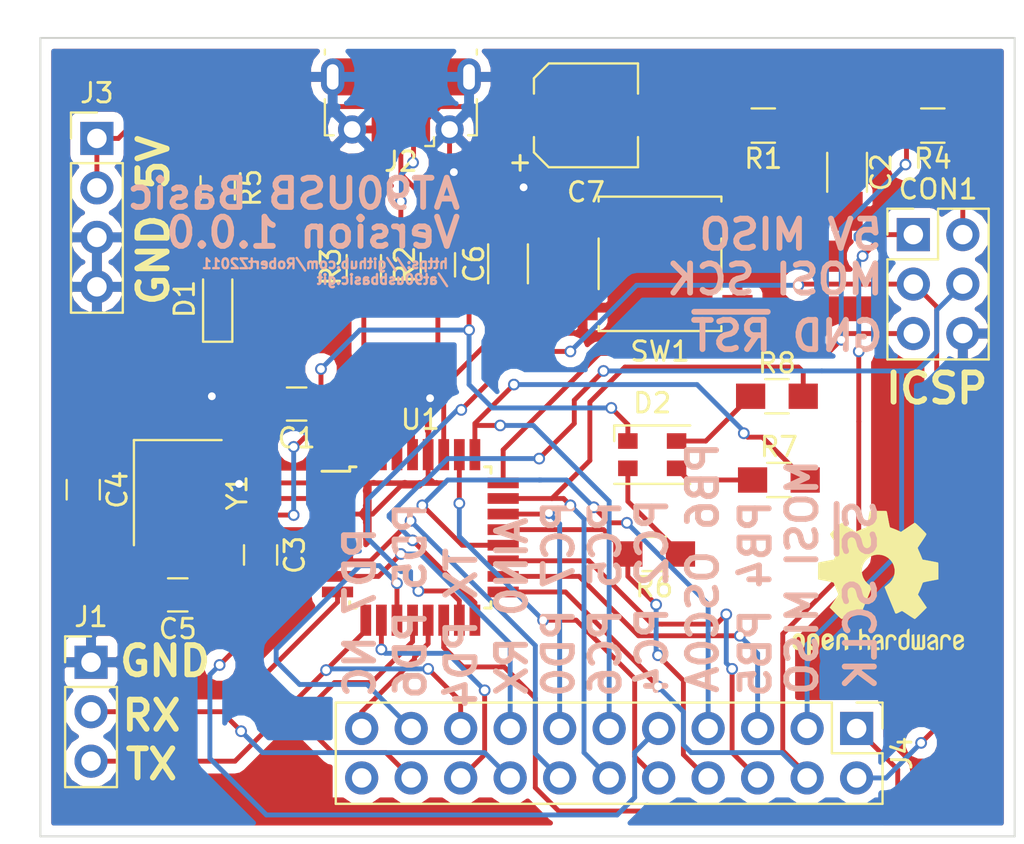
<source format=kicad_pcb>
(kicad_pcb (version 4) (host pcbnew 4.0.7)

  (general
    (links 86)
    (no_connects 0)
    (area 93.949999 88.949999 144.050001 130.050001)
    (thickness 1.6)
    (drawings 27)
    (tracks 404)
    (zones 0)
    (modules 26)
    (nets 39)
  )

  (page A4)
  (layers
    (0 F.Cu signal)
    (31 B.Cu signal)
    (32 B.Adhes user)
    (33 F.Adhes user)
    (34 B.Paste user)
    (35 F.Paste user)
    (36 B.SilkS user)
    (37 F.SilkS user)
    (38 B.Mask user)
    (39 F.Mask user)
    (40 Dwgs.User user)
    (41 Cmts.User user)
    (42 Eco1.User user)
    (43 Eco2.User user)
    (44 Edge.Cuts user)
    (45 Margin user)
    (46 B.CrtYd user)
    (47 F.CrtYd user)
    (48 B.Fab user)
    (49 F.Fab user)
  )

  (setup
    (last_trace_width 0.25)
    (user_trace_width 0.4)
    (trace_clearance 0.2)
    (zone_clearance 0.508)
    (zone_45_only yes)
    (trace_min 0.2)
    (segment_width 0.2)
    (edge_width 0.1)
    (via_size 0.6)
    (via_drill 0.4)
    (via_min_size 0.4)
    (via_min_drill 0.3)
    (uvia_size 0.3)
    (uvia_drill 0.1)
    (uvias_allowed no)
    (uvia_min_size 0.2)
    (uvia_min_drill 0.1)
    (pcb_text_width 0.3)
    (pcb_text_size 1.5 1.5)
    (mod_edge_width 0.15)
    (mod_text_size 1 1)
    (mod_text_width 0.15)
    (pad_size 1.6 0.55)
    (pad_drill 0)
    (pad_to_mask_clearance 0)
    (aux_axis_origin 0 0)
    (visible_elements FFFFFF7F)
    (pcbplotparams
      (layerselection 0x00030_80000001)
      (usegerberextensions false)
      (excludeedgelayer true)
      (linewidth 0.100000)
      (plotframeref false)
      (viasonmask false)
      (mode 1)
      (useauxorigin false)
      (hpglpennumber 1)
      (hpglpenspeed 20)
      (hpglpendiameter 15)
      (hpglpenoverlay 2)
      (psnegative false)
      (psa4output false)
      (plotreference true)
      (plotvalue true)
      (plotinvisibletext false)
      (padsonsilk false)
      (subtractmaskfromsilk false)
      (outputformat 1)
      (mirror false)
      (drillshape 1)
      (scaleselection 1)
      (outputdirectory ""))
  )

  (net 0 "")
  (net 1 +5V)
  (net 2 GND)
  (net 3 "Net-(C2-Pad1)")
  (net 4 "Net-(C4-Pad1)")
  (net 5 "Net-(C5-Pad1)")
  (net 6 "Net-(C6-Pad1)")
  (net 7 "Net-(CON1-Pad1)")
  (net 8 "Net-(CON1-Pad3)")
  (net 9 "Net-(CON1-Pad4)")
  (net 10 "Net-(D1-Pad2)")
  (net 11 "Net-(D2-Pad4)")
  (net 12 "Net-(D2-Pad3)")
  (net 13 "Net-(D2-Pad2)")
  (net 14 RX)
  (net 15 TX)
  (net 16 "Net-(J2-Pad2)")
  (net 17 "Net-(J2-Pad4)")
  (net 18 "Net-(J2-Pad3)")
  (net 19 "Net-(J4-Pad1)")
  (net 20 "Net-(J4-Pad5)")
  (net 21 "Net-(J4-Pad6)")
  (net 22 "Net-(J4-Pad7)")
  (net 23 "Net-(J4-Pad8)")
  (net 24 "Net-(J4-Pad9)")
  (net 25 "Net-(J4-Pad10)")
  (net 26 "Net-(J4-Pad11)")
  (net 27 "Net-(J4-Pad12)")
  (net 28 "Net-(J4-Pad13)")
  (net 29 "Net-(J4-Pad14)")
  (net 30 "Net-(J4-Pad15)")
  (net 31 "Net-(J4-Pad18)")
  (net 32 "Net-(J4-Pad19)")
  (net 33 "Net-(J4-Pad20)")
  (net 34 "Net-(J4-Pad21)")
  (net 35 "Net-(J4-Pad22)")
  (net 36 "Net-(R1-Pad2)")
  (net 37 D+)
  (net 38 D-)

  (net_class Default "This is the default net class."
    (clearance 0.2)
    (trace_width 0.25)
    (via_dia 0.6)
    (via_drill 0.4)
    (uvia_dia 0.3)
    (uvia_drill 0.1)
    (add_net +5V)
    (add_net D+)
    (add_net D-)
    (add_net GND)
    (add_net "Net-(C2-Pad1)")
    (add_net "Net-(C4-Pad1)")
    (add_net "Net-(C5-Pad1)")
    (add_net "Net-(C6-Pad1)")
    (add_net "Net-(CON1-Pad1)")
    (add_net "Net-(CON1-Pad3)")
    (add_net "Net-(CON1-Pad4)")
    (add_net "Net-(D1-Pad2)")
    (add_net "Net-(D2-Pad2)")
    (add_net "Net-(D2-Pad3)")
    (add_net "Net-(D2-Pad4)")
    (add_net "Net-(J2-Pad2)")
    (add_net "Net-(J2-Pad3)")
    (add_net "Net-(J2-Pad4)")
    (add_net "Net-(J4-Pad1)")
    (add_net "Net-(J4-Pad10)")
    (add_net "Net-(J4-Pad11)")
    (add_net "Net-(J4-Pad12)")
    (add_net "Net-(J4-Pad13)")
    (add_net "Net-(J4-Pad14)")
    (add_net "Net-(J4-Pad15)")
    (add_net "Net-(J4-Pad18)")
    (add_net "Net-(J4-Pad19)")
    (add_net "Net-(J4-Pad20)")
    (add_net "Net-(J4-Pad21)")
    (add_net "Net-(J4-Pad22)")
    (add_net "Net-(J4-Pad5)")
    (add_net "Net-(J4-Pad6)")
    (add_net "Net-(J4-Pad7)")
    (add_net "Net-(J4-Pad8)")
    (add_net "Net-(J4-Pad9)")
    (add_net "Net-(R1-Pad2)")
    (add_net RX)
    (add_net TX)
  )

  (module Capacitors_SMD:C_0805_HandSoldering (layer F.Cu) (tedit 58AA84A8) (tstamp 5A16D3A3)
    (at 107.15 107.8 180)
    (descr "Capacitor SMD 0805, hand soldering")
    (tags "capacitor 0805")
    (path /5A177F7E)
    (attr smd)
    (fp_text reference C1 (at 0 -1.75 180) (layer F.SilkS)
      (effects (font (size 1 1) (thickness 0.15)))
    )
    (fp_text value 100nF (at 0 1.75 180) (layer F.Fab)
      (effects (font (size 1 1) (thickness 0.15)))
    )
    (fp_text user %R (at 0 -1.75 180) (layer F.Fab)
      (effects (font (size 1 1) (thickness 0.15)))
    )
    (fp_line (start -1 0.62) (end -1 -0.62) (layer F.Fab) (width 0.1))
    (fp_line (start 1 0.62) (end -1 0.62) (layer F.Fab) (width 0.1))
    (fp_line (start 1 -0.62) (end 1 0.62) (layer F.Fab) (width 0.1))
    (fp_line (start -1 -0.62) (end 1 -0.62) (layer F.Fab) (width 0.1))
    (fp_line (start 0.5 -0.85) (end -0.5 -0.85) (layer F.SilkS) (width 0.12))
    (fp_line (start -0.5 0.85) (end 0.5 0.85) (layer F.SilkS) (width 0.12))
    (fp_line (start -2.25 -0.88) (end 2.25 -0.88) (layer F.CrtYd) (width 0.05))
    (fp_line (start -2.25 -0.88) (end -2.25 0.87) (layer F.CrtYd) (width 0.05))
    (fp_line (start 2.25 0.87) (end 2.25 -0.88) (layer F.CrtYd) (width 0.05))
    (fp_line (start 2.25 0.87) (end -2.25 0.87) (layer F.CrtYd) (width 0.05))
    (pad 1 smd rect (at -1.25 0 180) (size 1.5 1.25) (layers F.Cu F.Paste F.Mask)
      (net 1 +5V))
    (pad 2 smd rect (at 1.25 0 180) (size 1.5 1.25) (layers F.Cu F.Paste F.Mask)
      (net 2 GND))
    (model Capacitors_SMD.3dshapes/C_0805.wrl
      (at (xyz 0 0 0))
      (scale (xyz 1 1 1))
      (rotate (xyz 0 0 0))
    )
  )

  (module Capacitors_SMD:C_1206_HandSoldering (layer F.Cu) (tedit 58AA84D1) (tstamp 5A16D3A9)
    (at 135.4 95.9 270)
    (descr "Capacitor SMD 1206, hand soldering")
    (tags "capacitor 1206")
    (path /5A15DB92)
    (attr smd)
    (fp_text reference C2 (at 0 -1.75 270) (layer F.SilkS)
      (effects (font (size 1 1) (thickness 0.15)))
    )
    (fp_text value 10uF (at 0 2 270) (layer F.Fab)
      (effects (font (size 1 1) (thickness 0.15)))
    )
    (fp_text user %R (at 0 -1.75 270) (layer F.Fab)
      (effects (font (size 1 1) (thickness 0.15)))
    )
    (fp_line (start -1.6 0.8) (end -1.6 -0.8) (layer F.Fab) (width 0.1))
    (fp_line (start 1.6 0.8) (end -1.6 0.8) (layer F.Fab) (width 0.1))
    (fp_line (start 1.6 -0.8) (end 1.6 0.8) (layer F.Fab) (width 0.1))
    (fp_line (start -1.6 -0.8) (end 1.6 -0.8) (layer F.Fab) (width 0.1))
    (fp_line (start 1 -1.02) (end -1 -1.02) (layer F.SilkS) (width 0.12))
    (fp_line (start -1 1.02) (end 1 1.02) (layer F.SilkS) (width 0.12))
    (fp_line (start -3.25 -1.05) (end 3.25 -1.05) (layer F.CrtYd) (width 0.05))
    (fp_line (start -3.25 -1.05) (end -3.25 1.05) (layer F.CrtYd) (width 0.05))
    (fp_line (start 3.25 1.05) (end 3.25 -1.05) (layer F.CrtYd) (width 0.05))
    (fp_line (start 3.25 1.05) (end -3.25 1.05) (layer F.CrtYd) (width 0.05))
    (pad 1 smd rect (at -2 0 270) (size 2 1.6) (layers F.Cu F.Paste F.Mask)
      (net 3 "Net-(C2-Pad1)"))
    (pad 2 smd rect (at 2 0 270) (size 2 1.6) (layers F.Cu F.Paste F.Mask)
      (net 2 GND))
    (model Capacitors_SMD.3dshapes/C_1206.wrl
      (at (xyz 0 0 0))
      (scale (xyz 1 1 1))
      (rotate (xyz 0 0 0))
    )
  )

  (module Capacitors_SMD:C_0805_HandSoldering (layer F.Cu) (tedit 58AA84A8) (tstamp 5A16D3AF)
    (at 105.3 115.55 270)
    (descr "Capacitor SMD 0805, hand soldering")
    (tags "capacitor 0805")
    (path /5A177FE3)
    (attr smd)
    (fp_text reference C3 (at 0 -1.75 270) (layer F.SilkS)
      (effects (font (size 1 1) (thickness 0.15)))
    )
    (fp_text value 100nF (at 0 1.75 270) (layer F.Fab)
      (effects (font (size 1 1) (thickness 0.15)))
    )
    (fp_text user %R (at 0 -1.75 270) (layer F.Fab)
      (effects (font (size 1 1) (thickness 0.15)))
    )
    (fp_line (start -1 0.62) (end -1 -0.62) (layer F.Fab) (width 0.1))
    (fp_line (start 1 0.62) (end -1 0.62) (layer F.Fab) (width 0.1))
    (fp_line (start 1 -0.62) (end 1 0.62) (layer F.Fab) (width 0.1))
    (fp_line (start -1 -0.62) (end 1 -0.62) (layer F.Fab) (width 0.1))
    (fp_line (start 0.5 -0.85) (end -0.5 -0.85) (layer F.SilkS) (width 0.12))
    (fp_line (start -0.5 0.85) (end 0.5 0.85) (layer F.SilkS) (width 0.12))
    (fp_line (start -2.25 -0.88) (end 2.25 -0.88) (layer F.CrtYd) (width 0.05))
    (fp_line (start -2.25 -0.88) (end -2.25 0.87) (layer F.CrtYd) (width 0.05))
    (fp_line (start 2.25 0.87) (end 2.25 -0.88) (layer F.CrtYd) (width 0.05))
    (fp_line (start 2.25 0.87) (end -2.25 0.87) (layer F.CrtYd) (width 0.05))
    (pad 1 smd rect (at -1.25 0 270) (size 1.5 1.25) (layers F.Cu F.Paste F.Mask)
      (net 1 +5V))
    (pad 2 smd rect (at 1.25 0 270) (size 1.5 1.25) (layers F.Cu F.Paste F.Mask)
      (net 2 GND))
    (model Capacitors_SMD.3dshapes/C_0805.wrl
      (at (xyz 0 0 0))
      (scale (xyz 1 1 1))
      (rotate (xyz 0 0 0))
    )
  )

  (module Capacitors_SMD:C_0805_HandSoldering (layer F.Cu) (tedit 58AA84A8) (tstamp 5A16D3B5)
    (at 96.2 112.2 270)
    (descr "Capacitor SMD 0805, hand soldering")
    (tags "capacitor 0805")
    (path /5A16B564)
    (attr smd)
    (fp_text reference C4 (at 0 -1.75 270) (layer F.SilkS)
      (effects (font (size 1 1) (thickness 0.15)))
    )
    (fp_text value 10pF (at 0 1.75 270) (layer F.Fab)
      (effects (font (size 1 1) (thickness 0.15)))
    )
    (fp_text user %R (at 0 -1.75 270) (layer F.Fab)
      (effects (font (size 1 1) (thickness 0.15)))
    )
    (fp_line (start -1 0.62) (end -1 -0.62) (layer F.Fab) (width 0.1))
    (fp_line (start 1 0.62) (end -1 0.62) (layer F.Fab) (width 0.1))
    (fp_line (start 1 -0.62) (end 1 0.62) (layer F.Fab) (width 0.1))
    (fp_line (start -1 -0.62) (end 1 -0.62) (layer F.Fab) (width 0.1))
    (fp_line (start 0.5 -0.85) (end -0.5 -0.85) (layer F.SilkS) (width 0.12))
    (fp_line (start -0.5 0.85) (end 0.5 0.85) (layer F.SilkS) (width 0.12))
    (fp_line (start -2.25 -0.88) (end 2.25 -0.88) (layer F.CrtYd) (width 0.05))
    (fp_line (start -2.25 -0.88) (end -2.25 0.87) (layer F.CrtYd) (width 0.05))
    (fp_line (start 2.25 0.87) (end 2.25 -0.88) (layer F.CrtYd) (width 0.05))
    (fp_line (start 2.25 0.87) (end -2.25 0.87) (layer F.CrtYd) (width 0.05))
    (pad 1 smd rect (at -1.25 0 270) (size 1.5 1.25) (layers F.Cu F.Paste F.Mask)
      (net 4 "Net-(C4-Pad1)"))
    (pad 2 smd rect (at 1.25 0 270) (size 1.5 1.25) (layers F.Cu F.Paste F.Mask)
      (net 2 GND))
    (model Capacitors_SMD.3dshapes/C_0805.wrl
      (at (xyz 0 0 0))
      (scale (xyz 1 1 1))
      (rotate (xyz 0 0 0))
    )
  )

  (module Capacitors_SMD:C_0805_HandSoldering (layer F.Cu) (tedit 58AA84A8) (tstamp 5A16D3BB)
    (at 101.05 117.6 180)
    (descr "Capacitor SMD 0805, hand soldering")
    (tags "capacitor 0805")
    (path /5A16B5FF)
    (attr smd)
    (fp_text reference C5 (at 0 -1.75 180) (layer F.SilkS)
      (effects (font (size 1 1) (thickness 0.15)))
    )
    (fp_text value 10pF (at 0 1.75 180) (layer F.Fab)
      (effects (font (size 1 1) (thickness 0.15)))
    )
    (fp_text user %R (at 0 -1.75 180) (layer F.Fab)
      (effects (font (size 1 1) (thickness 0.15)))
    )
    (fp_line (start -1 0.62) (end -1 -0.62) (layer F.Fab) (width 0.1))
    (fp_line (start 1 0.62) (end -1 0.62) (layer F.Fab) (width 0.1))
    (fp_line (start 1 -0.62) (end 1 0.62) (layer F.Fab) (width 0.1))
    (fp_line (start -1 -0.62) (end 1 -0.62) (layer F.Fab) (width 0.1))
    (fp_line (start 0.5 -0.85) (end -0.5 -0.85) (layer F.SilkS) (width 0.12))
    (fp_line (start -0.5 0.85) (end 0.5 0.85) (layer F.SilkS) (width 0.12))
    (fp_line (start -2.25 -0.88) (end 2.25 -0.88) (layer F.CrtYd) (width 0.05))
    (fp_line (start -2.25 -0.88) (end -2.25 0.87) (layer F.CrtYd) (width 0.05))
    (fp_line (start 2.25 0.87) (end 2.25 -0.88) (layer F.CrtYd) (width 0.05))
    (fp_line (start 2.25 0.87) (end -2.25 0.87) (layer F.CrtYd) (width 0.05))
    (pad 1 smd rect (at -1.25 0 180) (size 1.5 1.25) (layers F.Cu F.Paste F.Mask)
      (net 5 "Net-(C5-Pad1)"))
    (pad 2 smd rect (at 1.25 0 180) (size 1.5 1.25) (layers F.Cu F.Paste F.Mask)
      (net 2 GND))
    (model Capacitors_SMD.3dshapes/C_0805.wrl
      (at (xyz 0 0 0))
      (scale (xyz 1 1 1))
      (rotate (xyz 0 0 0))
    )
  )

  (module Capacitors_SMD:C_1206_HandSoldering (layer F.Cu) (tedit 58AA84D1) (tstamp 5A16D3C1)
    (at 118 100.6 90)
    (descr "Capacitor SMD 1206, hand soldering")
    (tags "capacitor 1206")
    (path /5A16D2B2)
    (attr smd)
    (fp_text reference C6 (at 0 -1.75 90) (layer F.SilkS)
      (effects (font (size 1 1) (thickness 0.15)))
    )
    (fp_text value 1uF (at 0 2 90) (layer F.Fab)
      (effects (font (size 1 1) (thickness 0.15)))
    )
    (fp_text user %R (at 0 -1.75 90) (layer F.Fab)
      (effects (font (size 1 1) (thickness 0.15)))
    )
    (fp_line (start -1.6 0.8) (end -1.6 -0.8) (layer F.Fab) (width 0.1))
    (fp_line (start 1.6 0.8) (end -1.6 0.8) (layer F.Fab) (width 0.1))
    (fp_line (start 1.6 -0.8) (end 1.6 0.8) (layer F.Fab) (width 0.1))
    (fp_line (start -1.6 -0.8) (end 1.6 -0.8) (layer F.Fab) (width 0.1))
    (fp_line (start 1 -1.02) (end -1 -1.02) (layer F.SilkS) (width 0.12))
    (fp_line (start -1 1.02) (end 1 1.02) (layer F.SilkS) (width 0.12))
    (fp_line (start -3.25 -1.05) (end 3.25 -1.05) (layer F.CrtYd) (width 0.05))
    (fp_line (start -3.25 -1.05) (end -3.25 1.05) (layer F.CrtYd) (width 0.05))
    (fp_line (start 3.25 1.05) (end 3.25 -1.05) (layer F.CrtYd) (width 0.05))
    (fp_line (start 3.25 1.05) (end -3.25 1.05) (layer F.CrtYd) (width 0.05))
    (pad 1 smd rect (at -2 0 90) (size 2 1.6) (layers F.Cu F.Paste F.Mask)
      (net 6 "Net-(C6-Pad1)"))
    (pad 2 smd rect (at 2 0 90) (size 2 1.6) (layers F.Cu F.Paste F.Mask)
      (net 2 GND))
    (model Capacitors_SMD.3dshapes/C_1206.wrl
      (at (xyz 0 0 0))
      (scale (xyz 1 1 1))
      (rotate (xyz 0 0 0))
    )
  )

  (module Capacitors_SMD:CP_Elec_5x5.3 (layer F.Cu) (tedit 58AA8A8F) (tstamp 5A16D3C7)
    (at 122 93)
    (descr "SMT capacitor, aluminium electrolytic, 5x5.3")
    (path /5A17ECCF)
    (attr smd)
    (fp_text reference C7 (at 0 3.92) (layer F.SilkS)
      (effects (font (size 1 1) (thickness 0.15)))
    )
    (fp_text value 100uF (at 0 -3.92) (layer F.Fab)
      (effects (font (size 1 1) (thickness 0.15)))
    )
    (fp_circle (center 0 0) (end 0.3 2.4) (layer F.Fab) (width 0.1))
    (fp_text user + (at -1.37 -0.08) (layer F.Fab)
      (effects (font (size 1 1) (thickness 0.15)))
    )
    (fp_text user + (at -3.38 2.34) (layer F.SilkS)
      (effects (font (size 1 1) (thickness 0.15)))
    )
    (fp_text user %R (at 0 3.92) (layer F.Fab)
      (effects (font (size 1 1) (thickness 0.15)))
    )
    (fp_line (start 2.51 2.49) (end 2.51 -2.54) (layer F.Fab) (width 0.1))
    (fp_line (start -1.84 2.49) (end 2.51 2.49) (layer F.Fab) (width 0.1))
    (fp_line (start -2.51 1.82) (end -1.84 2.49) (layer F.Fab) (width 0.1))
    (fp_line (start -2.51 -1.87) (end -2.51 1.82) (layer F.Fab) (width 0.1))
    (fp_line (start -1.84 -2.54) (end -2.51 -1.87) (layer F.Fab) (width 0.1))
    (fp_line (start 2.51 -2.54) (end -1.84 -2.54) (layer F.Fab) (width 0.1))
    (fp_line (start 2.67 -2.69) (end 2.67 -1.14) (layer F.SilkS) (width 0.12))
    (fp_line (start 2.67 2.64) (end 2.67 1.09) (layer F.SilkS) (width 0.12))
    (fp_line (start -2.67 1.88) (end -2.67 1.09) (layer F.SilkS) (width 0.12))
    (fp_line (start -2.67 -1.93) (end -2.67 -1.14) (layer F.SilkS) (width 0.12))
    (fp_line (start 2.67 -2.69) (end -1.91 -2.69) (layer F.SilkS) (width 0.12))
    (fp_line (start -1.91 -2.69) (end -2.67 -1.93) (layer F.SilkS) (width 0.12))
    (fp_line (start -2.67 1.88) (end -1.91 2.64) (layer F.SilkS) (width 0.12))
    (fp_line (start -1.91 2.64) (end 2.67 2.64) (layer F.SilkS) (width 0.12))
    (fp_line (start -3.95 -2.79) (end 3.95 -2.79) (layer F.CrtYd) (width 0.05))
    (fp_line (start -3.95 -2.79) (end -3.95 2.74) (layer F.CrtYd) (width 0.05))
    (fp_line (start 3.95 2.74) (end 3.95 -2.79) (layer F.CrtYd) (width 0.05))
    (fp_line (start 3.95 2.74) (end -3.95 2.74) (layer F.CrtYd) (width 0.05))
    (pad 1 smd rect (at -2.2 0 180) (size 3 1.6) (layers F.Cu F.Paste F.Mask)
      (net 1 +5V))
    (pad 2 smd rect (at 2.2 0 180) (size 3 1.6) (layers F.Cu F.Paste F.Mask)
      (net 2 GND))
    (model Capacitors_SMD.3dshapes/CP_Elec_5x5.3.wrl
      (at (xyz 0 0 0))
      (scale (xyz 1 1 1))
      (rotate (xyz 0 0 180))
    )
  )

  (module Pin_Headers:Pin_Header_Straight_2x03_Pitch2.54mm (layer F.Cu) (tedit 59650532) (tstamp 5A16D3D1)
    (at 138.8 99.1)
    (descr "Through hole straight pin header, 2x03, 2.54mm pitch, double rows")
    (tags "Through hole pin header THT 2x03 2.54mm double row")
    (path /5A15D898)
    (fp_text reference CON1 (at 1.27 -2.33) (layer F.SilkS)
      (effects (font (size 1 1) (thickness 0.15)))
    )
    (fp_text value AVR-ISP-6 (at 1.27 7.41) (layer F.Fab)
      (effects (font (size 1 1) (thickness 0.15)))
    )
    (fp_line (start 0 -1.27) (end 3.81 -1.27) (layer F.Fab) (width 0.1))
    (fp_line (start 3.81 -1.27) (end 3.81 6.35) (layer F.Fab) (width 0.1))
    (fp_line (start 3.81 6.35) (end -1.27 6.35) (layer F.Fab) (width 0.1))
    (fp_line (start -1.27 6.35) (end -1.27 0) (layer F.Fab) (width 0.1))
    (fp_line (start -1.27 0) (end 0 -1.27) (layer F.Fab) (width 0.1))
    (fp_line (start -1.33 6.41) (end 3.87 6.41) (layer F.SilkS) (width 0.12))
    (fp_line (start -1.33 1.27) (end -1.33 6.41) (layer F.SilkS) (width 0.12))
    (fp_line (start 3.87 -1.33) (end 3.87 6.41) (layer F.SilkS) (width 0.12))
    (fp_line (start -1.33 1.27) (end 1.27 1.27) (layer F.SilkS) (width 0.12))
    (fp_line (start 1.27 1.27) (end 1.27 -1.33) (layer F.SilkS) (width 0.12))
    (fp_line (start 1.27 -1.33) (end 3.87 -1.33) (layer F.SilkS) (width 0.12))
    (fp_line (start -1.33 0) (end -1.33 -1.33) (layer F.SilkS) (width 0.12))
    (fp_line (start -1.33 -1.33) (end 0 -1.33) (layer F.SilkS) (width 0.12))
    (fp_line (start -1.8 -1.8) (end -1.8 6.85) (layer F.CrtYd) (width 0.05))
    (fp_line (start -1.8 6.85) (end 4.35 6.85) (layer F.CrtYd) (width 0.05))
    (fp_line (start 4.35 6.85) (end 4.35 -1.8) (layer F.CrtYd) (width 0.05))
    (fp_line (start 4.35 -1.8) (end -1.8 -1.8) (layer F.CrtYd) (width 0.05))
    (fp_text user %R (at 1.27 2.54 90) (layer F.Fab)
      (effects (font (size 1 1) (thickness 0.15)))
    )
    (pad 1 thru_hole rect (at 0 0) (size 1.7 1.7) (drill 1) (layers *.Cu *.Mask)
      (net 7 "Net-(CON1-Pad1)"))
    (pad 2 thru_hole oval (at 2.54 0) (size 1.7 1.7) (drill 1) (layers *.Cu *.Mask)
      (net 1 +5V))
    (pad 3 thru_hole oval (at 0 2.54) (size 1.7 1.7) (drill 1) (layers *.Cu *.Mask)
      (net 8 "Net-(CON1-Pad3)"))
    (pad 4 thru_hole oval (at 2.54 2.54) (size 1.7 1.7) (drill 1) (layers *.Cu *.Mask)
      (net 9 "Net-(CON1-Pad4)"))
    (pad 5 thru_hole oval (at 0 5.08) (size 1.7 1.7) (drill 1) (layers *.Cu *.Mask)
      (net 3 "Net-(C2-Pad1)"))
    (pad 6 thru_hole oval (at 2.54 5.08) (size 1.7 1.7) (drill 1) (layers *.Cu *.Mask)
      (net 2 GND))
    (model ${KISYS3DMOD}/Pin_Headers.3dshapes/Pin_Header_Straight_2x03_Pitch2.54mm.wrl
      (at (xyz 0 0 0))
      (scale (xyz 1 1 1))
      (rotate (xyz 0 0 0))
    )
  )

  (module LEDs:LED_0805_HandSoldering (layer F.Cu) (tedit 595FCA25) (tstamp 5A16D3D7)
    (at 103.1 102.4 90)
    (descr "Resistor SMD 0805, hand soldering")
    (tags "resistor 0805")
    (path /5A17602D)
    (attr smd)
    (fp_text reference D1 (at 0 -1.7 90) (layer F.SilkS)
      (effects (font (size 1 1) (thickness 0.15)))
    )
    (fp_text value LED (at 0 1.75 90) (layer F.Fab)
      (effects (font (size 1 1) (thickness 0.15)))
    )
    (fp_line (start -0.4 -0.4) (end -0.4 0.4) (layer F.Fab) (width 0.1))
    (fp_line (start -0.4 0) (end 0.2 -0.4) (layer F.Fab) (width 0.1))
    (fp_line (start 0.2 0.4) (end -0.4 0) (layer F.Fab) (width 0.1))
    (fp_line (start 0.2 -0.4) (end 0.2 0.4) (layer F.Fab) (width 0.1))
    (fp_line (start -1 0.62) (end -1 -0.62) (layer F.Fab) (width 0.1))
    (fp_line (start 1 0.62) (end -1 0.62) (layer F.Fab) (width 0.1))
    (fp_line (start 1 -0.62) (end 1 0.62) (layer F.Fab) (width 0.1))
    (fp_line (start -1 -0.62) (end 1 -0.62) (layer F.Fab) (width 0.1))
    (fp_line (start 1 0.75) (end -2.2 0.75) (layer F.SilkS) (width 0.12))
    (fp_line (start -2.2 -0.75) (end 1 -0.75) (layer F.SilkS) (width 0.12))
    (fp_line (start -2.35 -0.9) (end 2.35 -0.9) (layer F.CrtYd) (width 0.05))
    (fp_line (start -2.35 -0.9) (end -2.35 0.9) (layer F.CrtYd) (width 0.05))
    (fp_line (start 2.35 0.9) (end 2.35 -0.9) (layer F.CrtYd) (width 0.05))
    (fp_line (start 2.35 0.9) (end -2.35 0.9) (layer F.CrtYd) (width 0.05))
    (fp_line (start -2.2 -0.75) (end -2.2 0.75) (layer F.SilkS) (width 0.12))
    (pad 1 smd rect (at -1.35 0 90) (size 1.5 1.3) (layers F.Cu F.Paste F.Mask)
      (net 2 GND))
    (pad 2 smd rect (at 1.35 0 90) (size 1.5 1.3) (layers F.Cu F.Paste F.Mask)
      (net 10 "Net-(D1-Pad2)"))
    (model ${KISYS3DMOD}/LEDs.3dshapes/LED_0805.wrl
      (at (xyz 0 0 0))
      (scale (xyz 1 1 1))
      (rotate (xyz 0 0 0))
    )
  )

  (module LEDs:LED_Cree-PLCC4_3.2x2.8mm_CCW (layer F.Cu) (tedit 59D415EA) (tstamp 5A16D3DF)
    (at 125.4 110.4)
    (descr "3.2mm x 2.8mm PLCC4 LED, http://www.cree.com/led-components/media/documents/CLV1AFKB(874).pdf")
    (tags "LED Cree PLCC-4")
    (path /5A17F3A0)
    (attr smd)
    (fp_text reference D2 (at 0 -2.65) (layer F.SilkS)
      (effects (font (size 1 1) (thickness 0.15)))
    )
    (fp_text value LED_ARGB (at 0 2.65) (layer F.Fab)
      (effects (font (size 1 1) (thickness 0.15)))
    )
    (fp_circle (center 0 0) (end 1.12 0) (layer F.Fab) (width 0.1))
    (fp_line (start -2.2 -1.75) (end -2.2 1.75) (layer F.CrtYd) (width 0.05))
    (fp_line (start -2.2 1.75) (end 2.2 1.75) (layer F.CrtYd) (width 0.05))
    (fp_line (start 2.2 1.75) (end 2.2 -1.75) (layer F.CrtYd) (width 0.05))
    (fp_line (start 2.2 -1.75) (end -2.2 -1.75) (layer F.CrtYd) (width 0.05))
    (fp_line (start -0.6 -1.4) (end -1.6 -0.4) (layer F.Fab) (width 0.1))
    (fp_line (start -1.6 -1.4) (end -1.6 1.4) (layer F.Fab) (width 0.1))
    (fp_line (start -1.6 1.4) (end 1.6 1.4) (layer F.Fab) (width 0.1))
    (fp_line (start 1.6 1.4) (end 1.6 -1.4) (layer F.Fab) (width 0.1))
    (fp_line (start 1.6 -1.4) (end -1.6 -1.4) (layer F.Fab) (width 0.1))
    (fp_line (start -1.95 -0.7) (end -1.95 -1.5) (layer F.SilkS) (width 0.12))
    (fp_line (start -1.95 -1.5) (end 1.95 -1.5) (layer F.SilkS) (width 0.12))
    (fp_line (start -1.95 1.5) (end 1.95 1.5) (layer F.SilkS) (width 0.12))
    (fp_text user %R (at 0 0) (layer F.Fab)
      (effects (font (size 0.5 0.5) (thickness 0.075)))
    )
    (pad 1 smd rect (at -1.25 -0.7) (size 1 0.8) (layers F.Cu F.Paste F.Mask)
      (net 1 +5V))
    (pad 4 smd rect (at 1.25 -0.7) (size 1 0.8) (layers F.Cu F.Paste F.Mask)
      (net 11 "Net-(D2-Pad4)"))
    (pad 3 smd rect (at 1.25 0.7) (size 1 0.8) (layers F.Cu F.Paste F.Mask)
      (net 12 "Net-(D2-Pad3)"))
    (pad 2 smd rect (at -1.25 0.7) (size 1 0.8) (layers F.Cu F.Paste F.Mask)
      (net 13 "Net-(D2-Pad2)"))
    (model ${KISYS3DMOD}/LEDs.3dshapes/LED_Cree-PLCC4_3.2x2.8mm_CCW.wrl
      (at (xyz 0 0 0))
      (scale (xyz 1 1 1))
      (rotate (xyz 0 0 0))
    )
  )

  (module Pin_Headers:Pin_Header_Straight_1x03_Pitch2.54mm (layer F.Cu) (tedit 59650532) (tstamp 5A16D3E6)
    (at 96.6 121.06)
    (descr "Through hole straight pin header, 1x03, 2.54mm pitch, single row")
    (tags "Through hole pin header THT 1x03 2.54mm single row")
    (path /5A184EB0)
    (fp_text reference J1 (at 0 -2.33) (layer F.SilkS)
      (effects (font (size 1 1) (thickness 0.15)))
    )
    (fp_text value Conn_01x03 (at 0 7.41) (layer F.Fab)
      (effects (font (size 1 1) (thickness 0.15)))
    )
    (fp_line (start -0.635 -1.27) (end 1.27 -1.27) (layer F.Fab) (width 0.1))
    (fp_line (start 1.27 -1.27) (end 1.27 6.35) (layer F.Fab) (width 0.1))
    (fp_line (start 1.27 6.35) (end -1.27 6.35) (layer F.Fab) (width 0.1))
    (fp_line (start -1.27 6.35) (end -1.27 -0.635) (layer F.Fab) (width 0.1))
    (fp_line (start -1.27 -0.635) (end -0.635 -1.27) (layer F.Fab) (width 0.1))
    (fp_line (start -1.33 6.41) (end 1.33 6.41) (layer F.SilkS) (width 0.12))
    (fp_line (start -1.33 1.27) (end -1.33 6.41) (layer F.SilkS) (width 0.12))
    (fp_line (start 1.33 1.27) (end 1.33 6.41) (layer F.SilkS) (width 0.12))
    (fp_line (start -1.33 1.27) (end 1.33 1.27) (layer F.SilkS) (width 0.12))
    (fp_line (start -1.33 0) (end -1.33 -1.33) (layer F.SilkS) (width 0.12))
    (fp_line (start -1.33 -1.33) (end 0 -1.33) (layer F.SilkS) (width 0.12))
    (fp_line (start -1.8 -1.8) (end -1.8 6.85) (layer F.CrtYd) (width 0.05))
    (fp_line (start -1.8 6.85) (end 1.8 6.85) (layer F.CrtYd) (width 0.05))
    (fp_line (start 1.8 6.85) (end 1.8 -1.8) (layer F.CrtYd) (width 0.05))
    (fp_line (start 1.8 -1.8) (end -1.8 -1.8) (layer F.CrtYd) (width 0.05))
    (fp_text user %R (at 0 2.54 90) (layer F.Fab)
      (effects (font (size 1 1) (thickness 0.15)))
    )
    (pad 1 thru_hole rect (at 0 0) (size 1.7 1.7) (drill 1) (layers *.Cu *.Mask)
      (net 2 GND))
    (pad 2 thru_hole oval (at 0 2.54) (size 1.7 1.7) (drill 1) (layers *.Cu *.Mask)
      (net 14 RX))
    (pad 3 thru_hole oval (at 0 5.08) (size 1.7 1.7) (drill 1) (layers *.Cu *.Mask)
      (net 15 TX))
    (model ${KISYS3DMOD}/Pin_Headers.3dshapes/Pin_Header_Straight_1x03_Pitch2.54mm.wrl
      (at (xyz 0 0 0))
      (scale (xyz 1 1 1))
      (rotate (xyz 0 0 0))
    )
  )

  (module Connectors_USB:USB_Micro-B_Molex-105017-0001 (layer F.Cu) (tedit 598B308E) (tstamp 5A16D3F7)
    (at 112.5 91.35 180)
    (descr http://www.molex.com/pdm_docs/sd/1050170001_sd.pdf)
    (tags "Micro-USB SMD Typ-B")
    (path /5A15D742)
    (attr smd)
    (fp_text reference J2 (at 0 -4 180) (layer F.SilkS)
      (effects (font (size 1 1) (thickness 0.15)))
    )
    (fp_text value USB_OTG (at 0.3 3.45 180) (layer F.Fab)
      (effects (font (size 1 1) (thickness 0.15)))
    )
    (fp_line (start -4.4 2.75) (end 4.4 2.75) (layer F.CrtYd) (width 0.05))
    (fp_line (start 4.4 -3.35) (end 4.4 2.75) (layer F.CrtYd) (width 0.05))
    (fp_line (start -4.4 -3.35) (end 4.4 -3.35) (layer F.CrtYd) (width 0.05))
    (fp_line (start -4.4 2.75) (end -4.4 -3.35) (layer F.CrtYd) (width 0.05))
    (fp_text user "PCB Edge" (at 0 1.8 180) (layer Dwgs.User)
      (effects (font (size 0.5 0.5) (thickness 0.08)))
    )
    (fp_line (start -3.9 -2.65) (end -3.45 -2.65) (layer F.SilkS) (width 0.12))
    (fp_line (start -3.9 -0.8) (end -3.9 -2.65) (layer F.SilkS) (width 0.12))
    (fp_line (start 3.9 1.75) (end 3.9 1.5) (layer F.SilkS) (width 0.12))
    (fp_line (start 3.75 2.5) (end 3.75 -2.5) (layer F.Fab) (width 0.1))
    (fp_line (start -3 1.801704) (end 3 1.801704) (layer F.Fab) (width 0.1))
    (fp_line (start -3.75 2.501704) (end 3.75 2.501704) (layer F.Fab) (width 0.1))
    (fp_line (start -3.75 -2.5) (end 3.75 -2.5) (layer F.Fab) (width 0.1))
    (fp_line (start -3.75 2.5) (end -3.75 -2.5) (layer F.Fab) (width 0.1))
    (fp_line (start -3.9 1.75) (end -3.9 1.5) (layer F.SilkS) (width 0.12))
    (fp_line (start 3.9 -0.8) (end 3.9 -2.65) (layer F.SilkS) (width 0.12))
    (fp_line (start 3.9 -2.65) (end 3.45 -2.65) (layer F.SilkS) (width 0.12))
    (fp_text user %R (at 0 0 180) (layer F.Fab)
      (effects (font (size 1 1) (thickness 0.15)))
    )
    (fp_line (start -1.7 -3.2) (end -1.25 -3.2) (layer F.SilkS) (width 0.12))
    (fp_line (start -1.7 -3.2) (end -1.7 -2.75) (layer F.SilkS) (width 0.12))
    (fp_line (start -1.3 -2.6) (end -1.5 -2.8) (layer F.Fab) (width 0.1))
    (fp_line (start -1.1 -2.8) (end -1.3 -2.6) (layer F.Fab) (width 0.1))
    (fp_line (start -1.5 -3.01) (end -1.1 -3.01) (layer F.Fab) (width 0.1))
    (fp_line (start -1.5 -3.01) (end -1.5 -2.8) (layer F.Fab) (width 0.1))
    (fp_line (start -1.1 -3.01) (end -1.1 -2.8) (layer F.Fab) (width 0.1))
    (pad 6 smd rect (at 1 0.35 180) (size 1.5 1.9) (layers F.Cu F.Paste F.Mask)
      (net 2 GND))
    (pad 6 thru_hole circle (at -2.5 -2.35 180) (size 1.45 1.45) (drill 0.85) (layers *.Cu *.Mask)
      (net 2 GND))
    (pad 2 smd rect (at -0.65 -2.35 180) (size 0.4 1.35) (layers F.Cu F.Paste F.Mask)
      (net 16 "Net-(J2-Pad2)"))
    (pad 1 smd rect (at -1.3 -2.35 180) (size 0.4 1.35) (layers F.Cu F.Paste F.Mask)
      (net 1 +5V))
    (pad 5 smd rect (at 1.3 -2.35 180) (size 0.4 1.35) (layers F.Cu F.Paste F.Mask)
      (net 2 GND))
    (pad 4 smd rect (at 0.65 -2.35 180) (size 0.4 1.35) (layers F.Cu F.Paste F.Mask)
      (net 17 "Net-(J2-Pad4)"))
    (pad 3 smd rect (at 0 -2.35 180) (size 0.4 1.35) (layers F.Cu F.Paste F.Mask)
      (net 18 "Net-(J2-Pad3)"))
    (pad 6 thru_hole circle (at 2.5 -2.35 180) (size 1.45 1.45) (drill 0.85) (layers *.Cu *.Mask)
      (net 2 GND))
    (pad 6 smd rect (at -1 0.35 180) (size 1.5 1.9) (layers F.Cu F.Paste F.Mask)
      (net 2 GND))
    (pad 6 thru_hole oval (at -3.5 0.35) (size 1.2 1.9) (drill oval 0.6 1.3) (layers *.Cu *.Mask)
      (net 2 GND))
    (pad 6 thru_hole oval (at 3.5 0.35 180) (size 1.2 1.9) (drill oval 0.6 1.3) (layers *.Cu *.Mask)
      (net 2 GND))
    (pad 6 smd rect (at 2.9 0.35 180) (size 1.2 1.9) (layers F.Cu F.Mask)
      (net 2 GND))
    (pad 6 smd rect (at -2.9 0.35 180) (size 1.2 1.9) (layers F.Cu F.Mask)
      (net 2 GND))
    (model ${KISYS3DMOD}/Connectors_USB.3dshapes/USB_Micro-B_Molex-105017-0001.wrl
      (at (xyz 0 0 0))
      (scale (xyz 1 1 1))
      (rotate (xyz 0 0 0))
    )
  )

  (module Pin_Headers:Pin_Header_Straight_1x04_Pitch2.54mm (layer F.Cu) (tedit 59650532) (tstamp 5A16D3FF)
    (at 96.9 94.16)
    (descr "Through hole straight pin header, 1x04, 2.54mm pitch, single row")
    (tags "Through hole pin header THT 1x04 2.54mm single row")
    (path /5A1845AB)
    (fp_text reference J3 (at 0 -2.33) (layer F.SilkS)
      (effects (font (size 1 1) (thickness 0.15)))
    )
    (fp_text value Conn_01x04 (at 0 9.95) (layer F.Fab)
      (effects (font (size 1 1) (thickness 0.15)))
    )
    (fp_line (start -0.635 -1.27) (end 1.27 -1.27) (layer F.Fab) (width 0.1))
    (fp_line (start 1.27 -1.27) (end 1.27 8.89) (layer F.Fab) (width 0.1))
    (fp_line (start 1.27 8.89) (end -1.27 8.89) (layer F.Fab) (width 0.1))
    (fp_line (start -1.27 8.89) (end -1.27 -0.635) (layer F.Fab) (width 0.1))
    (fp_line (start -1.27 -0.635) (end -0.635 -1.27) (layer F.Fab) (width 0.1))
    (fp_line (start -1.33 8.95) (end 1.33 8.95) (layer F.SilkS) (width 0.12))
    (fp_line (start -1.33 1.27) (end -1.33 8.95) (layer F.SilkS) (width 0.12))
    (fp_line (start 1.33 1.27) (end 1.33 8.95) (layer F.SilkS) (width 0.12))
    (fp_line (start -1.33 1.27) (end 1.33 1.27) (layer F.SilkS) (width 0.12))
    (fp_line (start -1.33 0) (end -1.33 -1.33) (layer F.SilkS) (width 0.12))
    (fp_line (start -1.33 -1.33) (end 0 -1.33) (layer F.SilkS) (width 0.12))
    (fp_line (start -1.8 -1.8) (end -1.8 9.4) (layer F.CrtYd) (width 0.05))
    (fp_line (start -1.8 9.4) (end 1.8 9.4) (layer F.CrtYd) (width 0.05))
    (fp_line (start 1.8 9.4) (end 1.8 -1.8) (layer F.CrtYd) (width 0.05))
    (fp_line (start 1.8 -1.8) (end -1.8 -1.8) (layer F.CrtYd) (width 0.05))
    (fp_text user %R (at 0 3.81 90) (layer F.Fab)
      (effects (font (size 1 1) (thickness 0.15)))
    )
    (pad 1 thru_hole rect (at 0 0) (size 1.7 1.7) (drill 1) (layers *.Cu *.Mask)
      (net 1 +5V))
    (pad 2 thru_hole oval (at 0 2.54) (size 1.7 1.7) (drill 1) (layers *.Cu *.Mask)
      (net 1 +5V))
    (pad 3 thru_hole oval (at 0 5.08) (size 1.7 1.7) (drill 1) (layers *.Cu *.Mask)
      (net 2 GND))
    (pad 4 thru_hole oval (at 0 7.62) (size 1.7 1.7) (drill 1) (layers *.Cu *.Mask)
      (net 2 GND))
    (model ${KISYS3DMOD}/Pin_Headers.3dshapes/Pin_Header_Straight_1x04_Pitch2.54mm.wrl
      (at (xyz 0 0 0))
      (scale (xyz 1 1 1))
      (rotate (xyz 0 0 0))
    )
  )

  (module Pin_Headers:Pin_Header_Straight_2x11_Pitch2.54mm (layer F.Cu) (tedit 59650532) (tstamp 5A16D419)
    (at 135.89 124.46 270)
    (descr "Through hole straight pin header, 2x11, 2.54mm pitch, double rows")
    (tags "Through hole pin header THT 2x11 2.54mm double row")
    (path /5A182772)
    (fp_text reference J4 (at 1.27 -2.33 270) (layer F.SilkS)
      (effects (font (size 1 1) (thickness 0.15)))
    )
    (fp_text value Conn_01x22 (at 1.27 27.73 270) (layer F.Fab)
      (effects (font (size 1 1) (thickness 0.15)))
    )
    (fp_line (start 0 -1.27) (end 3.81 -1.27) (layer F.Fab) (width 0.1))
    (fp_line (start 3.81 -1.27) (end 3.81 26.67) (layer F.Fab) (width 0.1))
    (fp_line (start 3.81 26.67) (end -1.27 26.67) (layer F.Fab) (width 0.1))
    (fp_line (start -1.27 26.67) (end -1.27 0) (layer F.Fab) (width 0.1))
    (fp_line (start -1.27 0) (end 0 -1.27) (layer F.Fab) (width 0.1))
    (fp_line (start -1.33 26.73) (end 3.87 26.73) (layer F.SilkS) (width 0.12))
    (fp_line (start -1.33 1.27) (end -1.33 26.73) (layer F.SilkS) (width 0.12))
    (fp_line (start 3.87 -1.33) (end 3.87 26.73) (layer F.SilkS) (width 0.12))
    (fp_line (start -1.33 1.27) (end 1.27 1.27) (layer F.SilkS) (width 0.12))
    (fp_line (start 1.27 1.27) (end 1.27 -1.33) (layer F.SilkS) (width 0.12))
    (fp_line (start 1.27 -1.33) (end 3.87 -1.33) (layer F.SilkS) (width 0.12))
    (fp_line (start -1.33 0) (end -1.33 -1.33) (layer F.SilkS) (width 0.12))
    (fp_line (start -1.33 -1.33) (end 0 -1.33) (layer F.SilkS) (width 0.12))
    (fp_line (start -1.8 -1.8) (end -1.8 27.2) (layer F.CrtYd) (width 0.05))
    (fp_line (start -1.8 27.2) (end 4.35 27.2) (layer F.CrtYd) (width 0.05))
    (fp_line (start 4.35 27.2) (end 4.35 -1.8) (layer F.CrtYd) (width 0.05))
    (fp_line (start 4.35 -1.8) (end -1.8 -1.8) (layer F.CrtYd) (width 0.05))
    (fp_text user %R (at 1.27 12.7 360) (layer F.Fab)
      (effects (font (size 1 1) (thickness 0.15)))
    )
    (pad 1 thru_hole rect (at 0 0 270) (size 1.7 1.7) (drill 1) (layers *.Cu *.Mask)
      (net 19 "Net-(J4-Pad1)"))
    (pad 2 thru_hole oval (at 2.54 0 270) (size 1.7 1.7) (drill 1) (layers *.Cu *.Mask)
      (net 8 "Net-(CON1-Pad3)"))
    (pad 3 thru_hole oval (at 0 2.54 270) (size 1.7 1.7) (drill 1) (layers *.Cu *.Mask)
      (net 9 "Net-(CON1-Pad4)"))
    (pad 4 thru_hole oval (at 2.54 2.54 270) (size 1.7 1.7) (drill 1) (layers *.Cu *.Mask)
      (net 7 "Net-(CON1-Pad1)"))
    (pad 5 thru_hole oval (at 0 5.08 270) (size 1.7 1.7) (drill 1) (layers *.Cu *.Mask)
      (net 20 "Net-(J4-Pad5)"))
    (pad 6 thru_hole oval (at 2.54 5.08 270) (size 1.7 1.7) (drill 1) (layers *.Cu *.Mask)
      (net 21 "Net-(J4-Pad6)"))
    (pad 7 thru_hole oval (at 0 7.62 270) (size 1.7 1.7) (drill 1) (layers *.Cu *.Mask)
      (net 22 "Net-(J4-Pad7)"))
    (pad 8 thru_hole oval (at 2.54 7.62 270) (size 1.7 1.7) (drill 1) (layers *.Cu *.Mask)
      (net 23 "Net-(J4-Pad8)"))
    (pad 9 thru_hole oval (at 0 10.16 270) (size 1.7 1.7) (drill 1) (layers *.Cu *.Mask)
      (net 24 "Net-(J4-Pad9)"))
    (pad 10 thru_hole oval (at 2.54 10.16 270) (size 1.7 1.7) (drill 1) (layers *.Cu *.Mask)
      (net 25 "Net-(J4-Pad10)"))
    (pad 11 thru_hole oval (at 0 12.7 270) (size 1.7 1.7) (drill 1) (layers *.Cu *.Mask)
      (net 26 "Net-(J4-Pad11)"))
    (pad 12 thru_hole oval (at 2.54 12.7 270) (size 1.7 1.7) (drill 1) (layers *.Cu *.Mask)
      (net 27 "Net-(J4-Pad12)"))
    (pad 13 thru_hole oval (at 0 15.24 270) (size 1.7 1.7) (drill 1) (layers *.Cu *.Mask)
      (net 28 "Net-(J4-Pad13)"))
    (pad 14 thru_hole oval (at 2.54 15.24 270) (size 1.7 1.7) (drill 1) (layers *.Cu *.Mask)
      (net 29 "Net-(J4-Pad14)"))
    (pad 15 thru_hole oval (at 0 17.78 270) (size 1.7 1.7) (drill 1) (layers *.Cu *.Mask)
      (net 30 "Net-(J4-Pad15)"))
    (pad 16 thru_hole oval (at 2.54 17.78 270) (size 1.7 1.7) (drill 1) (layers *.Cu *.Mask)
      (net 14 RX))
    (pad 17 thru_hole oval (at 0 20.32 270) (size 1.7 1.7) (drill 1) (layers *.Cu *.Mask)
      (net 15 TX))
    (pad 18 thru_hole oval (at 2.54 20.32 270) (size 1.7 1.7) (drill 1) (layers *.Cu *.Mask)
      (net 31 "Net-(J4-Pad18)"))
    (pad 19 thru_hole oval (at 0 22.86 270) (size 1.7 1.7) (drill 1) (layers *.Cu *.Mask)
      (net 32 "Net-(J4-Pad19)"))
    (pad 20 thru_hole oval (at 2.54 22.86 270) (size 1.7 1.7) (drill 1) (layers *.Cu *.Mask)
      (net 33 "Net-(J4-Pad20)"))
    (pad 21 thru_hole oval (at 0 25.4 270) (size 1.7 1.7) (drill 1) (layers *.Cu *.Mask)
      (net 34 "Net-(J4-Pad21)"))
    (pad 22 thru_hole oval (at 2.54 25.4 270) (size 1.7 1.7) (drill 1) (layers *.Cu *.Mask)
      (net 35 "Net-(J4-Pad22)"))
    (model ${KISYS3DMOD}/Pin_Headers.3dshapes/Pin_Header_Straight_2x11_Pitch2.54mm.wrl
      (at (xyz 0 0 0))
      (scale (xyz 1 1 1))
      (rotate (xyz 0 0 0))
    )
  )

  (module Resistors_SMD:R_0805_HandSoldering (layer F.Cu) (tedit 58E0A804) (tstamp 5A16D41F)
    (at 131.1 93.5 180)
    (descr "Resistor SMD 0805, hand soldering")
    (tags "resistor 0805")
    (path /5A15DC0B)
    (attr smd)
    (fp_text reference R1 (at 0 -1.7 180) (layer F.SilkS)
      (effects (font (size 1 1) (thickness 0.15)))
    )
    (fp_text value 10K (at 0 1.75 180) (layer F.Fab)
      (effects (font (size 1 1) (thickness 0.15)))
    )
    (fp_text user %R (at 0 0 180) (layer F.Fab)
      (effects (font (size 0.5 0.5) (thickness 0.075)))
    )
    (fp_line (start -1 0.62) (end -1 -0.62) (layer F.Fab) (width 0.1))
    (fp_line (start 1 0.62) (end -1 0.62) (layer F.Fab) (width 0.1))
    (fp_line (start 1 -0.62) (end 1 0.62) (layer F.Fab) (width 0.1))
    (fp_line (start -1 -0.62) (end 1 -0.62) (layer F.Fab) (width 0.1))
    (fp_line (start 0.6 0.88) (end -0.6 0.88) (layer F.SilkS) (width 0.12))
    (fp_line (start -0.6 -0.88) (end 0.6 -0.88) (layer F.SilkS) (width 0.12))
    (fp_line (start -2.35 -0.9) (end 2.35 -0.9) (layer F.CrtYd) (width 0.05))
    (fp_line (start -2.35 -0.9) (end -2.35 0.9) (layer F.CrtYd) (width 0.05))
    (fp_line (start 2.35 0.9) (end 2.35 -0.9) (layer F.CrtYd) (width 0.05))
    (fp_line (start 2.35 0.9) (end -2.35 0.9) (layer F.CrtYd) (width 0.05))
    (pad 1 smd rect (at -1.35 0 180) (size 1.5 1.3) (layers F.Cu F.Paste F.Mask)
      (net 3 "Net-(C2-Pad1)"))
    (pad 2 smd rect (at 1.35 0 180) (size 1.5 1.3) (layers F.Cu F.Paste F.Mask)
      (net 36 "Net-(R1-Pad2)"))
    (model ${KISYS3DMOD}/Resistors_SMD.3dshapes/R_0805.wrl
      (at (xyz 0 0 0))
      (scale (xyz 1 1 1))
      (rotate (xyz 0 0 0))
    )
  )

  (module Resistors_SMD:R_0805_HandSoldering (layer F.Cu) (tedit 58E0A804) (tstamp 5A16D425)
    (at 114.4 100.65 90)
    (descr "Resistor SMD 0805, hand soldering")
    (tags "resistor 0805")
    (path /5A15D7C1)
    (attr smd)
    (fp_text reference R2 (at 0 -1.7 90) (layer F.SilkS)
      (effects (font (size 1 1) (thickness 0.15)))
    )
    (fp_text value 22 (at 0 1.75 90) (layer F.Fab)
      (effects (font (size 1 1) (thickness 0.15)))
    )
    (fp_text user %R (at 0 0 90) (layer F.Fab)
      (effects (font (size 0.5 0.5) (thickness 0.075)))
    )
    (fp_line (start -1 0.62) (end -1 -0.62) (layer F.Fab) (width 0.1))
    (fp_line (start 1 0.62) (end -1 0.62) (layer F.Fab) (width 0.1))
    (fp_line (start 1 -0.62) (end 1 0.62) (layer F.Fab) (width 0.1))
    (fp_line (start -1 -0.62) (end 1 -0.62) (layer F.Fab) (width 0.1))
    (fp_line (start 0.6 0.88) (end -0.6 0.88) (layer F.SilkS) (width 0.12))
    (fp_line (start -0.6 -0.88) (end 0.6 -0.88) (layer F.SilkS) (width 0.12))
    (fp_line (start -2.35 -0.9) (end 2.35 -0.9) (layer F.CrtYd) (width 0.05))
    (fp_line (start -2.35 -0.9) (end -2.35 0.9) (layer F.CrtYd) (width 0.05))
    (fp_line (start 2.35 0.9) (end 2.35 -0.9) (layer F.CrtYd) (width 0.05))
    (fp_line (start 2.35 0.9) (end -2.35 0.9) (layer F.CrtYd) (width 0.05))
    (pad 1 smd rect (at -1.35 0 90) (size 1.5 1.3) (layers F.Cu F.Paste F.Mask)
      (net 37 D+))
    (pad 2 smd rect (at 1.35 0 90) (size 1.5 1.3) (layers F.Cu F.Paste F.Mask)
      (net 18 "Net-(J2-Pad3)"))
    (model ${KISYS3DMOD}/Resistors_SMD.3dshapes/R_0805.wrl
      (at (xyz 0 0 0))
      (scale (xyz 1 1 1))
      (rotate (xyz 0 0 0))
    )
  )

  (module Resistors_SMD:R_0805_HandSoldering (layer F.Cu) (tedit 58E0A804) (tstamp 5A16D42B)
    (at 110.6 100.75 90)
    (descr "Resistor SMD 0805, hand soldering")
    (tags "resistor 0805")
    (path /5A15D82E)
    (attr smd)
    (fp_text reference R3 (at 0 -1.7 90) (layer F.SilkS)
      (effects (font (size 1 1) (thickness 0.15)))
    )
    (fp_text value 22 (at 0 1.75 90) (layer F.Fab)
      (effects (font (size 1 1) (thickness 0.15)))
    )
    (fp_text user %R (at 0 0 90) (layer F.Fab)
      (effects (font (size 0.5 0.5) (thickness 0.075)))
    )
    (fp_line (start -1 0.62) (end -1 -0.62) (layer F.Fab) (width 0.1))
    (fp_line (start 1 0.62) (end -1 0.62) (layer F.Fab) (width 0.1))
    (fp_line (start 1 -0.62) (end 1 0.62) (layer F.Fab) (width 0.1))
    (fp_line (start -1 -0.62) (end 1 -0.62) (layer F.Fab) (width 0.1))
    (fp_line (start 0.6 0.88) (end -0.6 0.88) (layer F.SilkS) (width 0.12))
    (fp_line (start -0.6 -0.88) (end 0.6 -0.88) (layer F.SilkS) (width 0.12))
    (fp_line (start -2.35 -0.9) (end 2.35 -0.9) (layer F.CrtYd) (width 0.05))
    (fp_line (start -2.35 -0.9) (end -2.35 0.9) (layer F.CrtYd) (width 0.05))
    (fp_line (start 2.35 0.9) (end 2.35 -0.9) (layer F.CrtYd) (width 0.05))
    (fp_line (start 2.35 0.9) (end -2.35 0.9) (layer F.CrtYd) (width 0.05))
    (pad 1 smd rect (at -1.35 0 90) (size 1.5 1.3) (layers F.Cu F.Paste F.Mask)
      (net 38 D-))
    (pad 2 smd rect (at 1.35 0 90) (size 1.5 1.3) (layers F.Cu F.Paste F.Mask)
      (net 16 "Net-(J2-Pad2)"))
    (model ${KISYS3DMOD}/Resistors_SMD.3dshapes/R_0805.wrl
      (at (xyz 0 0 0))
      (scale (xyz 1 1 1))
      (rotate (xyz 0 0 0))
    )
  )

  (module Resistors_SMD:R_0805_HandSoldering (layer F.Cu) (tedit 58E0A804) (tstamp 5A16D431)
    (at 139.8 93.5 180)
    (descr "Resistor SMD 0805, hand soldering")
    (tags "resistor 0805")
    (path /5A15E611)
    (attr smd)
    (fp_text reference R4 (at 0 -1.7 180) (layer F.SilkS)
      (effects (font (size 1 1) (thickness 0.15)))
    )
    (fp_text value 50K (at 0 1.75 180) (layer F.Fab)
      (effects (font (size 1 1) (thickness 0.15)))
    )
    (fp_text user %R (at 0 0 180) (layer F.Fab)
      (effects (font (size 0.5 0.5) (thickness 0.075)))
    )
    (fp_line (start -1 0.62) (end -1 -0.62) (layer F.Fab) (width 0.1))
    (fp_line (start 1 0.62) (end -1 0.62) (layer F.Fab) (width 0.1))
    (fp_line (start 1 -0.62) (end 1 0.62) (layer F.Fab) (width 0.1))
    (fp_line (start -1 -0.62) (end 1 -0.62) (layer F.Fab) (width 0.1))
    (fp_line (start 0.6 0.88) (end -0.6 0.88) (layer F.SilkS) (width 0.12))
    (fp_line (start -0.6 -0.88) (end 0.6 -0.88) (layer F.SilkS) (width 0.12))
    (fp_line (start -2.35 -0.9) (end 2.35 -0.9) (layer F.CrtYd) (width 0.05))
    (fp_line (start -2.35 -0.9) (end -2.35 0.9) (layer F.CrtYd) (width 0.05))
    (fp_line (start 2.35 0.9) (end 2.35 -0.9) (layer F.CrtYd) (width 0.05))
    (fp_line (start 2.35 0.9) (end -2.35 0.9) (layer F.CrtYd) (width 0.05))
    (pad 1 smd rect (at -1.35 0 180) (size 1.5 1.3) (layers F.Cu F.Paste F.Mask)
      (net 1 +5V))
    (pad 2 smd rect (at 1.35 0 180) (size 1.5 1.3) (layers F.Cu F.Paste F.Mask)
      (net 3 "Net-(C2-Pad1)"))
    (model ${KISYS3DMOD}/Resistors_SMD.3dshapes/R_0805.wrl
      (at (xyz 0 0 0))
      (scale (xyz 1 1 1))
      (rotate (xyz 0 0 0))
    )
  )

  (module Resistors_SMD:R_0805_HandSoldering (layer F.Cu) (tedit 58E0A804) (tstamp 5A16D437)
    (at 103.1 96.7 270)
    (descr "Resistor SMD 0805, hand soldering")
    (tags "resistor 0805")
    (path /5A175FD0)
    (attr smd)
    (fp_text reference R5 (at 0 -1.7 270) (layer F.SilkS)
      (effects (font (size 1 1) (thickness 0.15)))
    )
    (fp_text value 270 (at 0 1.75 270) (layer F.Fab)
      (effects (font (size 1 1) (thickness 0.15)))
    )
    (fp_text user %R (at 0 0 270) (layer F.Fab)
      (effects (font (size 0.5 0.5) (thickness 0.075)))
    )
    (fp_line (start -1 0.62) (end -1 -0.62) (layer F.Fab) (width 0.1))
    (fp_line (start 1 0.62) (end -1 0.62) (layer F.Fab) (width 0.1))
    (fp_line (start 1 -0.62) (end 1 0.62) (layer F.Fab) (width 0.1))
    (fp_line (start -1 -0.62) (end 1 -0.62) (layer F.Fab) (width 0.1))
    (fp_line (start 0.6 0.88) (end -0.6 0.88) (layer F.SilkS) (width 0.12))
    (fp_line (start -0.6 -0.88) (end 0.6 -0.88) (layer F.SilkS) (width 0.12))
    (fp_line (start -2.35 -0.9) (end 2.35 -0.9) (layer F.CrtYd) (width 0.05))
    (fp_line (start -2.35 -0.9) (end -2.35 0.9) (layer F.CrtYd) (width 0.05))
    (fp_line (start 2.35 0.9) (end 2.35 -0.9) (layer F.CrtYd) (width 0.05))
    (fp_line (start 2.35 0.9) (end -2.35 0.9) (layer F.CrtYd) (width 0.05))
    (pad 1 smd rect (at -1.35 0 270) (size 1.5 1.3) (layers F.Cu F.Paste F.Mask)
      (net 1 +5V))
    (pad 2 smd rect (at 1.35 0 270) (size 1.5 1.3) (layers F.Cu F.Paste F.Mask)
      (net 10 "Net-(D1-Pad2)"))
    (model ${KISYS3DMOD}/Resistors_SMD.3dshapes/R_0805.wrl
      (at (xyz 0 0 0))
      (scale (xyz 1 1 1))
      (rotate (xyz 0 0 0))
    )
  )

  (module Resistors_SMD:R_0805_HandSoldering (layer F.Cu) (tedit 58E0A804) (tstamp 5A16D43D)
    (at 125.5 115.5 180)
    (descr "Resistor SMD 0805, hand soldering")
    (tags "resistor 0805")
    (path /5A172FE8)
    (attr smd)
    (fp_text reference R6 (at 0 -1.7 180) (layer F.SilkS)
      (effects (font (size 1 1) (thickness 0.15)))
    )
    (fp_text value 270 (at 0 1.75 180) (layer F.Fab)
      (effects (font (size 1 1) (thickness 0.15)))
    )
    (fp_text user %R (at 0 0 180) (layer F.Fab)
      (effects (font (size 0.5 0.5) (thickness 0.075)))
    )
    (fp_line (start -1 0.62) (end -1 -0.62) (layer F.Fab) (width 0.1))
    (fp_line (start 1 0.62) (end -1 0.62) (layer F.Fab) (width 0.1))
    (fp_line (start 1 -0.62) (end 1 0.62) (layer F.Fab) (width 0.1))
    (fp_line (start -1 -0.62) (end 1 -0.62) (layer F.Fab) (width 0.1))
    (fp_line (start 0.6 0.88) (end -0.6 0.88) (layer F.SilkS) (width 0.12))
    (fp_line (start -0.6 -0.88) (end 0.6 -0.88) (layer F.SilkS) (width 0.12))
    (fp_line (start -2.35 -0.9) (end 2.35 -0.9) (layer F.CrtYd) (width 0.05))
    (fp_line (start -2.35 -0.9) (end -2.35 0.9) (layer F.CrtYd) (width 0.05))
    (fp_line (start 2.35 0.9) (end 2.35 -0.9) (layer F.CrtYd) (width 0.05))
    (fp_line (start 2.35 0.9) (end -2.35 0.9) (layer F.CrtYd) (width 0.05))
    (pad 1 smd rect (at -1.35 0 180) (size 1.5 1.3) (layers F.Cu F.Paste F.Mask)
      (net 13 "Net-(D2-Pad2)"))
    (pad 2 smd rect (at 1.35 0 180) (size 1.5 1.3) (layers F.Cu F.Paste F.Mask)
      (net 23 "Net-(J4-Pad8)"))
    (model ${KISYS3DMOD}/Resistors_SMD.3dshapes/R_0805.wrl
      (at (xyz 0 0 0))
      (scale (xyz 1 1 1))
      (rotate (xyz 0 0 0))
    )
  )

  (module Resistors_SMD:R_0805_HandSoldering (layer F.Cu) (tedit 58E0A804) (tstamp 5A16D443)
    (at 131.9 111.7)
    (descr "Resistor SMD 0805, hand soldering")
    (tags "resistor 0805")
    (path /5A173041)
    (attr smd)
    (fp_text reference R7 (at 0 -1.7) (layer F.SilkS)
      (effects (font (size 1 1) (thickness 0.15)))
    )
    (fp_text value 270 (at 0 1.75) (layer F.Fab)
      (effects (font (size 1 1) (thickness 0.15)))
    )
    (fp_text user %R (at 0 0) (layer F.Fab)
      (effects (font (size 0.5 0.5) (thickness 0.075)))
    )
    (fp_line (start -1 0.62) (end -1 -0.62) (layer F.Fab) (width 0.1))
    (fp_line (start 1 0.62) (end -1 0.62) (layer F.Fab) (width 0.1))
    (fp_line (start 1 -0.62) (end 1 0.62) (layer F.Fab) (width 0.1))
    (fp_line (start -1 -0.62) (end 1 -0.62) (layer F.Fab) (width 0.1))
    (fp_line (start 0.6 0.88) (end -0.6 0.88) (layer F.SilkS) (width 0.12))
    (fp_line (start -0.6 -0.88) (end 0.6 -0.88) (layer F.SilkS) (width 0.12))
    (fp_line (start -2.35 -0.9) (end 2.35 -0.9) (layer F.CrtYd) (width 0.05))
    (fp_line (start -2.35 -0.9) (end -2.35 0.9) (layer F.CrtYd) (width 0.05))
    (fp_line (start 2.35 0.9) (end 2.35 -0.9) (layer F.CrtYd) (width 0.05))
    (fp_line (start 2.35 0.9) (end -2.35 0.9) (layer F.CrtYd) (width 0.05))
    (pad 1 smd rect (at -1.35 0) (size 1.5 1.3) (layers F.Cu F.Paste F.Mask)
      (net 12 "Net-(D2-Pad3)"))
    (pad 2 smd rect (at 1.35 0) (size 1.5 1.3) (layers F.Cu F.Paste F.Mask)
      (net 26 "Net-(J4-Pad11)"))
    (model ${KISYS3DMOD}/Resistors_SMD.3dshapes/R_0805.wrl
      (at (xyz 0 0 0))
      (scale (xyz 1 1 1))
      (rotate (xyz 0 0 0))
    )
  )

  (module Resistors_SMD:R_0805_HandSoldering (layer F.Cu) (tedit 58E0A804) (tstamp 5A16D449)
    (at 131.8 107.4)
    (descr "Resistor SMD 0805, hand soldering")
    (tags "resistor 0805")
    (path /5A17307C)
    (attr smd)
    (fp_text reference R8 (at 0 -1.7) (layer F.SilkS)
      (effects (font (size 1 1) (thickness 0.15)))
    )
    (fp_text value 270 (at 0 1.75) (layer F.Fab)
      (effects (font (size 1 1) (thickness 0.15)))
    )
    (fp_text user %R (at 0 0) (layer F.Fab)
      (effects (font (size 0.5 0.5) (thickness 0.075)))
    )
    (fp_line (start -1 0.62) (end -1 -0.62) (layer F.Fab) (width 0.1))
    (fp_line (start 1 0.62) (end -1 0.62) (layer F.Fab) (width 0.1))
    (fp_line (start 1 -0.62) (end 1 0.62) (layer F.Fab) (width 0.1))
    (fp_line (start -1 -0.62) (end 1 -0.62) (layer F.Fab) (width 0.1))
    (fp_line (start 0.6 0.88) (end -0.6 0.88) (layer F.SilkS) (width 0.12))
    (fp_line (start -0.6 -0.88) (end 0.6 -0.88) (layer F.SilkS) (width 0.12))
    (fp_line (start -2.35 -0.9) (end 2.35 -0.9) (layer F.CrtYd) (width 0.05))
    (fp_line (start -2.35 -0.9) (end -2.35 0.9) (layer F.CrtYd) (width 0.05))
    (fp_line (start 2.35 0.9) (end 2.35 -0.9) (layer F.CrtYd) (width 0.05))
    (fp_line (start 2.35 0.9) (end -2.35 0.9) (layer F.CrtYd) (width 0.05))
    (pad 1 smd rect (at -1.35 0) (size 1.5 1.3) (layers F.Cu F.Paste F.Mask)
      (net 11 "Net-(D2-Pad4)"))
    (pad 2 smd rect (at 1.35 0) (size 1.5 1.3) (layers F.Cu F.Paste F.Mask)
      (net 27 "Net-(J4-Pad12)"))
    (model ${KISYS3DMOD}/Resistors_SMD.3dshapes/R_0805.wrl
      (at (xyz 0 0 0))
      (scale (xyz 1 1 1))
      (rotate (xyz 0 0 0))
    )
  )

  (module Buttons_Switches_SMD:SW_SPST_B3S-1000 (layer F.Cu) (tedit 58724047) (tstamp 5A16D451)
    (at 125.8 100.6 180)
    (descr "Surface Mount Tactile Switch for High-Density Packaging")
    (tags "Tactile Switch")
    (path /5A15DC42)
    (attr smd)
    (fp_text reference SW1 (at 0 -4.5 180) (layer F.SilkS)
      (effects (font (size 1 1) (thickness 0.15)))
    )
    (fp_text value SW_Push (at 0 4.5 180) (layer F.Fab)
      (effects (font (size 1 1) (thickness 0.15)))
    )
    (fp_text user %R (at 0 -4.5 180) (layer F.Fab)
      (effects (font (size 1 1) (thickness 0.15)))
    )
    (fp_line (start -5 3.7) (end 5 3.7) (layer F.CrtYd) (width 0.05))
    (fp_line (start 5 3.7) (end 5 -3.7) (layer F.CrtYd) (width 0.05))
    (fp_line (start 5 -3.7) (end -5 -3.7) (layer F.CrtYd) (width 0.05))
    (fp_line (start -5 -3.7) (end -5 3.7) (layer F.CrtYd) (width 0.05))
    (fp_line (start -3.15 -3.2) (end -3.15 -3.45) (layer F.SilkS) (width 0.12))
    (fp_line (start -3.15 -3.45) (end 3.15 -3.45) (layer F.SilkS) (width 0.12))
    (fp_line (start 3.15 -3.45) (end 3.15 -3.2) (layer F.SilkS) (width 0.12))
    (fp_line (start -3.15 1.3) (end -3.15 -1.3) (layer F.SilkS) (width 0.12))
    (fp_line (start 3.15 3.2) (end 3.15 3.45) (layer F.SilkS) (width 0.12))
    (fp_line (start 3.15 3.45) (end -3.15 3.45) (layer F.SilkS) (width 0.12))
    (fp_line (start -3.15 3.45) (end -3.15 3.2) (layer F.SilkS) (width 0.12))
    (fp_line (start 3.15 -1.3) (end 3.15 1.3) (layer F.SilkS) (width 0.12))
    (fp_circle (center 0 0) (end 1.65 0) (layer F.Fab) (width 0.1))
    (fp_line (start -3 -3.3) (end 3 -3.3) (layer F.Fab) (width 0.1))
    (fp_line (start 3 -3.3) (end 3 3.3) (layer F.Fab) (width 0.1))
    (fp_line (start 3 3.3) (end -3 3.3) (layer F.Fab) (width 0.1))
    (fp_line (start -3 3.3) (end -3 -3.3) (layer F.Fab) (width 0.1))
    (pad 1 smd rect (at -3.975 -2.25 180) (size 1.55 1.3) (layers F.Cu F.Paste F.Mask)
      (net 2 GND))
    (pad 1 smd rect (at 3.975 -2.25 180) (size 1.55 1.3) (layers F.Cu F.Paste F.Mask)
      (net 2 GND))
    (pad 2 smd rect (at -3.975 2.25 180) (size 1.55 1.3) (layers F.Cu F.Paste F.Mask)
      (net 36 "Net-(R1-Pad2)"))
    (pad 2 smd rect (at 3.975 2.25 180) (size 1.55 1.3) (layers F.Cu F.Paste F.Mask)
      (net 36 "Net-(R1-Pad2)"))
    (model ${KISYS3DMOD}/Buttons_Switches_SMD.3dshapes/SW_SPST_B3S-1000.wrl
      (at (xyz 0 0 0))
      (scale (xyz 1 1 1))
      (rotate (xyz 0 0 0))
    )
  )

  (module Housings_QFP:TQFP-32_7x7mm_Pitch0.8mm (layer F.Cu) (tedit 5A16D657) (tstamp 5A16D475)
    (at 113.5 114.65)
    (descr "32-Lead Plastic Thin Quad Flatpack (PT) - 7x7x1.0 mm Body, 2.00 mm [TQFP] (see Microchip Packaging Specification 00000049BS.pdf)")
    (tags "QFP 0.8")
    (path /5A15D662)
    (attr smd)
    (fp_text reference U1 (at 0 -6.05) (layer F.SilkS)
      (effects (font (size 1 1) (thickness 0.15)))
    )
    (fp_text value AT90USB162-16AU (at 0 6.05) (layer F.Fab)
      (effects (font (size 1 1) (thickness 0.15)))
    )
    (fp_text user %R (at 0 0) (layer F.Fab)
      (effects (font (size 1 1) (thickness 0.15)))
    )
    (fp_line (start -2.5 -3.5) (end 3.5 -3.5) (layer F.Fab) (width 0.15))
    (fp_line (start 3.5 -3.5) (end 3.5 3.5) (layer F.Fab) (width 0.15))
    (fp_line (start 3.5 3.5) (end -3.5 3.5) (layer F.Fab) (width 0.15))
    (fp_line (start -3.5 3.5) (end -3.5 -2.5) (layer F.Fab) (width 0.15))
    (fp_line (start -3.5 -2.5) (end -2.5 -3.5) (layer F.Fab) (width 0.15))
    (fp_line (start -5.3 -5.3) (end -5.3 5.3) (layer F.CrtYd) (width 0.05))
    (fp_line (start 5.3 -5.3) (end 5.3 5.3) (layer F.CrtYd) (width 0.05))
    (fp_line (start -5.3 -5.3) (end 5.3 -5.3) (layer F.CrtYd) (width 0.05))
    (fp_line (start -5.3 5.3) (end 5.3 5.3) (layer F.CrtYd) (width 0.05))
    (fp_line (start -3.625 -3.625) (end -3.625 -3.4) (layer F.SilkS) (width 0.15))
    (fp_line (start 3.625 -3.625) (end 3.625 -3.3) (layer F.SilkS) (width 0.15))
    (fp_line (start 3.625 3.625) (end 3.625 3.3) (layer F.SilkS) (width 0.15))
    (fp_line (start -3.625 3.625) (end -3.625 3.3) (layer F.SilkS) (width 0.15))
    (fp_line (start -3.625 -3.625) (end -3.3 -3.625) (layer F.SilkS) (width 0.15))
    (fp_line (start -3.625 3.625) (end -3.3 3.625) (layer F.SilkS) (width 0.15))
    (fp_line (start 3.625 3.625) (end 3.3 3.625) (layer F.SilkS) (width 0.15))
    (fp_line (start 3.625 -3.625) (end 3.3 -3.625) (layer F.SilkS) (width 0.15))
    (fp_line (start -3.625 -3.4) (end -5.05 -3.4) (layer F.SilkS) (width 0.15))
    (pad 1 smd rect (at -4.25 -2.8) (size 1.6 0.55) (layers F.Cu F.Paste F.Mask)
      (net 4 "Net-(C4-Pad1)"))
    (pad 2 smd rect (at -4.25 -2) (size 1.6 0.55) (layers F.Cu F.Paste F.Mask)
      (net 5 "Net-(C5-Pad1)"))
    (pad 3 smd rect (at -4.25 -1.2) (size 1.6 0.55) (layers F.Cu F.Paste F.Mask)
      (net 2 GND))
    (pad 4 smd rect (at -4.25 -0.4) (size 1.6 0.55) (layers F.Cu F.Paste F.Mask)
      (net 1 +5V))
    (pad 5 smd rect (at -4.25 0.4) (size 1.6 0.55) (layers F.Cu F.Paste F.Mask)
      (net 24 "Net-(J4-Pad9)"))
    (pad 6 smd rect (at -4.25 1.2) (size 1.6 0.55) (layers F.Cu F.Paste F.Mask)
      (net 29 "Net-(J4-Pad14)"))
    (pad 7 smd rect (at -4.25 2) (size 1.6 0.55) (layers F.Cu F.Paste F.Mask)
      (net 30 "Net-(J4-Pad15)"))
    (pad 8 smd rect (at -4.25 2.8) (size 1.6 0.55) (layers F.Cu F.Paste F.Mask)
      (net 14 RX))
    (pad 9 smd rect (at -2.8 4.25 90) (size 1.6 0.55) (layers F.Cu F.Paste F.Mask)
      (net 15 TX))
    (pad 10 smd rect (at -2 4.25 90) (size 1.6 0.55) (layers F.Cu F.Paste F.Mask)
      (net 31 "Net-(J4-Pad18)"))
    (pad 11 smd rect (at -1.2 4.25 90) (size 1.6 0.55) (layers F.Cu F.Paste F.Mask)
      (net 32 "Net-(J4-Pad19)"))
    (pad 12 smd rect (at -0.4 4.25 90) (size 1.6 0.55) (layers F.Cu F.Paste F.Mask)
      (net 33 "Net-(J4-Pad20)"))
    (pad 13 smd rect (at 0.4 4.25 90) (size 1.6 0.55) (layers F.Cu F.Paste F.Mask)
      (net 34 "Net-(J4-Pad21)"))
    (pad 14 smd rect (at 1.2 4.25 90) (size 1.6 0.55) (layers F.Cu F.Paste F.Mask)
      (net 19 "Net-(J4-Pad1)"))
    (pad 15 smd rect (at 2 4.25 90) (size 1.6 0.55) (layers F.Cu F.Paste F.Mask)
      (net 8 "Net-(CON1-Pad3)"))
    (pad 16 smd rect (at 2.8 4.25 90) (size 1.6 0.55) (layers F.Cu F.Paste F.Mask)
      (net 9 "Net-(CON1-Pad4)"))
    (pad 17 smd rect (at 4.25 2.8) (size 1.6 0.55) (layers F.Cu F.Paste F.Mask)
      (net 7 "Net-(CON1-Pad1)"))
    (pad 18 smd rect (at 4.25 2) (size 1.6 0.55) (layers F.Cu F.Paste F.Mask)
      (net 20 "Net-(J4-Pad5)"))
    (pad 19 smd rect (at 4.25 1.2) (size 1.6 0.55) (layers F.Cu F.Paste F.Mask)
      (net 21 "Net-(J4-Pad6)"))
    (pad 20 smd rect (at 4.25 0.4) (size 1.6 0.55) (layers F.Cu F.Paste F.Mask)
      (net 22 "Net-(J4-Pad7)"))
    (pad 21 smd rect (at 4.25 -0.4) (size 1.6 0.55) (layers F.Cu F.Paste F.Mask)
      (net 23 "Net-(J4-Pad8)"))
    (pad 22 smd rect (at 4.25 -1.2) (size 1.6 0.55) (layers F.Cu F.Paste F.Mask)
      (net 28 "Net-(J4-Pad13)"))
    (pad 23 smd rect (at 4.25 -2) (size 1.6 0.55) (layers F.Cu F.Paste F.Mask)
      (net 27 "Net-(J4-Pad12)"))
    (pad 24 smd rect (at 4.25 -2.8) (size 1.6 0.55) (layers F.Cu F.Paste F.Mask)
      (net 3 "Net-(C2-Pad1)"))
    (pad 25 smd rect (at 2.8 -4.25 90) (size 1.6 0.55) (layers F.Cu F.Paste F.Mask)
      (net 26 "Net-(J4-Pad11)"))
    (pad 26 smd rect (at 2 -4.25 90) (size 1.6 0.55) (layers F.Cu F.Paste F.Mask)
      (net 25 "Net-(J4-Pad10)"))
    (pad 27 smd rect (at 1.2 -4.25 90) (size 1.6 0.55) (layers F.Cu F.Paste F.Mask)
      (net 6 "Net-(C6-Pad1)"))
    (pad 28 smd rect (at 0.4 -4.25 90) (size 1.6 0.55) (layers F.Cu F.Paste F.Mask)
      (net 2 GND))
    (pad 29 smd rect (at -0.4 -4.25 90) (size 1.6 0.55) (layers F.Cu F.Paste F.Mask)
      (net 37 D+))
    (pad 30 smd rect (at -1.2 -4.25 90) (size 1.6 0.55) (layers F.Cu F.Paste F.Mask)
      (net 38 D-))
    (pad 31 smd rect (at -2 -4.25 90) (size 1.6 0.55) (layers F.Cu F.Paste F.Mask)
      (net 1 +5V))
    (pad 32 smd rect (at -2.8 -4.25 90) (size 1.6 0.55) (layers F.Cu F.Paste F.Mask)
      (net 1 +5V))
    (model ${KISYS3DMOD}/Housings_QFP.3dshapes/TQFP-32_7x7mm_Pitch0.8mm.wrl
      (at (xyz 0 0 0))
      (scale (xyz 1 1 1))
      (rotate (xyz 0 0 0))
    )
  )

  (module Crystals:Crystal_SMD_3225-4pin_3.2x2.5mm_HandSoldering (layer F.Cu) (tedit 58CD2E9C) (tstamp 5A16D47D)
    (at 101.05 112.35 270)
    (descr "SMD Crystal SERIES SMD3225/4 http://www.txccrystal.com/images/pdf/7m-accuracy.pdf, hand-soldering, 3.2x2.5mm^2 package")
    (tags "SMD SMT crystal hand-soldering")
    (path /5A16B39D)
    (attr smd)
    (fp_text reference Y1 (at 0 -3.05 270) (layer F.SilkS)
      (effects (font (size 1 1) (thickness 0.15)))
    )
    (fp_text value "16 MHz" (at 0 3.05 270) (layer F.Fab)
      (effects (font (size 1 1) (thickness 0.15)))
    )
    (fp_text user %R (at 0 0 270) (layer F.Fab)
      (effects (font (size 0.7 0.7) (thickness 0.105)))
    )
    (fp_line (start -1.6 -1.25) (end -1.6 1.25) (layer F.Fab) (width 0.1))
    (fp_line (start -1.6 1.25) (end 1.6 1.25) (layer F.Fab) (width 0.1))
    (fp_line (start 1.6 1.25) (end 1.6 -1.25) (layer F.Fab) (width 0.1))
    (fp_line (start 1.6 -1.25) (end -1.6 -1.25) (layer F.Fab) (width 0.1))
    (fp_line (start -1.6 0.25) (end -0.6 1.25) (layer F.Fab) (width 0.1))
    (fp_line (start -2.7 -2.25) (end -2.7 2.25) (layer F.SilkS) (width 0.12))
    (fp_line (start -2.7 2.25) (end 2.7 2.25) (layer F.SilkS) (width 0.12))
    (fp_line (start -2.8 -2.3) (end -2.8 2.3) (layer F.CrtYd) (width 0.05))
    (fp_line (start -2.8 2.3) (end 2.8 2.3) (layer F.CrtYd) (width 0.05))
    (fp_line (start 2.8 2.3) (end 2.8 -2.3) (layer F.CrtYd) (width 0.05))
    (fp_line (start 2.8 -2.3) (end -2.8 -2.3) (layer F.CrtYd) (width 0.05))
    (pad 1 smd rect (at -1.45 1.15 270) (size 2.1 1.8) (layers F.Cu F.Paste F.Mask)
      (net 4 "Net-(C4-Pad1)"))
    (pad 2 smd rect (at 1.45 1.15 270) (size 2.1 1.8) (layers F.Cu F.Paste F.Mask)
      (net 2 GND))
    (pad 3 smd rect (at 1.45 -1.15 270) (size 2.1 1.8) (layers F.Cu F.Paste F.Mask)
      (net 5 "Net-(C5-Pad1)"))
    (pad 4 smd rect (at -1.45 -1.15 270) (size 2.1 1.8) (layers F.Cu F.Paste F.Mask)
      (net 2 GND))
    (model ${KISYS3DMOD}/Crystals.3dshapes/Crystal_SMD_3225-4pin_3.2x2.5mm_HandSoldering.wrl
      (at (xyz 0 0 0))
      (scale (xyz 1 1 1))
      (rotate (xyz 0 0 0))
    )
  )

  (module Symbols:OSHW-Logo2_9.8x8mm_SilkScreen (layer F.Cu) (tedit 0) (tstamp 5A1704C8)
    (at 137 117)
    (descr "Open Source Hardware Symbol")
    (tags "Logo Symbol OSHW")
    (attr virtual)
    (fp_text reference REF*** (at 0 0) (layer F.SilkS) hide
      (effects (font (size 1 1) (thickness 0.15)))
    )
    (fp_text value OSHW-Logo2_9.8x8mm_SilkScreen (at 0.75 0) (layer F.Fab) hide
      (effects (font (size 1 1) (thickness 0.15)))
    )
    (fp_poly (pts (xy -3.231114 2.584505) (xy -3.156461 2.621727) (xy -3.090569 2.690261) (xy -3.072423 2.715648)
      (xy -3.052655 2.748866) (xy -3.039828 2.784945) (xy -3.03249 2.833098) (xy -3.029187 2.902536)
      (xy -3.028462 2.994206) (xy -3.031737 3.11983) (xy -3.043123 3.214154) (xy -3.064959 3.284523)
      (xy -3.099581 3.338286) (xy -3.14933 3.382788) (xy -3.152986 3.385423) (xy -3.202015 3.412377)
      (xy -3.261055 3.425712) (xy -3.336141 3.429) (xy -3.458205 3.429) (xy -3.458256 3.547497)
      (xy -3.459392 3.613492) (xy -3.466314 3.652202) (xy -3.484402 3.675419) (xy -3.519038 3.694933)
      (xy -3.527355 3.69892) (xy -3.56628 3.717603) (xy -3.596417 3.729403) (xy -3.618826 3.730422)
      (xy -3.634567 3.716761) (xy -3.644698 3.684522) (xy -3.650277 3.629804) (xy -3.652365 3.548711)
      (xy -3.652019 3.437344) (xy -3.6503 3.291802) (xy -3.649763 3.248269) (xy -3.647828 3.098205)
      (xy -3.646096 3.000042) (xy -3.458308 3.000042) (xy -3.457252 3.083364) (xy -3.452562 3.13788)
      (xy -3.441949 3.173837) (xy -3.423128 3.201482) (xy -3.41035 3.214965) (xy -3.35811 3.254417)
      (xy -3.311858 3.257628) (xy -3.264133 3.225049) (xy -3.262923 3.223846) (xy -3.243506 3.198668)
      (xy -3.231693 3.164447) (xy -3.225735 3.111748) (xy -3.22388 3.031131) (xy -3.223846 3.013271)
      (xy -3.22833 2.902175) (xy -3.242926 2.825161) (xy -3.26935 2.778147) (xy -3.309317 2.75705)
      (xy -3.332416 2.754923) (xy -3.387238 2.7649) (xy -3.424842 2.797752) (xy -3.447477 2.857857)
      (xy -3.457394 2.949598) (xy -3.458308 3.000042) (xy -3.646096 3.000042) (xy -3.645778 2.98206)
      (xy -3.643127 2.894679) (xy -3.639394 2.830905) (xy -3.634093 2.785582) (xy -3.626742 2.753555)
      (xy -3.616857 2.729668) (xy -3.603954 2.708764) (xy -3.598421 2.700898) (xy -3.525031 2.626595)
      (xy -3.43224 2.584467) (xy -3.324904 2.572722) (xy -3.231114 2.584505)) (layer F.SilkS) (width 0.01))
    (fp_poly (pts (xy -1.728336 2.595089) (xy -1.665633 2.631358) (xy -1.622039 2.667358) (xy -1.590155 2.705075)
      (xy -1.56819 2.751199) (xy -1.554351 2.812421) (xy -1.546847 2.895431) (xy -1.543883 3.006919)
      (xy -1.543539 3.087062) (xy -1.543539 3.382065) (xy -1.709615 3.456515) (xy -1.719385 3.133402)
      (xy -1.723421 3.012729) (xy -1.727656 2.925141) (xy -1.732903 2.86465) (xy -1.739975 2.825268)
      (xy -1.749689 2.801007) (xy -1.762856 2.78588) (xy -1.767081 2.782606) (xy -1.831091 2.757034)
      (xy -1.895792 2.767153) (xy -1.934308 2.794) (xy -1.949975 2.813024) (xy -1.96082 2.837988)
      (xy -1.967712 2.875834) (xy -1.971521 2.933502) (xy -1.973117 3.017935) (xy -1.973385 3.105928)
      (xy -1.973437 3.216323) (xy -1.975328 3.294463) (xy -1.981655 3.347165) (xy -1.995017 3.381242)
      (xy -2.018015 3.403511) (xy -2.053246 3.420787) (xy -2.100303 3.438738) (xy -2.151697 3.458278)
      (xy -2.145579 3.111485) (xy -2.143116 2.986468) (xy -2.140233 2.894082) (xy -2.136102 2.827881)
      (xy -2.129893 2.78142) (xy -2.120774 2.748256) (xy -2.107917 2.721944) (xy -2.092416 2.698729)
      (xy -2.017629 2.624569) (xy -1.926372 2.581684) (xy -1.827117 2.571412) (xy -1.728336 2.595089)) (layer F.SilkS) (width 0.01))
    (fp_poly (pts (xy -3.983114 2.587256) (xy -3.891536 2.635409) (xy -3.823951 2.712905) (xy -3.799943 2.762727)
      (xy -3.781262 2.837533) (xy -3.771699 2.932052) (xy -3.770792 3.03521) (xy -3.778079 3.135935)
      (xy -3.793097 3.223153) (xy -3.815385 3.285791) (xy -3.822235 3.296579) (xy -3.903368 3.377105)
      (xy -3.999734 3.425336) (xy -4.104299 3.43945) (xy -4.210032 3.417629) (xy -4.239457 3.404547)
      (xy -4.296759 3.364231) (xy -4.34705 3.310775) (xy -4.351803 3.303995) (xy -4.371122 3.271321)
      (xy -4.383892 3.236394) (xy -4.391436 3.190414) (xy -4.395076 3.124584) (xy -4.396135 3.030105)
      (xy -4.396154 3.008923) (xy -4.396106 3.002182) (xy -4.200769 3.002182) (xy -4.199632 3.091349)
      (xy -4.195159 3.15052) (xy -4.185754 3.188741) (xy -4.169824 3.215053) (xy -4.161692 3.223846)
      (xy -4.114942 3.257261) (xy -4.069553 3.255737) (xy -4.02366 3.226752) (xy -3.996288 3.195809)
      (xy -3.980077 3.150643) (xy -3.970974 3.07942) (xy -3.970349 3.071114) (xy -3.968796 2.942037)
      (xy -3.985035 2.846172) (xy -4.018848 2.784107) (xy -4.070016 2.756432) (xy -4.08828 2.754923)
      (xy -4.13624 2.762513) (xy -4.169047 2.788808) (xy -4.189105 2.839095) (xy -4.198822 2.918664)
      (xy -4.200769 3.002182) (xy -4.396106 3.002182) (xy -4.395426 2.908249) (xy -4.392371 2.837906)
      (xy -4.385678 2.789163) (xy -4.37404 2.753288) (xy -4.356147 2.721548) (xy -4.352192 2.715648)
      (xy -4.285733 2.636104) (xy -4.213315 2.589929) (xy -4.125151 2.571599) (xy -4.095213 2.570703)
      (xy -3.983114 2.587256)) (layer F.SilkS) (width 0.01))
    (fp_poly (pts (xy -2.465746 2.599745) (xy -2.388714 2.651567) (xy -2.329184 2.726412) (xy -2.293622 2.821654)
      (xy -2.286429 2.891756) (xy -2.287246 2.921009) (xy -2.294086 2.943407) (xy -2.312888 2.963474)
      (xy -2.349592 2.985733) (xy -2.410138 3.014709) (xy -2.500466 3.054927) (xy -2.500923 3.055129)
      (xy -2.584067 3.09321) (xy -2.652247 3.127025) (xy -2.698495 3.152933) (xy -2.715842 3.167295)
      (xy -2.715846 3.167411) (xy -2.700557 3.198685) (xy -2.664804 3.233157) (xy -2.623758 3.25799)
      (xy -2.602963 3.262923) (xy -2.54623 3.245862) (xy -2.497373 3.203133) (xy -2.473535 3.156155)
      (xy -2.450603 3.121522) (xy -2.405682 3.082081) (xy -2.352877 3.048009) (xy -2.30629 3.02948)
      (xy -2.296548 3.028462) (xy -2.285582 3.045215) (xy -2.284921 3.088039) (xy -2.29298 3.145781)
      (xy -2.308173 3.207289) (xy -2.328914 3.261409) (xy -2.329962 3.26351) (xy -2.392379 3.35066)
      (xy -2.473274 3.409939) (xy -2.565144 3.439034) (xy -2.660487 3.435634) (xy -2.751802 3.397428)
      (xy -2.755862 3.394741) (xy -2.827694 3.329642) (xy -2.874927 3.244705) (xy -2.901066 3.133021)
      (xy -2.904574 3.101643) (xy -2.910787 2.953536) (xy -2.903339 2.884468) (xy -2.715846 2.884468)
      (xy -2.71341 2.927552) (xy -2.700086 2.940126) (xy -2.666868 2.930719) (xy -2.614506 2.908483)
      (xy -2.555976 2.88061) (xy -2.554521 2.879872) (xy -2.504911 2.853777) (xy -2.485 2.836363)
      (xy -2.48991 2.818107) (xy -2.510584 2.79412) (xy -2.563181 2.759406) (xy -2.619823 2.756856)
      (xy -2.670631 2.782119) (xy -2.705724 2.830847) (xy -2.715846 2.884468) (xy -2.903339 2.884468)
      (xy -2.898008 2.835036) (xy -2.865222 2.741055) (xy -2.819579 2.675215) (xy -2.737198 2.608681)
      (xy -2.646454 2.575676) (xy -2.553815 2.573573) (xy -2.465746 2.599745)) (layer F.SilkS) (width 0.01))
    (fp_poly (pts (xy -0.840154 2.49212) (xy -0.834428 2.57198) (xy -0.827851 2.619039) (xy -0.818738 2.639566)
      (xy -0.805402 2.639829) (xy -0.801077 2.637378) (xy -0.743556 2.619636) (xy -0.668732 2.620672)
      (xy -0.592661 2.63891) (xy -0.545082 2.662505) (xy -0.496298 2.700198) (xy -0.460636 2.742855)
      (xy -0.436155 2.797057) (xy -0.420913 2.869384) (xy -0.41297 2.966419) (xy -0.410384 3.094742)
      (xy -0.410338 3.119358) (xy -0.410308 3.39587) (xy -0.471839 3.41732) (xy -0.515541 3.431912)
      (xy -0.539518 3.438706) (xy -0.540223 3.438769) (xy -0.542585 3.420345) (xy -0.544594 3.369526)
      (xy -0.546099 3.292993) (xy -0.546947 3.19743) (xy -0.547077 3.139329) (xy -0.547349 3.024771)
      (xy -0.548748 2.942667) (xy -0.552151 2.886393) (xy -0.558433 2.849326) (xy -0.568471 2.824844)
      (xy -0.583139 2.806325) (xy -0.592298 2.797406) (xy -0.655211 2.761466) (xy -0.723864 2.758775)
      (xy -0.786152 2.78917) (xy -0.797671 2.800144) (xy -0.814567 2.820779) (xy -0.826286 2.845256)
      (xy -0.833767 2.880647) (xy -0.837946 2.934026) (xy -0.839763 3.012466) (xy -0.840154 3.120617)
      (xy -0.840154 3.39587) (xy -0.901685 3.41732) (xy -0.945387 3.431912) (xy -0.969364 3.438706)
      (xy -0.97007 3.438769) (xy -0.971874 3.420069) (xy -0.9735 3.367322) (xy -0.974883 3.285557)
      (xy -0.975958 3.179805) (xy -0.97666 3.055094) (xy -0.976923 2.916455) (xy -0.976923 2.381806)
      (xy -0.849923 2.328236) (xy -0.840154 2.49212)) (layer F.SilkS) (width 0.01))
    (fp_poly (pts (xy 0.053501 2.626303) (xy 0.13006 2.654733) (xy 0.130936 2.655279) (xy 0.178285 2.690127)
      (xy 0.213241 2.730852) (xy 0.237825 2.783925) (xy 0.254062 2.855814) (xy 0.263975 2.952992)
      (xy 0.269586 3.081928) (xy 0.270077 3.100298) (xy 0.277141 3.377287) (xy 0.217695 3.408028)
      (xy 0.174681 3.428802) (xy 0.14871 3.438646) (xy 0.147509 3.438769) (xy 0.143014 3.420606)
      (xy 0.139444 3.371612) (xy 0.137248 3.300031) (xy 0.136769 3.242068) (xy 0.136758 3.14817)
      (xy 0.132466 3.089203) (xy 0.117503 3.061079) (xy 0.085482 3.059706) (xy 0.030014 3.080998)
      (xy -0.053731 3.120136) (xy -0.115311 3.152643) (xy -0.146983 3.180845) (xy -0.156294 3.211582)
      (xy -0.156308 3.213104) (xy -0.140943 3.266054) (xy -0.095453 3.29466) (xy -0.025834 3.298803)
      (xy 0.024313 3.298084) (xy 0.050754 3.312527) (xy 0.067243 3.347218) (xy 0.076733 3.391416)
      (xy 0.063057 3.416493) (xy 0.057907 3.420082) (xy 0.009425 3.434496) (xy -0.058469 3.436537)
      (xy -0.128388 3.426983) (xy -0.177932 3.409522) (xy -0.24643 3.351364) (xy -0.285366 3.270408)
      (xy -0.293077 3.20716) (xy -0.287193 3.150111) (xy -0.265899 3.103542) (xy -0.223735 3.062181)
      (xy -0.155241 3.020755) (xy -0.054956 2.973993) (xy -0.048846 2.97135) (xy 0.04149 2.929617)
      (xy 0.097235 2.895391) (xy 0.121129 2.864635) (xy 0.115913 2.833311) (xy 0.084328 2.797383)
      (xy 0.074883 2.789116) (xy 0.011617 2.757058) (xy -0.053936 2.758407) (xy -0.111028 2.789838)
      (xy -0.148907 2.848024) (xy -0.152426 2.859446) (xy -0.1867 2.914837) (xy -0.230191 2.941518)
      (xy -0.293077 2.96796) (xy -0.293077 2.899548) (xy -0.273948 2.80011) (xy -0.217169 2.708902)
      (xy -0.187622 2.678389) (xy -0.120458 2.639228) (xy -0.035044 2.6215) (xy 0.053501 2.626303)) (layer F.SilkS) (width 0.01))
    (fp_poly (pts (xy 0.713362 2.62467) (xy 0.802117 2.657421) (xy 0.874022 2.71535) (xy 0.902144 2.756128)
      (xy 0.932802 2.830954) (xy 0.932165 2.885058) (xy 0.899987 2.921446) (xy 0.888081 2.927633)
      (xy 0.836675 2.946925) (xy 0.810422 2.941982) (xy 0.80153 2.909587) (xy 0.801077 2.891692)
      (xy 0.784797 2.825859) (xy 0.742365 2.779807) (xy 0.683388 2.757564) (xy 0.617475 2.763161)
      (xy 0.563895 2.792229) (xy 0.545798 2.80881) (xy 0.532971 2.828925) (xy 0.524306 2.859332)
      (xy 0.518696 2.906788) (xy 0.515035 2.97805) (xy 0.512215 3.079875) (xy 0.511484 3.112115)
      (xy 0.50882 3.22241) (xy 0.505792 3.300036) (xy 0.50125 3.351396) (xy 0.494046 3.38289)
      (xy 0.483033 3.40092) (xy 0.46706 3.411888) (xy 0.456834 3.416733) (xy 0.413406 3.433301)
      (xy 0.387842 3.438769) (xy 0.379395 3.420507) (xy 0.374239 3.365296) (xy 0.372346 3.272499)
      (xy 0.373689 3.141478) (xy 0.374107 3.121269) (xy 0.377058 3.001733) (xy 0.380548 2.914449)
      (xy 0.385514 2.852591) (xy 0.392893 2.809336) (xy 0.403624 2.77786) (xy 0.418645 2.751339)
      (xy 0.426502 2.739975) (xy 0.471553 2.689692) (xy 0.52194 2.650581) (xy 0.528108 2.647167)
      (xy 0.618458 2.620212) (xy 0.713362 2.62467)) (layer F.SilkS) (width 0.01))
    (fp_poly (pts (xy 1.602081 2.780289) (xy 1.601833 2.92632) (xy 1.600872 3.038655) (xy 1.598794 3.122678)
      (xy 1.595193 3.183769) (xy 1.589665 3.227309) (xy 1.581804 3.258679) (xy 1.571207 3.283262)
      (xy 1.563182 3.297294) (xy 1.496728 3.373388) (xy 1.41247 3.421084) (xy 1.319249 3.438199)
      (xy 1.2259 3.422546) (xy 1.170312 3.394418) (xy 1.111957 3.34576) (xy 1.072186 3.286333)
      (xy 1.04819 3.208507) (xy 1.037161 3.104652) (xy 1.035599 3.028462) (xy 1.035809 3.022986)
      (xy 1.172308 3.022986) (xy 1.173141 3.110355) (xy 1.176961 3.168192) (xy 1.185746 3.206029)
      (xy 1.201474 3.233398) (xy 1.220266 3.254042) (xy 1.283375 3.29389) (xy 1.351137 3.297295)
      (xy 1.415179 3.264025) (xy 1.420164 3.259517) (xy 1.441439 3.236067) (xy 1.454779 3.208166)
      (xy 1.462001 3.166641) (xy 1.464923 3.102316) (xy 1.465385 3.0312) (xy 1.464383 2.941858)
      (xy 1.460238 2.882258) (xy 1.451236 2.843089) (xy 1.435667 2.81504) (xy 1.422902 2.800144)
      (xy 1.3636 2.762575) (xy 1.295301 2.758057) (xy 1.23011 2.786753) (xy 1.217528 2.797406)
      (xy 1.196111 2.821063) (xy 1.182744 2.849251) (xy 1.175566 2.891245) (xy 1.172719 2.956319)
      (xy 1.172308 3.022986) (xy 1.035809 3.022986) (xy 1.040322 2.905765) (xy 1.056362 2.813577)
      (xy 1.086528 2.744269) (xy 1.133629 2.690211) (xy 1.170312 2.662505) (xy 1.23699 2.632572)
      (xy 1.314272 2.618678) (xy 1.38611 2.622397) (xy 1.426308 2.6374) (xy 1.442082 2.64167)
      (xy 1.45255 2.62575) (xy 1.459856 2.583089) (xy 1.465385 2.518106) (xy 1.471437 2.445732)
      (xy 1.479844 2.402187) (xy 1.495141 2.377287) (xy 1.521864 2.360845) (xy 1.538654 2.353564)
      (xy 1.602154 2.326963) (xy 1.602081 2.780289)) (layer F.SilkS) (width 0.01))
    (fp_poly (pts (xy 2.395929 2.636662) (xy 2.398911 2.688068) (xy 2.401247 2.766192) (xy 2.402749 2.864857)
      (xy 2.403231 2.968343) (xy 2.403231 3.318533) (xy 2.341401 3.380363) (xy 2.298793 3.418462)
      (xy 2.26139 3.433895) (xy 2.21027 3.432918) (xy 2.189978 3.430433) (xy 2.126554 3.4232)
      (xy 2.074095 3.419055) (xy 2.061308 3.418672) (xy 2.018199 3.421176) (xy 1.956544 3.427462)
      (xy 1.932638 3.430433) (xy 1.873922 3.435028) (xy 1.834464 3.425046) (xy 1.795338 3.394228)
      (xy 1.781215 3.380363) (xy 1.719385 3.318533) (xy 1.719385 2.663503) (xy 1.76915 2.640829)
      (xy 1.812002 2.624034) (xy 1.837073 2.618154) (xy 1.843501 2.636736) (xy 1.849509 2.688655)
      (xy 1.854697 2.768172) (xy 1.858664 2.869546) (xy 1.860577 2.955192) (xy 1.865923 3.292231)
      (xy 1.91256 3.298825) (xy 1.954976 3.294214) (xy 1.97576 3.279287) (xy 1.98157 3.251377)
      (xy 1.98653 3.191925) (xy 1.990246 3.108466) (xy 1.992324 3.008532) (xy 1.992624 2.957104)
      (xy 1.992923 2.661054) (xy 2.054454 2.639604) (xy 2.098004 2.62502) (xy 2.121694 2.618219)
      (xy 2.122377 2.618154) (xy 2.124754 2.636642) (xy 2.127366 2.687906) (xy 2.129995 2.765649)
      (xy 2.132421 2.863574) (xy 2.134115 2.955192) (xy 2.139461 3.292231) (xy 2.256692 3.292231)
      (xy 2.262072 2.984746) (xy 2.267451 2.677261) (xy 2.324601 2.647707) (xy 2.366797 2.627413)
      (xy 2.39177 2.618204) (xy 2.392491 2.618154) (xy 2.395929 2.636662)) (layer F.SilkS) (width 0.01))
    (fp_poly (pts (xy 2.887333 2.633528) (xy 2.94359 2.659117) (xy 2.987747 2.690124) (xy 3.020101 2.724795)
      (xy 3.042438 2.76952) (xy 3.056546 2.830692) (xy 3.064211 2.914701) (xy 3.06722 3.02794)
      (xy 3.067538 3.102509) (xy 3.067538 3.39342) (xy 3.017773 3.416095) (xy 2.978576 3.432667)
      (xy 2.959157 3.438769) (xy 2.955442 3.42061) (xy 2.952495 3.371648) (xy 2.950691 3.300153)
      (xy 2.950308 3.243385) (xy 2.948661 3.161371) (xy 2.944222 3.096309) (xy 2.93774 3.056467)
      (xy 2.93259 3.048) (xy 2.897977 3.056646) (xy 2.84364 3.078823) (xy 2.780722 3.108886)
      (xy 2.720368 3.141192) (xy 2.673721 3.170098) (xy 2.651926 3.189961) (xy 2.651839 3.190175)
      (xy 2.653714 3.226935) (xy 2.670525 3.262026) (xy 2.700039 3.290528) (xy 2.743116 3.300061)
      (xy 2.779932 3.29895) (xy 2.832074 3.298133) (xy 2.859444 3.310349) (xy 2.875882 3.342624)
      (xy 2.877955 3.34871) (xy 2.885081 3.394739) (xy 2.866024 3.422687) (xy 2.816353 3.436007)
      (xy 2.762697 3.43847) (xy 2.666142 3.42021) (xy 2.616159 3.394131) (xy 2.554429 3.332868)
      (xy 2.52169 3.25767) (xy 2.518753 3.178211) (xy 2.546424 3.104167) (xy 2.588047 3.057769)
      (xy 2.629604 3.031793) (xy 2.694922 2.998907) (xy 2.771038 2.965557) (xy 2.783726 2.960461)
      (xy 2.867333 2.923565) (xy 2.91553 2.891046) (xy 2.93103 2.858718) (xy 2.91655 2.822394)
      (xy 2.891692 2.794) (xy 2.832939 2.759039) (xy 2.768293 2.756417) (xy 2.709008 2.783358)
      (xy 2.666339 2.837088) (xy 2.660739 2.85095) (xy 2.628133 2.901936) (xy 2.58053 2.939787)
      (xy 2.520461 2.97085) (xy 2.520461 2.882768) (xy 2.523997 2.828951) (xy 2.539156 2.786534)
      (xy 2.572768 2.741279) (xy 2.605035 2.70642) (xy 2.655209 2.657062) (xy 2.694193 2.630547)
      (xy 2.736064 2.619911) (xy 2.78346 2.618154) (xy 2.887333 2.633528)) (layer F.SilkS) (width 0.01))
    (fp_poly (pts (xy 3.570807 2.636782) (xy 3.594161 2.646988) (xy 3.649902 2.691134) (xy 3.697569 2.754967)
      (xy 3.727048 2.823087) (xy 3.731846 2.85667) (xy 3.71576 2.903556) (xy 3.680475 2.928365)
      (xy 3.642644 2.943387) (xy 3.625321 2.946155) (xy 3.616886 2.926066) (xy 3.60023 2.882351)
      (xy 3.592923 2.862598) (xy 3.551948 2.794271) (xy 3.492622 2.760191) (xy 3.416552 2.761239)
      (xy 3.410918 2.762581) (xy 3.370305 2.781836) (xy 3.340448 2.819375) (xy 3.320055 2.879809)
      (xy 3.307836 2.967751) (xy 3.3025 3.087813) (xy 3.302 3.151698) (xy 3.301752 3.252403)
      (xy 3.300126 3.321054) (xy 3.295801 3.364673) (xy 3.287454 3.390282) (xy 3.273765 3.404903)
      (xy 3.253411 3.415558) (xy 3.252234 3.416095) (xy 3.213038 3.432667) (xy 3.193619 3.438769)
      (xy 3.190635 3.420319) (xy 3.188081 3.369323) (xy 3.18614 3.292308) (xy 3.184997 3.195805)
      (xy 3.184769 3.125184) (xy 3.185932 2.988525) (xy 3.190479 2.884851) (xy 3.199999 2.808108)
      (xy 3.216081 2.752246) (xy 3.240313 2.711212) (xy 3.274286 2.678954) (xy 3.307833 2.65644)
      (xy 3.388499 2.626476) (xy 3.482381 2.619718) (xy 3.570807 2.636782)) (layer F.SilkS) (width 0.01))
    (fp_poly (pts (xy 4.245224 2.647838) (xy 4.322528 2.698361) (xy 4.359814 2.74359) (xy 4.389353 2.825663)
      (xy 4.391699 2.890607) (xy 4.386385 2.977445) (xy 4.186115 3.065103) (xy 4.088739 3.109887)
      (xy 4.025113 3.145913) (xy 3.992029 3.177117) (xy 3.98628 3.207436) (xy 4.004658 3.240805)
      (xy 4.024923 3.262923) (xy 4.083889 3.298393) (xy 4.148024 3.300879) (xy 4.206926 3.273235)
      (xy 4.250197 3.21832) (xy 4.257936 3.198928) (xy 4.295006 3.138364) (xy 4.337654 3.112552)
      (xy 4.396154 3.090471) (xy 4.396154 3.174184) (xy 4.390982 3.23115) (xy 4.370723 3.279189)
      (xy 4.328262 3.334346) (xy 4.321951 3.341514) (xy 4.27472 3.390585) (xy 4.234121 3.41692)
      (xy 4.183328 3.429035) (xy 4.14122 3.433003) (xy 4.065902 3.433991) (xy 4.012286 3.421466)
      (xy 3.978838 3.402869) (xy 3.926268 3.361975) (xy 3.889879 3.317748) (xy 3.86685 3.262126)
      (xy 3.854359 3.187047) (xy 3.849587 3.084449) (xy 3.849206 3.032376) (xy 3.850501 2.969948)
      (xy 3.968471 2.969948) (xy 3.969839 3.003438) (xy 3.973249 3.008923) (xy 3.995753 3.001472)
      (xy 4.044182 2.981753) (xy 4.108908 2.953718) (xy 4.122443 2.947692) (xy 4.204244 2.906096)
      (xy 4.249312 2.869538) (xy 4.259217 2.835296) (xy 4.235526 2.800648) (xy 4.21596 2.785339)
      (xy 4.14536 2.754721) (xy 4.07928 2.75978) (xy 4.023959 2.797151) (xy 3.985636 2.863473)
      (xy 3.973349 2.916116) (xy 3.968471 2.969948) (xy 3.850501 2.969948) (xy 3.85173 2.91072)
      (xy 3.861032 2.82071) (xy 3.87946 2.755167) (xy 3.90936 2.706912) (xy 3.95308 2.668767)
      (xy 3.972141 2.65644) (xy 4.058726 2.624336) (xy 4.153522 2.622316) (xy 4.245224 2.647838)) (layer F.SilkS) (width 0.01))
    (fp_poly (pts (xy 0.139878 -3.712224) (xy 0.245612 -3.711645) (xy 0.322132 -3.710078) (xy 0.374372 -3.707028)
      (xy 0.407263 -3.702004) (xy 0.425737 -3.694511) (xy 0.434727 -3.684056) (xy 0.439163 -3.670147)
      (xy 0.439594 -3.668346) (xy 0.446333 -3.635855) (xy 0.458808 -3.571748) (xy 0.475719 -3.482849)
      (xy 0.495771 -3.375981) (xy 0.517664 -3.257967) (xy 0.518429 -3.253822) (xy 0.540359 -3.138169)
      (xy 0.560877 -3.035986) (xy 0.578659 -2.953402) (xy 0.592381 -2.896544) (xy 0.600718 -2.871542)
      (xy 0.601116 -2.871099) (xy 0.625677 -2.85889) (xy 0.676315 -2.838544) (xy 0.742095 -2.814455)
      (xy 0.742461 -2.814326) (xy 0.825317 -2.783182) (xy 0.923 -2.743509) (xy 1.015077 -2.703619)
      (xy 1.019434 -2.701647) (xy 1.169407 -2.63358) (xy 1.501498 -2.860361) (xy 1.603374 -2.929496)
      (xy 1.695657 -2.991303) (xy 1.773003 -3.042267) (xy 1.830064 -3.078873) (xy 1.861495 -3.097606)
      (xy 1.864479 -3.098996) (xy 1.887321 -3.09281) (xy 1.929982 -3.062965) (xy 1.994128 -3.008053)
      (xy 2.081421 -2.926666) (xy 2.170535 -2.840078) (xy 2.256441 -2.754753) (xy 2.333327 -2.676892)
      (xy 2.396564 -2.611303) (xy 2.441523 -2.562795) (xy 2.463576 -2.536175) (xy 2.464396 -2.534805)
      (xy 2.466834 -2.516537) (xy 2.45765 -2.486705) (xy 2.434574 -2.441279) (xy 2.395337 -2.37623)
      (xy 2.33767 -2.28753) (xy 2.260795 -2.173343) (xy 2.19257 -2.072838) (xy 2.131582 -1.982697)
      (xy 2.081356 -1.908151) (xy 2.045416 -1.854435) (xy 2.027287 -1.826782) (xy 2.026146 -1.824905)
      (xy 2.028359 -1.79841) (xy 2.045138 -1.746914) (xy 2.073142 -1.680149) (xy 2.083122 -1.658828)
      (xy 2.126672 -1.563841) (xy 2.173134 -1.456063) (xy 2.210877 -1.362808) (xy 2.238073 -1.293594)
      (xy 2.259675 -1.240994) (xy 2.272158 -1.213503) (xy 2.273709 -1.211384) (xy 2.296668 -1.207876)
      (xy 2.350786 -1.198262) (xy 2.428868 -1.183911) (xy 2.523719 -1.166193) (xy 2.628143 -1.146475)
      (xy 2.734944 -1.126126) (xy 2.836926 -1.106514) (xy 2.926894 -1.089009) (xy 2.997653 -1.074978)
      (xy 3.042006 -1.065791) (xy 3.052885 -1.063193) (xy 3.064122 -1.056782) (xy 3.072605 -1.042303)
      (xy 3.078714 -1.014867) (xy 3.082832 -0.969589) (xy 3.085341 -0.90158) (xy 3.086621 -0.805953)
      (xy 3.087054 -0.67782) (xy 3.087077 -0.625299) (xy 3.087077 -0.198155) (xy 2.9845 -0.177909)
      (xy 2.927431 -0.16693) (xy 2.842269 -0.150905) (xy 2.739372 -0.131767) (xy 2.629096 -0.111449)
      (xy 2.598615 -0.105868) (xy 2.496855 -0.086083) (xy 2.408205 -0.066627) (xy 2.340108 -0.049303)
      (xy 2.300004 -0.035912) (xy 2.293323 -0.031921) (xy 2.276919 -0.003658) (xy 2.253399 0.051109)
      (xy 2.227316 0.121588) (xy 2.222142 0.136769) (xy 2.187956 0.230896) (xy 2.145523 0.337101)
      (xy 2.103997 0.432473) (xy 2.103792 0.432916) (xy 2.03464 0.582525) (xy 2.489512 1.251617)
      (xy 2.1975 1.544116) (xy 2.10918 1.63117) (xy 2.028625 1.707909) (xy 1.96036 1.770237)
      (xy 1.908908 1.814056) (xy 1.878794 1.83527) (xy 1.874474 1.836616) (xy 1.849111 1.826016)
      (xy 1.797358 1.796547) (xy 1.724868 1.751705) (xy 1.637294 1.694984) (xy 1.542612 1.631462)
      (xy 1.446516 1.566668) (xy 1.360837 1.510287) (xy 1.291016 1.465788) (xy 1.242494 1.436639)
      (xy 1.220782 1.426308) (xy 1.194293 1.43505) (xy 1.144062 1.458087) (xy 1.080451 1.490631)
      (xy 1.073708 1.494249) (xy 0.988046 1.53721) (xy 0.929306 1.558279) (xy 0.892772 1.558503)
      (xy 0.873731 1.538928) (xy 0.87362 1.538654) (xy 0.864102 1.515472) (xy 0.841403 1.460441)
      (xy 0.807282 1.377822) (xy 0.7635 1.271872) (xy 0.711816 1.146852) (xy 0.653992 1.00702)
      (xy 0.597991 0.871637) (xy 0.536447 0.722234) (xy 0.479939 0.583832) (xy 0.430161 0.460673)
      (xy 0.388806 0.357002) (xy 0.357568 0.277059) (xy 0.338141 0.225088) (xy 0.332154 0.205692)
      (xy 0.347168 0.183443) (xy 0.386439 0.147982) (xy 0.438807 0.108887) (xy 0.587941 -0.014755)
      (xy 0.704511 -0.156478) (xy 0.787118 -0.313296) (xy 0.834366 -0.482225) (xy 0.844857 -0.660278)
      (xy 0.837231 -0.742461) (xy 0.795682 -0.912969) (xy 0.724123 -1.063541) (xy 0.626995 -1.192691)
      (xy 0.508734 -1.298936) (xy 0.37378 -1.38079) (xy 0.226571 -1.436768) (xy 0.071544 -1.465385)
      (xy -0.086861 -1.465156) (xy -0.244206 -1.434595) (xy -0.396054 -1.372218) (xy -0.537965 -1.27654)
      (xy -0.597197 -1.222428) (xy -0.710797 -1.08348) (xy -0.789894 -0.931639) (xy -0.835014 -0.771333)
      (xy -0.846684 -0.606988) (xy -0.825431 -0.443029) (xy -0.77178 -0.283882) (xy -0.68626 -0.133975)
      (xy -0.569395 0.002267) (xy -0.438807 0.108887) (xy -0.384412 0.149642) (xy -0.345986 0.184718)
      (xy -0.332154 0.205726) (xy -0.339397 0.228635) (xy -0.359995 0.283365) (xy -0.392254 0.365672)
      (xy -0.434479 0.471315) (xy -0.484977 0.59605) (xy -0.542052 0.735636) (xy -0.598146 0.87167)
      (xy -0.660033 1.021201) (xy -0.717356 1.159767) (xy -0.768356 1.283107) (xy -0.811273 1.386964)
      (xy -0.844347 1.46708) (xy -0.865819 1.519195) (xy -0.873775 1.538654) (xy -0.892571 1.558423)
      (xy -0.928926 1.558365) (xy -0.987521 1.537441) (xy -1.073032 1.494613) (xy -1.073708 1.494249)
      (xy -1.138093 1.461012) (xy -1.190139 1.436802) (xy -1.219488 1.426404) (xy -1.220783 1.426308)
      (xy -1.242876 1.436855) (xy -1.291652 1.466184) (xy -1.361669 1.510827) (xy -1.447486 1.567314)
      (xy -1.542612 1.631462) (xy -1.63946 1.696411) (xy -1.726747 1.752896) (xy -1.798819 1.797421)
      (xy -1.850023 1.82649) (xy -1.874474 1.836616) (xy -1.89699 1.823307) (xy -1.942258 1.786112)
      (xy -2.005756 1.729128) (xy -2.082961 1.656449) (xy -2.169349 1.572171) (xy -2.197601 1.544016)
      (xy -2.489713 1.251416) (xy -2.267369 0.925104) (xy -2.199798 0.824897) (xy -2.140493 0.734963)
      (xy -2.092783 0.66051) (xy -2.059993 0.606751) (xy -2.045452 0.578894) (xy -2.045026 0.576912)
      (xy -2.052692 0.550655) (xy -2.073311 0.497837) (xy -2.103315 0.42731) (xy -2.124375 0.380093)
      (xy -2.163752 0.289694) (xy -2.200835 0.198366) (xy -2.229585 0.1212) (xy -2.237395 0.097692)
      (xy -2.259583 0.034916) (xy -2.281273 -0.013589) (xy -2.293187 -0.031921) (xy -2.319477 -0.043141)
      (xy -2.376858 -0.059046) (xy -2.457882 -0.077833) (xy -2.555105 -0.097701) (xy -2.598615 -0.105868)
      (xy -2.709104 -0.126171) (xy -2.815084 -0.14583) (xy -2.906199 -0.162912) (xy -2.972092 -0.175482)
      (xy -2.9845 -0.177909) (xy -3.087077 -0.198155) (xy -3.087077 -0.625299) (xy -3.086847 -0.765754)
      (xy -3.085901 -0.872021) (xy -3.083859 -0.948987) (xy -3.080338 -1.00154) (xy -3.074957 -1.034567)
      (xy -3.067334 -1.052955) (xy -3.057088 -1.061592) (xy -3.052885 -1.063193) (xy -3.02753 -1.068873)
      (xy -2.971516 -1.080205) (xy -2.892036 -1.095821) (xy -2.796288 -1.114353) (xy -2.691467 -1.134431)
      (xy -2.584768 -1.154688) (xy -2.483387 -1.173754) (xy -2.394521 -1.190261) (xy -2.325363 -1.202841)
      (xy -2.283111 -1.210125) (xy -2.27371 -1.211384) (xy -2.265193 -1.228237) (xy -2.24634 -1.27313)
      (xy -2.220676 -1.33757) (xy -2.210877 -1.362808) (xy -2.171352 -1.460314) (xy -2.124808 -1.568041)
      (xy -2.083123 -1.658828) (xy -2.05245 -1.728247) (xy -2.032044 -1.78529) (xy -2.025232 -1.820223)
      (xy -2.026318 -1.824905) (xy -2.040715 -1.847009) (xy -2.073588 -1.896169) (xy -2.12141 -1.967152)
      (xy -2.180652 -2.054722) (xy -2.247785 -2.153643) (xy -2.261059 -2.17317) (xy -2.338954 -2.28886)
      (xy -2.396213 -2.376956) (xy -2.435119 -2.441514) (xy -2.457956 -2.486589) (xy -2.467006 -2.516237)
      (xy -2.464552 -2.534515) (xy -2.464489 -2.534631) (xy -2.445173 -2.558639) (xy -2.402449 -2.605053)
      (xy -2.340949 -2.669063) (xy -2.265302 -2.745855) (xy -2.180139 -2.830618) (xy -2.170535 -2.840078)
      (xy -2.06321 -2.944011) (xy -1.980385 -3.020325) (xy -1.920395 -3.070429) (xy -1.881577 -3.09573)
      (xy -1.86448 -3.098996) (xy -1.839527 -3.08475) (xy -1.787745 -3.051844) (xy -1.71448 -3.003792)
      (xy -1.62508 -2.94411) (xy -1.524889 -2.876312) (xy -1.501499 -2.860361) (xy -1.169407 -2.63358)
      (xy -1.019435 -2.701647) (xy -0.92823 -2.741315) (xy -0.830331 -2.781209) (xy -0.746169 -2.813017)
      (xy -0.742462 -2.814326) (xy -0.676631 -2.838424) (xy -0.625884 -2.8588) (xy -0.601158 -2.871064)
      (xy -0.601116 -2.871099) (xy -0.593271 -2.893266) (xy -0.579934 -2.947783) (xy -0.56243 -3.02852)
      (xy -0.542083 -3.12935) (xy -0.520218 -3.244144) (xy -0.518429 -3.253822) (xy -0.496496 -3.372096)
      (xy -0.47636 -3.479458) (xy -0.45932 -3.569083) (xy -0.446672 -3.634149) (xy -0.439716 -3.667832)
      (xy -0.439594 -3.668346) (xy -0.435361 -3.682675) (xy -0.427129 -3.693493) (xy -0.409967 -3.701294)
      (xy -0.378942 -3.706571) (xy -0.329122 -3.709818) (xy -0.255576 -3.711528) (xy -0.153371 -3.712193)
      (xy -0.017575 -3.712307) (xy 0 -3.712308) (xy 0.139878 -3.712224)) (layer F.SilkS) (width 0.01))
  )

  (gr_text "https://github.com/RobertZ2011\n/at90usbbasic.git" (at 115 101) (layer B.SilkS)
    (effects (font (size 0.5 0.5) (thickness 0.125)) (justify left mirror))
  )
  (gr_text "Version 1.0.0" (at 108 99) (layer B.SilkS)
    (effects (font (size 1.5 1.5) (thickness 0.3)) (justify mirror))
  )
  (gr_text "AT90USB Basic" (at 107 97) (layer B.SilkS)
    (effects (font (size 1.5 1.5) (thickness 0.3)) (justify mirror))
  )
  (gr_text "GND ~RST" (at 132.3 104.3) (layer B.SilkS)
    (effects (font (size 1.5 1.5) (thickness 0.3)) (justify mirror))
  )
  (gr_text "MOSI SCK" (at 131.7 101.4) (layer B.SilkS)
    (effects (font (size 1.5 1.5) (thickness 0.3)) (justify mirror))
  )
  (gr_text "5V MISO" (at 132.5 99.1) (layer B.SilkS)
    (effects (font (size 1.5 1.5) (thickness 0.3)) (justify mirror))
  )
  (gr_text "~SS SCLK" (at 136.1 117.6 90) (layer B.SilkS)
    (effects (font (size 1.5 1.5) (thickness 0.3)) (justify mirror))
  )
  (gr_text "MOSI MISO" (at 133.1 116.7 90) (layer B.SilkS)
    (effects (font (size 1.5 1.5) (thickness 0.3)) (justify mirror))
  )
  (gr_text "PB4 PB5" (at 130.7 117.8 90) (layer B.SilkS)
    (effects (font (size 1.5 1.5) (thickness 0.3)) (justify mirror))
  )
  (gr_text "PB6 OSC0A" (at 128 116.2 90) (layer B.SilkS)
    (effects (font (size 1.5 1.5) (thickness 0.3)) (justify mirror))
  )
  (gr_text "PC2 PC4" (at 125.4 117.7 90) (layer B.SilkS)
    (effects (font (size 1.5 1.5) (thickness 0.3)) (justify mirror))
  )
  (gr_text "PC5 PC6" (at 123 117.8 90) (layer B.SilkS)
    (effects (font (size 1.5 1.5) (thickness 0.3)) (justify mirror))
  )
  (gr_text "PC7 PD0" (at 120.6 117.8 90) (layer B.SilkS)
    (effects (font (size 1.5 1.5) (thickness 0.3)) (justify mirror))
  )
  (gr_text "AIN0 RX" (at 118.2 118.2 90) (layer B.SilkS)
    (effects (font (size 1.5 1.5) (thickness 0.3)) (justify mirror))
  )
  (gr_text "TX PD4" (at 115.6 119.3 90) (layer B.SilkS)
    (effects (font (size 1.5 1.5) (thickness 0.3)) (justify mirror))
  )
  (gr_text "PD5 PD6" (at 113 117.9 90) (layer B.SilkS)
    (effects (font (size 1.5 1.5) (thickness 0.3)) (justify mirror))
  )
  (gr_text "PD7 NC" (at 110.4 118.5 90) (layer B.SilkS)
    (effects (font (size 1.5 1.5) (thickness 0.3)) (justify mirror))
  )
  (gr_text ICSP (at 140 107) (layer F.SilkS)
    (effects (font (size 1.5 1.5) (thickness 0.3)))
  )
  (gr_line (start 94 130) (end 94 89) (angle 90) (layer Edge.Cuts) (width 0.1))
  (gr_line (start 144 130) (end 94 130) (angle 90) (layer Edge.Cuts) (width 0.1))
  (gr_line (start 144 89) (end 144 130) (angle 90) (layer Edge.Cuts) (width 0.1))
  (gr_line (start 94 89) (end 144 89) (angle 90) (layer Edge.Cuts) (width 0.1))
  (gr_text TX (at 99.7 126.3) (layer F.SilkS)
    (effects (font (size 1.5 1.5) (thickness 0.3)))
  )
  (gr_text RX (at 99.7 123.8) (layer F.SilkS)
    (effects (font (size 1.5 1.5) (thickness 0.3)))
  )
  (gr_text GND (at 100.4 121) (layer F.SilkS)
    (effects (font (size 1.5 1.5) (thickness 0.3)))
  )
  (gr_text GND (at 99.8 100.4 90) (layer F.SilkS)
    (effects (font (size 1.5 1.5) (thickness 0.3)))
  )
  (gr_text 5V (at 99.8 95.4 90) (layer F.SilkS)
    (effects (font (size 1.5 1.5) (thickness 0.3)))
  )

  (segment (start 124.15 109.7) (end 124.15 108.85) (width 0.25) (layer F.Cu) (net 1))
  (segment (start 116 106.8) (end 116 104) (width 0.25) (layer B.Cu) (net 1) (tstamp 5A16DEF6))
  (segment (start 117.2 108) (end 116 106.8) (width 0.25) (layer B.Cu) (net 1) (tstamp 5A16DEF5))
  (segment (start 123.3 108) (end 117.2 108) (width 0.25) (layer B.Cu) (net 1) (tstamp 5A16DEF4))
  (via (at 123.3 108) (size 0.6) (drill 0.4) (layers F.Cu B.Cu) (net 1))
  (segment (start 124.15 108.85) (end 123.3 108) (width 0.25) (layer F.Cu) (net 1) (tstamp 5A16DEF1))
  (segment (start 141.15 93.5) (end 141.15 92.45) (width 0.25) (layer F.Cu) (net 1))
  (segment (start 121.5 91.3) (end 119.8 93) (width 0.25) (layer F.Cu) (net 1) (tstamp 5A16DDE7))
  (segment (start 140 91.3) (end 121.5 91.3) (width 0.25) (layer F.Cu) (net 1) (tstamp 5A16DDE5))
  (segment (start 141.15 92.45) (end 140 91.3) (width 0.25) (layer F.Cu) (net 1) (tstamp 5A16DDE3))
  (segment (start 141.34 99.1) (end 141.34 93.69) (width 0.25) (layer F.Cu) (net 1))
  (segment (start 141.34 93.69) (end 141.15 93.5) (width 0.25) (layer F.Cu) (net 1) (tstamp 5A16DDE0))
  (segment (start 99.635 92.525) (end 103.1 92.525) (width 0.25) (layer F.Cu) (net 1))
  (segment (start 103.1 92.525) (end 114.5 92.525) (width 0.25) (layer F.Cu) (net 1))
  (segment (start 103.1 95.35) (end 103.1 94.35) (width 0.25) (layer F.Cu) (net 1))
  (segment (start 103.1 94.35) (end 103.1 92.525) (width 0.25) (layer F.Cu) (net 1))
  (segment (start 96.9 94.16) (end 98 94.16) (width 0.25) (layer F.Cu) (net 1))
  (segment (start 98 94.16) (end 99.635 92.525) (width 0.25) (layer F.Cu) (net 1))
  (segment (start 96.9 96.7) (end 96.9 94.16) (width 0.25) (layer F.Cu) (net 1))
  (segment (start 107 113.5) (end 106.1 113.5) (width 0.25) (layer F.Cu) (net 1))
  (segment (start 106.1 113.5) (end 105.3 114.3) (width 0.25) (layer F.Cu) (net 1))
  (segment (start 107 110) (end 107 113.5) (width 0.25) (layer B.Cu) (net 1))
  (via (at 107 113.5) (size 0.6) (drill 0.4) (layers F.Cu B.Cu) (net 1))
  (segment (start 108.4 107.8) (end 108.4 108.675) (width 0.25) (layer F.Cu) (net 1))
  (segment (start 108.4 108.675) (end 107.075 110) (width 0.25) (layer F.Cu) (net 1))
  (segment (start 107.075 110) (end 107 110) (width 0.25) (layer F.Cu) (net 1))
  (via (at 107 110) (size 0.6) (drill 0.4) (layers F.Cu B.Cu) (net 1))
  (segment (start 108.4 106) (end 108.4 107.8) (width 0.25) (layer F.Cu) (net 1))
  (via (at 116 104) (size 0.6) (drill 0.4) (layers F.Cu B.Cu) (net 1))
  (segment (start 116 97.85) (end 116 104) (width 0.25) (layer F.Cu) (net 1))
  (segment (start 119.8 94.05) (end 116 97.85) (width 0.25) (layer F.Cu) (net 1))
  (segment (start 119.8 93) (end 119.8 94.05) (width 0.25) (layer F.Cu) (net 1))
  (via (at 108.4 106) (size 0.6) (drill 0.4) (layers F.Cu B.Cu) (net 1))
  (segment (start 110.4 104) (end 108.4 106) (width 0.25) (layer B.Cu) (net 1))
  (segment (start 116 104) (end 110.4 104) (width 0.25) (layer B.Cu) (net 1))
  (segment (start 114.5 92.525) (end 117.575 92.525) (width 0.25) (layer F.Cu) (net 1))
  (segment (start 118.05 93) (end 119.8 93) (width 0.25) (layer F.Cu) (net 1))
  (segment (start 117.575 92.525) (end 118.05 93) (width 0.25) (layer F.Cu) (net 1))
  (segment (start 113.8 93.7) (end 113.8 93.225) (width 0.25) (layer F.Cu) (net 1))
  (segment (start 113.8 93.225) (end 114.5 92.525) (width 0.25) (layer F.Cu) (net 1))
  (segment (start 109.25 114.25) (end 105.35 114.25) (width 0.25) (layer F.Cu) (net 1))
  (segment (start 105.35 114.25) (end 105.3 114.3) (width 0.25) (layer F.Cu) (net 1))
  (segment (start 108.4 107.8) (end 110.8 107.8) (width 0.25) (layer F.Cu) (net 1))
  (segment (start 110.8 107.8) (end 111.5 108.5) (width 0.25) (layer F.Cu) (net 1))
  (segment (start 111.5 108.5) (end 111.5 110.4) (width 0.25) (layer F.Cu) (net 1))
  (segment (start 110.7 110.4) (end 110.7 109.875) (width 0.25) (layer F.Cu) (net 1))
  (segment (start 110.7 109.875) (end 108.625 107.8) (width 0.25) (layer F.Cu) (net 1))
  (segment (start 108.625 107.8) (end 108.4 107.8) (width 0.25) (layer F.Cu) (net 1))
  (segment (start 111.2 93.7) (end 110 93.7) (width 0.4) (layer F.Cu) (net 2))
  (segment (start 102.2 110.9) (end 103.2 110.9) (width 0.25) (layer F.Cu) (net 2))
  (segment (start 102.8 110.5) (end 102.8 107.4) (width 0.25) (layer B.Cu) (net 2) (tstamp 5A16F77A))
  (segment (start 104.2 111.9) (end 102.8 110.5) (width 0.25) (layer B.Cu) (net 2) (tstamp 5A16F779))
  (via (at 104.2 111.9) (size 0.6) (drill 0.4) (layers F.Cu B.Cu) (net 2))
  (segment (start 103.2 110.9) (end 104.2 111.9) (width 0.25) (layer F.Cu) (net 2) (tstamp 5A16F769))
  (segment (start 99.9 113.8) (end 99.9 117.5) (width 0.25) (layer F.Cu) (net 2))
  (segment (start 99.9 117.5) (end 99.8 117.6) (width 0.25) (layer F.Cu) (net 2) (tstamp 5A16F765))
  (via (at 102.8 107.4) (size 0.6) (drill 0.4) (layers F.Cu B.Cu) (net 2))
  (segment (start 113.9 107.6) (end 114 107.5) (width 0.25) (layer F.Cu) (net 2) (tstamp 5A16F714))
  (via (at 114 107.5) (size 0.6) (drill 0.4) (layers F.Cu B.Cu) (net 2))
  (segment (start 114 107.5) (end 113.9 107.4) (width 0.25) (layer B.Cu) (net 2) (tstamp 5A16F722))
  (segment (start 113.9 107.4) (end 102.8 107.4) (width 0.25) (layer B.Cu) (net 2) (tstamp 5A16F723))
  (segment (start 113.9 110.4) (end 113.9 107.6) (width 0.25) (layer F.Cu) (net 2))
  (segment (start 103.1 107.1) (end 103.1 103.75) (width 0.25) (layer F.Cu) (net 2) (tstamp 5A16F74C))
  (segment (start 102.8 107.4) (end 103.1 107.1) (width 0.25) (layer F.Cu) (net 2) (tstamp 5A16F74B))
  (segment (start 109.25 113.45) (end 111.05 113.45) (width 0.25) (layer F.Cu) (net 2))
  (segment (start 113.9 111.57) (end 113.9 110.4) (width 0.25) (layer F.Cu) (net 2) (tstamp 5A16F693))
  (segment (start 113.46 112.01) (end 113.9 111.57) (width 0.25) (layer F.Cu) (net 2) (tstamp 5A16F68F))
  (segment (start 112.49 112.01) (end 113.46 112.01) (width 0.25) (layer F.Cu) (net 2) (tstamp 5A16F68B))
  (segment (start 111.05 113.45) (end 112.49 112.01) (width 0.25) (layer F.Cu) (net 2) (tstamp 5A16F68A))
  (segment (start 116 91) (end 115.4 91) (width 0.25) (layer F.Cu) (net 2))
  (segment (start 113.5 91) (end 116 91) (width 0.25) (layer F.Cu) (net 2))
  (segment (start 116 91) (end 115.4 91) (width 0.25) (layer F.Cu) (net 2) (tstamp 5A16F619))
  (segment (start 115.4 91) (end 116 91) (width 0.25) (layer F.Cu) (net 2) (tstamp 5A16F61C))
  (segment (start 111.5 91) (end 113.5 91) (width 0.25) (layer F.Cu) (net 2))
  (segment (start 111.5 91) (end 109.6 91) (width 0.25) (layer F.Cu) (net 2))
  (segment (start 109.6 91) (end 109 91) (width 0.25) (layer F.Cu) (net 2) (tstamp 5A16F616))
  (segment (start 118 98.6) (end 118 97.47) (width 0.25) (layer F.Cu) (net 2))
  (segment (start 115 95.67) (end 115 93.7) (width 0.25) (layer F.Cu) (net 2) (tstamp 5A16F601))
  (segment (start 115.22 95.89) (end 115 95.67) (width 0.25) (layer F.Cu) (net 2) (tstamp 5A16F600))
  (via (at 115.22 95.89) (size 0.6) (drill 0.4) (layers F.Cu B.Cu) (net 2))
  (segment (start 118.02 95.89) (end 115.22 95.89) (width 0.25) (layer B.Cu) (net 2) (tstamp 5A16F5FC))
  (segment (start 118.8 96.67) (end 118.02 95.89) (width 0.25) (layer B.Cu) (net 2) (tstamp 5A16F5FB))
  (via (at 118.8 96.67) (size 0.6) (drill 0.4) (layers F.Cu B.Cu) (net 2))
  (segment (start 118 97.47) (end 118.8 96.67) (width 0.25) (layer F.Cu) (net 2) (tstamp 5A16F5F3))
  (segment (start 96.9 99.24) (end 96.9 101.78) (width 0.25) (layer F.Cu) (net 2))
  (segment (start 117.75 111.85) (end 117.75 110.15) (width 0.25) (layer F.Cu) (net 3))
  (segment (start 134.4 105.2) (end 135.1 104.5) (width 0.25) (layer F.Cu) (net 3) (tstamp 5A16DDF9))
  (segment (start 122.7 105.2) (end 134.4 105.2) (width 0.25) (layer F.Cu) (net 3) (tstamp 5A16DDF7))
  (segment (start 117.75 110.15) (end 122.7 105.2) (width 0.25) (layer F.Cu) (net 3) (tstamp 5A16DDF5))
  (segment (start 138.45 93.5) (end 138.45 95.45) (width 0.25) (layer F.Cu) (net 3))
  (segment (start 135.42 104.18) (end 138.8 104.18) (width 0.25) (layer F.Cu) (net 3) (tstamp 5A16DDF2))
  (segment (start 135.1 104.5) (end 135.42 104.18) (width 0.25) (layer F.Cu) (net 3) (tstamp 5A16DDF1))
  (via (at 135.1 104.5) (size 0.6) (drill 0.4) (layers F.Cu B.Cu) (net 3))
  (segment (start 135.1 98.8) (end 135.1 104.5) (width 0.25) (layer B.Cu) (net 3) (tstamp 5A16DDEE))
  (segment (start 138.4 95.5) (end 135.1 98.8) (width 0.25) (layer B.Cu) (net 3) (tstamp 5A16DDED))
  (via (at 138.4 95.5) (size 0.6) (drill 0.4) (layers F.Cu B.Cu) (net 3))
  (segment (start 138.45 95.45) (end 138.4 95.5) (width 0.25) (layer F.Cu) (net 3) (tstamp 5A16DDEB))
  (segment (start 138.45 93.5) (end 135.8 93.5) (width 0.25) (layer F.Cu) (net 3))
  (segment (start 135.8 93.5) (end 135.4 93.9) (width 0.25) (layer F.Cu) (net 3) (tstamp 5A16DDB8))
  (segment (start 132.45 93.5) (end 135 93.5) (width 0.25) (layer F.Cu) (net 3))
  (segment (start 135 93.5) (end 135.4 93.9) (width 0.25) (layer F.Cu) (net 3) (tstamp 5A16DDB5))
  (segment (start 99.9 110.9) (end 96.25 110.9) (width 0.25) (layer F.Cu) (net 4))
  (segment (start 96.25 110.9) (end 96.2 110.95) (width 0.25) (layer F.Cu) (net 4))
  (segment (start 99.9 110.9) (end 99.9 110.75) (width 0.25) (layer F.Cu) (net 4))
  (segment (start 99.9 110.75) (end 101.7 108.95) (width 0.25) (layer F.Cu) (net 4))
  (segment (start 101.7 108.95) (end 102.785002 108.95) (width 0.25) (layer F.Cu) (net 4))
  (segment (start 102.785002 108.95) (end 105.685002 111.85) (width 0.25) (layer F.Cu) (net 4))
  (segment (start 105.685002 111.85) (end 109.25 111.85) (width 0.25) (layer F.Cu) (net 4))
  (segment (start 102.2 113.8) (end 102.2 117.5) (width 0.25) (layer F.Cu) (net 5))
  (segment (start 102.2 117.5) (end 102.3 117.6) (width 0.25) (layer F.Cu) (net 5))
  (segment (start 102.2 113.8) (end 103.35 113.8) (width 0.25) (layer F.Cu) (net 5))
  (segment (start 103.35 113.8) (end 104.5 112.65) (width 0.25) (layer F.Cu) (net 5))
  (segment (start 104.5 112.65) (end 108.2 112.65) (width 0.25) (layer F.Cu) (net 5))
  (segment (start 108.2 112.65) (end 109.25 112.65) (width 0.25) (layer F.Cu) (net 5))
  (segment (start 118 103.6) (end 114.7 106.9) (width 0.25) (layer F.Cu) (net 6))
  (segment (start 114.7 106.9) (end 114.7 110.4) (width 0.25) (layer F.Cu) (net 6))
  (segment (start 118 102.6) (end 118 103.6) (width 0.25) (layer F.Cu) (net 6))
  (segment (start 132.1 119.6) (end 132.1 120.1) (width 0.25) (layer F.Cu) (net 7))
  (segment (start 136 115.7) (end 132.1 119.6) (width 0.25) (layer F.Cu) (net 7) (tstamp 5A16E99F))
  (segment (start 138.8 99.1) (end 137.3 99.1) (width 0.25) (layer F.Cu) (net 7))
  (segment (start 136 105.1) (end 136 108.7) (width 0.25) (layer F.Cu) (net 7) (tstamp 5A16E996))
  (via (at 136 105.1) (size 0.6) (drill 0.4) (layers F.Cu B.Cu) (net 7))
  (segment (start 136 100.4) (end 136 105.1) (width 0.25) (layer B.Cu) (net 7) (tstamp 5A16E994))
  (segment (start 136.2 100.2) (end 136 100.4) (width 0.25) (layer B.Cu) (net 7) (tstamp 5A16E993))
  (via (at 136.2 100.2) (size 0.6) (drill 0.4) (layers F.Cu B.Cu) (net 7))
  (segment (start 137.3 99.1) (end 136.2 100.2) (width 0.25) (layer F.Cu) (net 7) (tstamp 5A16E98E))
  (segment (start 136 108.7) (end 136 115.7) (width 0.25) (layer F.Cu) (net 7))
  (segment (start 132.1 125.6) (end 132.1 120.1) (width 0.25) (layer F.Cu) (net 7) (tstamp 5A16E9AA))
  (segment (start 132.1 125.6) (end 133.35 126.85) (width 0.25) (layer F.Cu) (net 7) (tstamp 5A16E9A7))
  (segment (start 133.35 127) (end 133.35 126.85) (width 0.25) (layer F.Cu) (net 7))
  (segment (start 125.2 121.7) (end 125.2 121.8) (width 0.25) (layer F.Cu) (net 7))
  (segment (start 120.95 117.45) (end 125.2 121.7) (width 0.25) (layer F.Cu) (net 7) (tstamp 5A16E3C9))
  (segment (start 117.75 117.45) (end 120.95 117.45) (width 0.25) (layer F.Cu) (net 7))
  (segment (start 132.05 125.7) (end 133.35 127) (width 0.25) (layer B.Cu) (net 7) (tstamp 5A16E4DB))
  (segment (start 127.4 125.7) (end 132.05 125.7) (width 0.25) (layer B.Cu) (net 7) (tstamp 5A16E4DA))
  (segment (start 127 125.3) (end 127.4 125.7) (width 0.25) (layer B.Cu) (net 7) (tstamp 5A16E4D5))
  (segment (start 127 123.6) (end 127 125.3) (width 0.25) (layer B.Cu) (net 7) (tstamp 5A16E4D2))
  (segment (start 125.7 122.3) (end 127 123.6) (width 0.25) (layer B.Cu) (net 7) (tstamp 5A16E4D1))
  (via (at 125.7 122.3) (size 0.6) (drill 0.4) (layers F.Cu B.Cu) (net 7))
  (segment (start 125.2 121.8) (end 125.7 122.3) (width 0.25) (layer F.Cu) (net 7) (tstamp 5A16E4BF))
  (segment (start 140 112.3) (end 140 124.4) (width 0.25) (layer F.Cu) (net 8))
  (segment (start 140 102.8) (end 140 112.3) (width 0.25) (layer F.Cu) (net 8) (tstamp 5A16E94C))
  (segment (start 138.84 101.64) (end 140 102.8) (width 0.25) (layer F.Cu) (net 8) (tstamp 5A16E948))
  (segment (start 137.4 127) (end 135.89 127) (width 0.25) (layer B.Cu) (net 8) (tstamp 5A16E95E))
  (segment (start 139.2 125.2) (end 137.4 127) (width 0.25) (layer B.Cu) (net 8) (tstamp 5A16E95D))
  (via (at 139.2 125.2) (size 0.6) (drill 0.4) (layers F.Cu B.Cu) (net 8))
  (segment (start 140 124.4) (end 139.2 125.2) (width 0.25) (layer F.Cu) (net 8) (tstamp 5A16E955))
  (segment (start 138.8 101.64) (end 138.84 101.64) (width 0.25) (layer F.Cu) (net 8))
  (segment (start 110.8 114.7) (end 110.8 112.7) (width 0.25) (layer B.Cu) (net 8))
  (segment (start 112.5 116.4) (end 110.8 114.7) (width 0.25) (layer B.Cu) (net 8) (tstamp 5A16E842))
  (segment (start 115.5 118.9) (end 115.5 117.9) (width 0.25) (layer F.Cu) (net 8))
  (segment (start 113 117) (end 113 116.4) (width 0.25) (layer B.Cu) (net 8) (tstamp 5A16E81C))
  (segment (start 113.4 117.4) (end 113 117) (width 0.25) (layer B.Cu) (net 8) (tstamp 5A16E81B))
  (via (at 113.4 117.4) (size 0.6) (drill 0.4) (layers F.Cu B.Cu) (net 8))
  (segment (start 115 117.4) (end 113.4 117.4) (width 0.25) (layer F.Cu) (net 8) (tstamp 5A16E813))
  (segment (start 115.5 117.9) (end 115 117.4) (width 0.25) (layer F.Cu) (net 8) (tstamp 5A16E810))
  (segment (start 113 116.4) (end 112.5 116.4) (width 0.25) (layer B.Cu) (net 8))
  (segment (start 132.96 101.64) (end 138.8 101.64) (width 0.25) (layer F.Cu) (net 8) (tstamp 5A16E8EE))
  (segment (start 132.9 101.7) (end 132.96 101.64) (width 0.25) (layer F.Cu) (net 8) (tstamp 5A16E8ED))
  (via (at 132.9 101.7) (size 0.6) (drill 0.4) (layers F.Cu B.Cu) (net 8))
  (segment (start 124.6 101.7) (end 132.9 101.7) (width 0.25) (layer B.Cu) (net 8) (tstamp 5A16E8E8))
  (segment (start 121.2 105.1) (end 124.6 101.7) (width 0.25) (layer B.Cu) (net 8) (tstamp 5A16E8E7))
  (via (at 121.2 105.1) (size 0.6) (drill 0.4) (layers F.Cu B.Cu) (net 8))
  (segment (start 118.6 105.1) (end 121.2 105.1) (width 0.25) (layer F.Cu) (net 8) (tstamp 5A16E8E4))
  (segment (start 115.6 108.1) (end 118.6 105.1) (width 0.25) (layer F.Cu) (net 8) (tstamp 5A16E8E3))
  (via (at 115.6 108.1) (size 0.6) (drill 0.4) (layers F.Cu B.Cu) (net 8))
  (segment (start 115.4 108.1) (end 115.6 108.1) (width 0.25) (layer B.Cu) (net 8) (tstamp 5A16E8DF))
  (segment (start 110.8 112.7) (end 115.4 108.1) (width 0.25) (layer B.Cu) (net 8) (tstamp 5A16E8DD))
  (segment (start 138.2 115.3) (end 138.2 106.2) (width 0.25) (layer B.Cu) (net 9))
  (segment (start 133.35 120.15) (end 138.2 115.3) (width 0.25) (layer B.Cu) (net 9) (tstamp 5A16E925))
  (segment (start 133.35 121.1) (end 133.35 120.15) (width 0.25) (layer B.Cu) (net 9))
  (segment (start 138.2 106.2) (end 138.1 106.1) (width 0.25) (layer B.Cu) (net 9) (tstamp 5A16E92B))
  (segment (start 133.35 124.46) (end 133.35 121.1) (width 0.25) (layer B.Cu) (net 9))
  (segment (start 133.35 121.1) (end 133.35 121.05) (width 0.25) (layer B.Cu) (net 9) (tstamp 5A16E923))
  (segment (start 133.35 121.05) (end 133.4 121) (width 0.25) (layer B.Cu) (net 9) (tstamp 5A16E91B))
  (segment (start 134.1 106.1) (end 138.1 106.1) (width 0.25) (layer B.Cu) (net 9))
  (segment (start 111.9 113.5) (end 113.5 111.9) (width 0.25) (layer B.Cu) (net 9))
  (segment (start 116.3 118) (end 113.1 114.8) (width 0.25) (layer F.Cu) (net 9) (tstamp 5A16E850))
  (via (at 113.1 114.8) (size 0.6) (drill 0.4) (layers F.Cu B.Cu) (net 9))
  (segment (start 113.1 114.8) (end 111.9 113.6) (width 0.25) (layer B.Cu) (net 9) (tstamp 5A16E863))
  (segment (start 111.9 113.6) (end 111.9 113.5) (width 0.25) (layer B.Cu) (net 9) (tstamp 5A16E864))
  (segment (start 116.3 118.9) (end 116.3 118) (width 0.25) (layer F.Cu) (net 9))
  (segment (start 122.9 106.1) (end 134.1 106.1) (width 0.25) (layer B.Cu) (net 9) (tstamp 5A16E8A5))
  (via (at 122.9 106.1) (size 0.6) (drill 0.4) (layers F.Cu B.Cu) (net 9))
  (segment (start 121.4 107.6) (end 122.9 106.1) (width 0.25) (layer F.Cu) (net 9) (tstamp 5A16E89F))
  (segment (start 121.4 108.8) (end 121.4 107.6) (width 0.25) (layer F.Cu) (net 9) (tstamp 5A16E89D))
  (segment (start 119.6 110.6) (end 121.4 108.8) (width 0.25) (layer F.Cu) (net 9) (tstamp 5A16E89C))
  (via (at 119.6 110.6) (size 0.6) (drill 0.4) (layers F.Cu B.Cu) (net 9))
  (segment (start 114.9 110.6) (end 119.6 110.6) (width 0.25) (layer B.Cu) (net 9) (tstamp 5A16E894))
  (segment (start 113.6 111.9) (end 114.9 110.6) (width 0.25) (layer B.Cu) (net 9) (tstamp 5A16E890))
  (segment (start 113.5 111.9) (end 113.6 111.9) (width 0.25) (layer B.Cu) (net 9) (tstamp 5A16E889))
  (segment (start 138.1 106.1) (end 139 106.1) (width 0.25) (layer B.Cu) (net 9) (tstamp 5A16E930))
  (segment (start 139 106.1) (end 140 105.1) (width 0.25) (layer B.Cu) (net 9) (tstamp 5A16E901))
  (segment (start 140 105.1) (end 140 102.98) (width 0.25) (layer B.Cu) (net 9) (tstamp 5A16E90B))
  (segment (start 140 102.98) (end 141.34 101.64) (width 0.25) (layer B.Cu) (net 9) (tstamp 5A16E90E))
  (segment (start 103.1 98.05) (end 103.1 99.05) (width 0.25) (layer F.Cu) (net 10))
  (segment (start 103.1 99.05) (end 103.1 101.05) (width 0.25) (layer F.Cu) (net 10))
  (segment (start 126.65 109.7) (end 128.15 109.7) (width 0.25) (layer F.Cu) (net 11))
  (segment (start 128.15 109.7) (end 130.45 107.4) (width 0.25) (layer F.Cu) (net 11) (tstamp 5A16DE84))
  (segment (start 130.55 111.7) (end 127.25 111.7) (width 0.25) (layer F.Cu) (net 12))
  (segment (start 127.25 111.7) (end 126.65 111.1) (width 0.25) (layer F.Cu) (net 12) (tstamp 5A16DE88))
  (segment (start 124.15 111.1) (end 124.15 112.8) (width 0.25) (layer F.Cu) (net 13))
  (segment (start 124.15 112.8) (end 126.85 115.5) (width 0.25) (layer F.Cu) (net 13) (tstamp 5A16DE8B))
  (segment (start 103.6625 123.9625) (end 103.6625 123.5625) (width 0.25) (layer F.Cu) (net 14) (tstamp 5A16E030))
  (segment (start 104.3 124.6) (end 103.6625 123.9625) (width 0.25) (layer F.Cu) (net 14) (tstamp 5A16E02F))
  (via (at 104.3 124.6) (size 0.6) (drill 0.4) (layers F.Cu B.Cu) (net 14))
  (segment (start 105.4 125.7) (end 104.3 124.6) (width 0.25) (layer B.Cu) (net 14) (tstamp 5A16E02A))
  (segment (start 116.8 125.7) (end 105.4 125.7) (width 0.25) (layer B.Cu) (net 14) (tstamp 5A16E021))
  (segment (start 118.1 127) (end 116.8 125.7) (width 0.25) (layer B.Cu) (net 14) (tstamp 5A16E01B))
  (segment (start 118.11 127) (end 118.1 127) (width 0.25) (layer B.Cu) (net 14))
  (segment (start 103.6625 123.5625) (end 103.625 123.6) (width 0.25) (layer F.Cu) (net 14) (tstamp 5A16E033))
  (segment (start 109.25 117.45) (end 109.25 117.975) (width 0.25) (layer F.Cu) (net 14))
  (segment (start 109.25 117.975) (end 103.6625 123.5625) (width 0.25) (layer F.Cu) (net 14))
  (segment (start 103.625 123.6) (end 97.802081 123.6) (width 0.25) (layer F.Cu) (net 14))
  (segment (start 97.802081 123.6) (end 96.6 123.6) (width 0.25) (layer F.Cu) (net 14))
  (via (at 108.6625 121.4625) (size 0.6) (drill 0.4) (layers F.Cu B.Cu) (net 15))
  (segment (start 115.57 124.46) (end 115.57 123.07) (width 0.25) (layer F.Cu) (net 15) (tstamp 5A16DF5F))
  (segment (start 113.9 121.4) (end 115.57 123.07) (width 0.25) (layer F.Cu) (net 15) (tstamp 5A16DF5E))
  (via (at 113.9 121.4) (size 0.6) (drill 0.4) (layers F.Cu B.Cu) (net 15))
  (segment (start 108.725 121.4) (end 113.9 121.4) (width 0.25) (layer B.Cu) (net 15) (tstamp 5A16DF57))
  (segment (start 108.725 121.4) (end 108.6625 121.4625) (width 0.25) (layer B.Cu) (net 15) (tstamp 5A16DF56))
  (segment (start 96.6 126.14) (end 103.985 126.14) (width 0.25) (layer F.Cu) (net 15))
  (segment (start 103.985 126.14) (end 108.6625 121.4625) (width 0.25) (layer F.Cu) (net 15))
  (segment (start 108.6625 121.4625) (end 110.7 119.425) (width 0.25) (layer F.Cu) (net 15) (tstamp 5A16DF52))
  (segment (start 110.7 119.425) (end 110.7 118.9) (width 0.25) (layer F.Cu) (net 15))
  (segment (start 112.5 97.4) (end 112.5 99) (width 0.25) (layer F.Cu) (net 16))
  (segment (start 112.5 99) (end 112.3 99.2) (width 0.25) (layer F.Cu) (net 16))
  (segment (start 112.3 99.2) (end 110.8 99.2) (width 0.25) (layer F.Cu) (net 16))
  (segment (start 110.8 99.2) (end 110.6 99.4) (width 0.25) (layer F.Cu) (net 16))
  (segment (start 112.525 96) (end 112.525 97.375) (width 0.25) (layer B.Cu) (net 16))
  (segment (start 112.525 97.375) (end 112.5 97.4) (width 0.25) (layer B.Cu) (net 16))
  (via (at 112.5 97.4) (size 0.6) (drill 0.4) (layers F.Cu B.Cu) (net 16))
  (segment (start 113.125 95.4) (end 112.525 96) (width 0.25) (layer B.Cu) (net 16))
  (segment (start 113.15 93.7) (end 113.15 95.375) (width 0.25) (layer F.Cu) (net 16))
  (segment (start 113.15 95.375) (end 113.125 95.4) (width 0.25) (layer F.Cu) (net 16))
  (via (at 113.125 95.4) (size 0.6) (drill 0.4) (layers F.Cu B.Cu) (net 16))
  (segment (start 112.5 96) (end 114.4 97.9) (width 0.25) (layer F.Cu) (net 18))
  (segment (start 114.4 97.9) (end 114.4 99.3) (width 0.25) (layer F.Cu) (net 18))
  (segment (start 112.5 96) (end 112.6 96) (width 0.25) (layer F.Cu) (net 18))
  (segment (start 112.5 93.7) (end 112.5 96) (width 0.25) (layer F.Cu) (net 18))
  (segment (start 136.3 128.7) (end 136.9 128.7) (width 0.25) (layer F.Cu) (net 19))
  (segment (start 114.7 120.3) (end 115.7 121.3) (width 0.25) (layer F.Cu) (net 19) (tstamp 5A16E67A))
  (segment (start 115.7 121.3) (end 117.8 121.3) (width 0.25) (layer F.Cu) (net 19) (tstamp 5A16E67E))
  (segment (start 117.8 121.3) (end 119.4 122.9) (width 0.25) (layer F.Cu) (net 19) (tstamp 5A16E683))
  (segment (start 119.4 122.9) (end 119.4 127.5) (width 0.25) (layer F.Cu) (net 19) (tstamp 5A16E685))
  (segment (start 119.4 127.5) (end 120.6 128.7) (width 0.25) (layer F.Cu) (net 19) (tstamp 5A16E689))
  (segment (start 120.6 128.7) (end 136.3 128.7) (width 0.25) (layer F.Cu) (net 19) (tstamp 5A16E693))
  (segment (start 114.7 118.9) (end 114.7 120.3) (width 0.25) (layer F.Cu) (net 19))
  (segment (start 138 126.57) (end 135.89 124.46) (width 0.25) (layer F.Cu) (net 19) (tstamp 5A16E6A4))
  (segment (start 138 127.6) (end 138 126.57) (width 0.25) (layer F.Cu) (net 19) (tstamp 5A16E6A0))
  (segment (start 136.9 128.7) (end 138 127.6) (width 0.25) (layer F.Cu) (net 19) (tstamp 5A16E69D))
  (segment (start 117.75 116.65) (end 121.65 116.65) (width 0.25) (layer F.Cu) (net 20))
  (segment (start 130.81 120.61) (end 130.81 124.46) (width 0.25) (layer B.Cu) (net 20) (tstamp 5A16E597))
  (segment (start 129.9 119.7) (end 130.81 120.61) (width 0.25) (layer B.Cu) (net 20) (tstamp 5A16E596))
  (via (at 129.9 119.7) (size 0.6) (drill 0.4) (layers F.Cu B.Cu) (net 20))
  (segment (start 124.7 119.7) (end 129.9 119.7) (width 0.25) (layer F.Cu) (net 20) (tstamp 5A16E590))
  (segment (start 121.65 116.65) (end 124.7 119.7) (width 0.25) (layer F.Cu) (net 20) (tstamp 5A16E58C))
  (segment (start 129.5 125.7) (end 129.5 121.4) (width 0.25) (layer F.Cu) (net 21))
  (segment (start 122.15 115.85) (end 125.4 119.1) (width 0.25) (layer F.Cu) (net 21) (tstamp 5A16E3DC))
  (segment (start 125.4 119.1) (end 125.9 119.1) (width 0.25) (layer F.Cu) (net 21) (tstamp 5A16E3E1))
  (segment (start 117.75 115.85) (end 122.15 115.85) (width 0.25) (layer F.Cu) (net 21))
  (segment (start 129.5 125.7) (end 130.8 127) (width 0.25) (layer F.Cu) (net 21) (tstamp 5A16E4EB))
  (segment (start 128.7 119.1) (end 125.9 119.1) (width 0.25) (layer F.Cu) (net 21) (tstamp 5A16E5B5))
  (segment (start 129.2 118.6) (end 128.7 119.1) (width 0.25) (layer F.Cu) (net 21) (tstamp 5A16E5B4))
  (via (at 129.2 118.6) (size 0.6) (drill 0.4) (layers F.Cu B.Cu) (net 21))
  (segment (start 129.2 121.1) (end 129.2 118.6) (width 0.25) (layer B.Cu) (net 21) (tstamp 5A16E5AE))
  (segment (start 129.5 121.4) (end 129.2 121.1) (width 0.25) (layer B.Cu) (net 21) (tstamp 5A16E5AD))
  (via (at 129.5 121.4) (size 0.6) (drill 0.4) (layers F.Cu B.Cu) (net 21))
  (segment (start 130.81 127) (end 130.8 127) (width 0.25) (layer F.Cu) (net 21))
  (segment (start 119.6 111.7) (end 121 111.7) (width 0.25) (layer B.Cu) (net 22))
  (segment (start 128.27 118.07) (end 128.27 124.46) (width 0.25) (layer B.Cu) (net 22) (tstamp 5A16E465))
  (segment (start 124.1 113.9) (end 128.27 118.07) (width 0.25) (layer B.Cu) (net 22) (tstamp 5A16E464))
  (via (at 124.1 113.9) (size 0.6) (drill 0.4) (layers F.Cu B.Cu) (net 22))
  (segment (start 123.2 113.9) (end 124.1 113.9) (width 0.25) (layer F.Cu) (net 22) (tstamp 5A16E45C))
  (segment (start 122.4 113.1) (end 123.2 113.9) (width 0.25) (layer F.Cu) (net 22) (tstamp 5A16E45B))
  (via (at 122.4 113.1) (size 0.6) (drill 0.4) (layers F.Cu B.Cu) (net 22))
  (segment (start 121 111.7) (end 122.4 113.1) (width 0.25) (layer B.Cu) (net 22) (tstamp 5A16E458))
  (segment (start 117.75 115.05) (end 115.65 115.05) (width 0.25) (layer F.Cu) (net 22))
  (segment (start 114.9 111.7) (end 119.6 111.7) (width 0.25) (layer B.Cu) (net 22) (tstamp 5A16E438))
  (segment (start 119.6 111.7) (end 119.7 111.7) (width 0.25) (layer B.Cu) (net 22) (tstamp 5A16E456))
  (segment (start 113.6 113) (end 114.9 111.7) (width 0.25) (layer B.Cu) (net 22) (tstamp 5A16E437))
  (via (at 113.6 113) (size 0.6) (drill 0.4) (layers F.Cu B.Cu) (net 22))
  (segment (start 115.65 115.05) (end 113.6 113) (width 0.25) (layer F.Cu) (net 22) (tstamp 5A16E41F))
  (segment (start 127 125.8) (end 127 122) (width 0.25) (layer F.Cu) (net 23))
  (segment (start 128.2 127) (end 127 125.8) (width 0.25) (layer F.Cu) (net 23) (tstamp 5A16E35F))
  (segment (start 124.15 116.65) (end 124.15 115.5) (width 0.25) (layer F.Cu) (net 23) (tstamp 5A16E560))
  (segment (start 125.6 118.1) (end 124.15 116.65) (width 0.25) (layer F.Cu) (net 23) (tstamp 5A16E55F))
  (via (at 125.6 118.1) (size 0.6) (drill 0.4) (layers F.Cu B.Cu) (net 23))
  (segment (start 125.6 120.6) (end 125.6 118.1) (width 0.25) (layer B.Cu) (net 23) (tstamp 5A16E55A))
  (segment (start 125.7 120.7) (end 125.6 120.6) (width 0.25) (layer B.Cu) (net 23) (tstamp 5A16E559))
  (via (at 125.7 120.7) (size 0.6) (drill 0.4) (layers F.Cu B.Cu) (net 23))
  (segment (start 127 122) (end 125.7 120.7) (width 0.25) (layer F.Cu) (net 23) (tstamp 5A16E541))
  (segment (start 128.27 127) (end 128.2 127) (width 0.25) (layer F.Cu) (net 23))
  (segment (start 117.75 114.25) (end 122.9 114.25) (width 0.25) (layer F.Cu) (net 23))
  (segment (start 122.9 114.25) (end 124.15 115.5) (width 0.25) (layer F.Cu) (net 23) (tstamp 5A16DE8F))
  (segment (start 109.25 115.05) (end 107.65 115.05) (width 0.25) (layer F.Cu) (net 24))
  (segment (start 124.5 125.69) (end 125.73 124.46) (width 0.25) (layer B.Cu) (net 24) (tstamp 5A16E342))
  (segment (start 124.5 128) (end 124.5 125.69) (width 0.25) (layer B.Cu) (net 24) (tstamp 5A16E33C))
  (segment (start 123.6 128.9) (end 124.5 128) (width 0.25) (layer B.Cu) (net 24) (tstamp 5A16E33A))
  (segment (start 105.6 128.9) (end 123.6 128.9) (width 0.25) (layer B.Cu) (net 24) (tstamp 5A16E337))
  (segment (start 102.7 126) (end 105.6 128.9) (width 0.25) (layer B.Cu) (net 24) (tstamp 5A16E333))
  (segment (start 102.7 121.7) (end 102.7 126) (width 0.25) (layer B.Cu) (net 24) (tstamp 5A16E331))
  (segment (start 103.2 121.2) (end 102.7 121.7) (width 0.25) (layer B.Cu) (net 24) (tstamp 5A16E330))
  (via (at 103.2 121.2) (size 0.6) (drill 0.4) (layers F.Cu B.Cu) (net 24))
  (segment (start 107.1 117.3) (end 103.2 121.2) (width 0.25) (layer F.Cu) (net 24) (tstamp 5A16E324))
  (segment (start 107.1 115.6) (end 107.1 117.3) (width 0.25) (layer F.Cu) (net 24) (tstamp 5A16E323))
  (segment (start 107.65 115.05) (end 107.1 115.6) (width 0.25) (layer F.Cu) (net 24) (tstamp 5A16E320))
  (segment (start 125.73 127) (end 125.6 127) (width 0.25) (layer F.Cu) (net 25))
  (segment (start 125.6 127) (end 124.5 125.9) (width 0.25) (layer F.Cu) (net 25) (tstamp 5A16E255))
  (segment (start 124.5 125.9) (end 124.5 121.9) (width 0.25) (layer F.Cu) (net 25) (tstamp 5A16E25E))
  (segment (start 124.5 121.9) (end 121.5 118.9) (width 0.25) (layer F.Cu) (net 25) (tstamp 5A16E267))
  (segment (start 121.5 118.9) (end 119.8 118.9) (width 0.25) (layer F.Cu) (net 25) (tstamp 5A16E26B))
  (via (at 119.8 118.9) (size 0.6) (drill 0.4) (layers F.Cu B.Cu) (net 25))
  (segment (start 119.8 118.9) (end 115.5 114.6) (width 0.25) (layer B.Cu) (net 25) (tstamp 5A16E275))
  (segment (start 115.5 114.6) (end 115.5 112.9) (width 0.25) (layer B.Cu) (net 25) (tstamp 5A16E276))
  (via (at 115.5 112.9) (size 0.6) (drill 0.4) (layers F.Cu B.Cu) (net 25))
  (segment (start 115.5 112.9) (end 115.5 110.4) (width 0.25) (layer F.Cu) (net 25) (tstamp 5A16E27B))
  (segment (start 123.19 124.46) (end 123.19 112.79) (width 0.25) (layer B.Cu) (net 26))
  (segment (start 116.3 108.9) (end 116.3 108.8) (width 0.25) (layer F.Cu) (net 26) (tstamp 5A16E24B))
  (segment (start 117.6 108.9) (end 116.3 108.9) (width 0.25) (layer F.Cu) (net 26) (tstamp 5A16E24A))
  (via (at 117.6 108.9) (size 0.6) (drill 0.4) (layers F.Cu B.Cu) (net 26))
  (segment (start 119.3 108.9) (end 117.6 108.9) (width 0.25) (layer B.Cu) (net 26) (tstamp 5A16E245))
  (segment (start 123.19 112.79) (end 119.3 108.9) (width 0.25) (layer B.Cu) (net 26) (tstamp 5A16E23C))
  (segment (start 116.3 110.4) (end 116.3 108.8) (width 0.25) (layer F.Cu) (net 26))
  (segment (start 131.05 109.5) (end 133.25 111.7) (width 0.25) (layer F.Cu) (net 26) (tstamp 5A16DED2))
  (segment (start 130.3 109.5) (end 131.05 109.5) (width 0.25) (layer F.Cu) (net 26) (tstamp 5A16DECE))
  (segment (start 130.1 109.3) (end 130.3 109.5) (width 0.25) (layer F.Cu) (net 26) (tstamp 5A16DECD))
  (via (at 130.1 109.3) (size 0.6) (drill 0.4) (layers F.Cu B.Cu) (net 26))
  (segment (start 130.1 109.2) (end 130.1 109.3) (width 0.25) (layer B.Cu) (net 26) (tstamp 5A16DEBA))
  (segment (start 127.7 106.8) (end 130.1 109.2) (width 0.25) (layer B.Cu) (net 26) (tstamp 5A16DEB5))
  (segment (start 118.3 106.8) (end 127.7 106.8) (width 0.25) (layer B.Cu) (net 26) (tstamp 5A16DEB4))
  (via (at 118.3 106.8) (size 0.6) (drill 0.4) (layers F.Cu B.Cu) (net 26))
  (segment (start 116.3 108.8) (end 118.3 106.8) (width 0.25) (layer F.Cu) (net 26) (tstamp 5A16DEA9))
  (segment (start 123.19 127) (end 123.19 126.99) (width 0.25) (layer B.Cu) (net 27))
  (segment (start 123.19 126.99) (end 121.9 125.7) (width 0.25) (layer B.Cu) (net 27) (tstamp 5A16E207))
  (segment (start 121.9 125.7) (end 121.9 113.7) (width 0.25) (layer B.Cu) (net 27) (tstamp 5A16E209))
  (segment (start 121.9 113.7) (end 121.2 113) (width 0.25) (layer B.Cu) (net 27) (tstamp 5A16E213))
  (via (at 121.2 113) (size 0.6) (drill 0.4) (layers F.Cu B.Cu) (net 27))
  (segment (start 121.2 113) (end 120.85 112.65) (width 0.25) (layer F.Cu) (net 27) (tstamp 5A16E21F))
  (segment (start 120.85 112.65) (end 120.25 112.65) (width 0.25) (layer F.Cu) (net 27) (tstamp 5A16E220))
  (segment (start 117.75 112.65) (end 120.25 112.65) (width 0.25) (layer F.Cu) (net 27))
  (segment (start 133.15 106.15) (end 133.15 107.4) (width 0.25) (layer F.Cu) (net 27) (tstamp 5A16DE9B))
  (segment (start 132.9 105.9) (end 133.15 106.15) (width 0.25) (layer F.Cu) (net 27) (tstamp 5A16DE9A))
  (segment (start 124 105.9) (end 132.9 105.9) (width 0.25) (layer F.Cu) (net 27) (tstamp 5A16DE98))
  (segment (start 122.2 107.7) (end 124 105.9) (width 0.25) (layer F.Cu) (net 27) (tstamp 5A16DE96))
  (segment (start 122.2 110.7) (end 122.2 107.7) (width 0.25) (layer F.Cu) (net 27) (tstamp 5A16DE94))
  (segment (start 120.25 112.65) (end 122.2 110.7) (width 0.25) (layer F.Cu) (net 27) (tstamp 5A16DE93))
  (segment (start 120.65 124.46) (end 120.65 113.95) (width 0.25) (layer B.Cu) (net 28))
  (segment (start 120.05 113.45) (end 117.75 113.45) (width 0.25) (layer F.Cu) (net 28) (tstamp 5A16E1F5))
  (segment (start 120.1 113.4) (end 120.05 113.45) (width 0.25) (layer F.Cu) (net 28) (tstamp 5A16E1F4))
  (via (at 120.1 113.4) (size 0.6) (drill 0.4) (layers F.Cu B.Cu) (net 28))
  (segment (start 120.65 113.95) (end 120.1 113.4) (width 0.25) (layer B.Cu) (net 28) (tstamp 5A16E1EE))
  (segment (start 109.25 115.85) (end 110.95 115.85) (width 0.25) (layer F.Cu) (net 29))
  (segment (start 119.4 125.75) (end 120.65 127) (width 0.25) (layer B.Cu) (net 29) (tstamp 5A16E1B6))
  (segment (start 119.4 120.2) (end 119.4 125.75) (width 0.25) (layer B.Cu) (net 29) (tstamp 5A16E1B0))
  (segment (start 113 113.8) (end 119.4 120.2) (width 0.25) (layer B.Cu) (net 29) (tstamp 5A16E1AF))
  (via (at 113 113.8) (size 0.6) (drill 0.4) (layers F.Cu B.Cu) (net 29))
  (segment (start 110.95 115.85) (end 113 113.8) (width 0.25) (layer F.Cu) (net 29) (tstamp 5A16E19C))
  (segment (start 109.25 116.65) (end 111.35 116.65) (width 0.25) (layer F.Cu) (net 30))
  (segment (start 118.11 120.11) (end 118.11 124.46) (width 0.25) (layer B.Cu) (net 30) (tstamp 5A16E18C))
  (segment (start 113.5 115.5) (end 118.11 120.11) (width 0.25) (layer B.Cu) (net 30) (tstamp 5A16E18B))
  (segment (start 112.5 115.5) (end 113.5 115.5) (width 0.25) (layer B.Cu) (net 30) (tstamp 5A16E18A))
  (via (at 112.5 115.5) (size 0.6) (drill 0.4) (layers F.Cu B.Cu) (net 30))
  (segment (start 111.35 116.65) (end 112.5 115.5) (width 0.25) (layer F.Cu) (net 30) (tstamp 5A16E17C))
  (segment (start 111.5 118.9) (end 111.5 120.4) (width 0.25) (layer F.Cu) (net 31))
  (segment (start 116.8 125.8) (end 115.6 127) (width 0.25) (layer F.Cu) (net 31) (tstamp 5A16E107))
  (segment (start 116.8 122.5) (end 116.8 125.8) (width 0.25) (layer F.Cu) (net 31) (tstamp 5A16E106))
  (via (at 116.8 122.5) (size 0.6) (drill 0.4) (layers F.Cu B.Cu) (net 31))
  (segment (start 114.9 120.6) (end 116.8 122.5) (width 0.25) (layer B.Cu) (net 31) (tstamp 5A16E0FB))
  (segment (start 111.7 120.6) (end 114.9 120.6) (width 0.25) (layer B.Cu) (net 31) (tstamp 5A16E0F0))
  (segment (start 111.5 120.4) (end 111.7 120.6) (width 0.25) (layer B.Cu) (net 31) (tstamp 5A16E0EF))
  (via (at 111.5 120.4) (size 0.6) (drill 0.4) (layers F.Cu B.Cu) (net 31))
  (segment (start 115.6 127) (end 115.57 127) (width 0.25) (layer F.Cu) (net 31) (tstamp 5A16E10A))
  (segment (start 112.3 118.9) (end 112.3 117) (width 0.25) (layer F.Cu) (net 32))
  (segment (start 110.77 122.2) (end 113.03 124.46) (width 0.25) (layer B.Cu) (net 32) (tstamp 5A16E146))
  (segment (start 107.3 122.2) (end 110.77 122.2) (width 0.25) (layer B.Cu) (net 32) (tstamp 5A16E13E))
  (segment (start 106.1 121) (end 107.3 122.2) (width 0.25) (layer B.Cu) (net 32) (tstamp 5A16E13D))
  (segment (start 106.1 120.4) (end 106.1 121) (width 0.25) (layer B.Cu) (net 32) (tstamp 5A16E137))
  (segment (start 110.4 116.1) (end 106.1 120.4) (width 0.25) (layer B.Cu) (net 32) (tstamp 5A16E134))
  (segment (start 111.4 116.1) (end 110.4 116.1) (width 0.25) (layer B.Cu) (net 32) (tstamp 5A16E12D))
  (segment (start 112.3 117) (end 111.4 116.1) (width 0.25) (layer B.Cu) (net 32) (tstamp 5A16E12C))
  (via (at 112.3 117) (size 0.6) (drill 0.4) (layers F.Cu B.Cu) (net 32))
  (segment (start 113.1 118.9) (end 113.1 120) (width 0.25) (layer F.Cu) (net 33))
  (segment (start 111.73 125.7) (end 113.03 127) (width 0.25) (layer F.Cu) (net 33) (tstamp 5A16E09B))
  (segment (start 109 125.7) (end 111.73 125.7) (width 0.25) (layer F.Cu) (net 33) (tstamp 5A16E093))
  (segment (start 107.5 124.2) (end 109 125.7) (width 0.25) (layer F.Cu) (net 33) (tstamp 5A16E08F))
  (segment (start 107.5 123.7) (end 107.5 124.2) (width 0.25) (layer F.Cu) (net 33) (tstamp 5A16E08A))
  (segment (start 109.1 122.1) (end 107.5 123.7) (width 0.25) (layer F.Cu) (net 33) (tstamp 5A16E086))
  (segment (start 111 122.1) (end 109.1 122.1) (width 0.25) (layer F.Cu) (net 33) (tstamp 5A16E083))
  (segment (start 113.1 120) (end 111 122.1) (width 0.25) (layer F.Cu) (net 33) (tstamp 5A16E07C))
  (segment (start 113.9 118.9) (end 113.9 120.1) (width 0.25) (layer F.Cu) (net 34))
  (segment (start 113.2 120.9) (end 110.49 123.61) (width 0.25) (layer F.Cu) (net 34) (tstamp 5A16DF76))
  (segment (start 113.2 120.8) (end 113.2 120.9) (width 0.25) (layer F.Cu) (net 34) (tstamp 5A16DF75))
  (segment (start 113.9 120.1) (end 113.2 120.8) (width 0.25) (layer F.Cu) (net 34) (tstamp 5A16DF68))
  (segment (start 110.49 123.61) (end 110.49 124.46) (width 0.25) (layer F.Cu) (net 34) (tstamp 5A16DF7C))
  (segment (start 129.775 98.35) (end 121.825 98.35) (width 0.25) (layer F.Cu) (net 36))
  (segment (start 129.75 93.5) (end 129.75 98.325) (width 0.25) (layer F.Cu) (net 36))
  (segment (start 129.75 98.325) (end 129.775 98.35) (width 0.25) (layer F.Cu) (net 36) (tstamp 5A16DDBB))
  (segment (start 114.4 105.9) (end 113.1 107.2) (width 0.25) (layer F.Cu) (net 37))
  (segment (start 113.1 107.2) (end 113.1 110.4) (width 0.25) (layer F.Cu) (net 37))
  (segment (start 114.4 102) (end 114.4 105.9) (width 0.25) (layer F.Cu) (net 37))
  (segment (start 110.6 102.1) (end 110.6 105.2) (width 0.25) (layer F.Cu) (net 38))
  (segment (start 110.6 105.2) (end 112.3 106.9) (width 0.25) (layer F.Cu) (net 38))
  (segment (start 112.3 106.9) (end 112.3 110.4) (width 0.25) (layer F.Cu) (net 38))

  (zone (net 0) (net_name "") (layer F.Cu) (tstamp 5A16EFD1) (hatch full 0.508)
    (connect_pads (clearance 0.508))
    (min_thickness 0.254)
    (keepout (tracks allowed) (vias allowed) (copperpour not_allowed))
    (fill (arc_segments 16) (thermal_gap 0.508) (thermal_bridge_width 0.508))
    (polygon
      (pts
        (xy 137 128) (xy 109 128) (xy 109 123) (xy 137 123)
      )
    )
  )
  (zone (net 0) (net_name "") (layer B.Cu) (tstamp 5A16EFF1) (hatch full 0.508)
    (connect_pads (clearance 0.508))
    (min_thickness 0.254)
    (keepout (tracks allowed) (vias allowed) (copperpour not_allowed))
    (fill (arc_segments 16) (thermal_gap 0.508) (thermal_bridge_width 0.508))
    (polygon
      (pts
        (xy 137 128) (xy 109 128) (xy 109 123) (xy 137 123)
      )
    )
  )
  (zone (net 2) (net_name GND) (layer F.Cu) (tstamp 5A16F584) (hatch edge 0.508)
    (priority 3)
    (connect_pads (clearance 0.508))
    (min_thickness 0.254)
    (fill yes (arc_segments 16) (thermal_gap 0.508) (thermal_bridge_width 0.508))
    (polygon
      (pts
        (xy 144 130) (xy 94 130) (xy 94 89) (xy 144 89)
      )
    )
    (filled_polygon
      (pts
        (xy 108.216526 89.68692) (xy 107.90761 90.060053) (xy 107.765 90.523) (xy 107.765 90.873) (xy 111.373 90.873)
        (xy 111.373 90.853) (xy 111.627 90.853) (xy 111.627 90.873) (xy 113.373 90.873) (xy 113.373 90.853)
        (xy 113.627 90.853) (xy 113.627 90.873) (xy 117.235 90.873) (xy 117.235 90.523) (xy 117.09239 90.060053)
        (xy 116.783474 89.68692) (xy 116.779844 89.685) (xy 143.315 89.685) (xy 143.315 129.315) (xy 137.321266 129.315)
        (xy 137.437401 129.237401) (xy 138.537401 128.137401) (xy 138.702148 127.890839) (xy 138.76 127.6) (xy 138.76 126.57)
        (xy 138.702148 126.279161) (xy 138.537401 126.032599) (xy 137.38744 124.882638) (xy 137.38744 123.61) (xy 137.343162 123.374683)
        (xy 137.20409 123.158559) (xy 137.127 123.105886) (xy 137.127 123) (xy 137.118315 122.953841) (xy 137.091035 122.911447)
        (xy 137.04941 122.883006) (xy 137 122.873) (xy 132.86 122.873) (xy 132.86 119.914802) (xy 136.537401 116.237401)
        (xy 136.702148 115.990839) (xy 136.76 115.7) (xy 136.76 105.662463) (xy 136.792192 105.630327) (xy 136.934838 105.286799)
        (xy 136.93514 104.94) (xy 137.527046 104.94) (xy 137.720853 105.230054) (xy 138.202622 105.551961) (xy 138.770907 105.665)
        (xy 138.829093 105.665) (xy 139.24 105.583265) (xy 139.24 124.085198) (xy 139.06032 124.264878) (xy 139.014833 124.264838)
        (xy 138.671057 124.406883) (xy 138.407808 124.669673) (xy 138.265162 125.013201) (xy 138.264838 125.385167) (xy 138.406883 125.728943)
        (xy 138.669673 125.992192) (xy 139.013201 126.134838) (xy 139.385167 126.135162) (xy 139.728943 125.993117) (xy 139.992192 125.730327)
        (xy 140.134838 125.386799) (xy 140.134879 125.339923) (xy 140.537401 124.937401) (xy 140.702148 124.690839) (xy 140.76 124.4)
        (xy 140.76 105.516709) (xy 140.983108 105.621486) (xy 141.213 105.500819) (xy 141.213 104.307) (xy 141.467 104.307)
        (xy 141.467 105.500819) (xy 141.696892 105.621486) (xy 142.221358 105.375183) (xy 142.611645 104.946924) (xy 142.781476 104.53689)
        (xy 142.660155 104.307) (xy 141.467 104.307) (xy 141.213 104.307) (xy 141.193 104.307) (xy 141.193 104.053)
        (xy 141.213 104.053) (xy 141.213 104.033) (xy 141.467 104.033) (xy 141.467 104.053) (xy 142.660155 104.053)
        (xy 142.781476 103.82311) (xy 142.611645 103.413076) (xy 142.221358 102.984817) (xy 142.078447 102.917702) (xy 142.419147 102.690054)
        (xy 142.741054 102.208285) (xy 142.854093 101.64) (xy 142.741054 101.071715) (xy 142.419147 100.589946) (xy 142.089974 100.37)
        (xy 142.419147 100.150054) (xy 142.741054 99.668285) (xy 142.854093 99.1) (xy 142.741054 98.531715) (xy 142.419147 98.049946)
        (xy 142.1 97.836699) (xy 142.1 94.759807) (xy 142.135317 94.753162) (xy 142.351441 94.61409) (xy 142.496431 94.40189)
        (xy 142.54744 94.15) (xy 142.54744 92.85) (xy 142.503162 92.614683) (xy 142.36409 92.398559) (xy 142.15189 92.253569)
        (xy 141.9 92.20256) (xy 141.860781 92.20256) (xy 141.852148 92.159161) (xy 141.687401 91.912599) (xy 140.537401 90.762599)
        (xy 140.290839 90.597852) (xy 140 90.54) (xy 121.5 90.54) (xy 121.209161 90.597852) (xy 120.962599 90.762599)
        (xy 120.172638 91.55256) (xy 118.3 91.55256) (xy 118.064683 91.596838) (xy 117.848559 91.73591) (xy 117.798329 91.809423)
        (xy 117.575 91.765) (xy 117.146282 91.765) (xy 117.235 91.477) (xy 117.235 91.127) (xy 113.627 91.127)
        (xy 113.627 91.147) (xy 113.373 91.147) (xy 113.373 91.127) (xy 111.627 91.127) (xy 111.627 91.147)
        (xy 111.373 91.147) (xy 111.373 91.127) (xy 107.765 91.127) (xy 107.765 91.477) (xy 107.853718 91.765)
        (xy 99.635 91.765) (xy 99.34416 91.822852) (xy 99.097599 91.987599) (xy 98.219003 92.866195) (xy 98.21409 92.858559)
        (xy 98.00189 92.713569) (xy 97.75 92.66256) (xy 96.05 92.66256) (xy 95.814683 92.706838) (xy 95.598559 92.84591)
        (xy 95.453569 93.05811) (xy 95.40256 93.31) (xy 95.40256 95.01) (xy 95.446838 95.245317) (xy 95.58591 95.461441)
        (xy 95.79811 95.606431) (xy 95.865541 95.620086) (xy 95.820853 95.649946) (xy 95.498946 96.131715) (xy 95.385907 96.7)
        (xy 95.498946 97.268285) (xy 95.820853 97.750054) (xy 96.161553 97.977702) (xy 96.018642 98.044817) (xy 95.628355 98.473076)
        (xy 95.458524 98.88311) (xy 95.579845 99.113) (xy 96.773 99.113) (xy 96.773 99.093) (xy 97.027 99.093)
        (xy 97.027 99.113) (xy 98.220155 99.113) (xy 98.341476 98.88311) (xy 98.171645 98.473076) (xy 97.781358 98.044817)
        (xy 97.638447 97.977702) (xy 97.979147 97.750054) (xy 98.301054 97.268285) (xy 98.414093 96.7) (xy 98.301054 96.131715)
        (xy 97.979147 95.649946) (xy 97.937548 95.62215) (xy 97.985317 95.613162) (xy 98.201441 95.47409) (xy 98.346431 95.26189)
        (xy 98.39744 95.01) (xy 98.39744 94.79092) (xy 98.537401 94.697401) (xy 99.949802 93.285) (xy 102.34 93.285)
        (xy 102.34 93.973258) (xy 102.214683 93.996838) (xy 101.998559 94.13591) (xy 101.853569 94.34811) (xy 101.80256 94.6)
        (xy 101.80256 96.1) (xy 101.846838 96.335317) (xy 101.98591 96.551441) (xy 102.19811 96.696431) (xy 102.211197 96.699081)
        (xy 101.998559 96.83591) (xy 101.853569 97.04811) (xy 101.80256 97.3) (xy 101.80256 98.8) (xy 101.846838 99.035317)
        (xy 101.98591 99.251441) (xy 102.19811 99.396431) (xy 102.34 99.425164) (xy 102.34 99.673258) (xy 102.214683 99.696838)
        (xy 101.998559 99.83591) (xy 101.853569 100.04811) (xy 101.80256 100.3) (xy 101.80256 101.8) (xy 101.846838 102.035317)
        (xy 101.98591 102.251441) (xy 102.19811 102.396431) (xy 102.23149 102.403191) (xy 102.090301 102.461673) (xy 101.911673 102.640302)
        (xy 101.815 102.873691) (xy 101.815 103.46425) (xy 101.97375 103.623) (xy 102.973 103.623) (xy 102.973 103.603)
        (xy 103.227 103.603) (xy 103.227 103.623) (xy 104.22625 103.623) (xy 104.385 103.46425) (xy 104.385 102.873691)
        (xy 104.288327 102.640302) (xy 104.109699 102.461673) (xy 103.973713 102.405346) (xy 103.985317 102.403162) (xy 104.201441 102.26409)
        (xy 104.346431 102.05189) (xy 104.39744 101.8) (xy 104.39744 100.3) (xy 104.353162 100.064683) (xy 104.21409 99.848559)
        (xy 104.00189 99.703569) (xy 103.86 99.674836) (xy 103.86 99.426742) (xy 103.985317 99.403162) (xy 104.201441 99.26409)
        (xy 104.346431 99.05189) (xy 104.39744 98.8) (xy 104.39744 97.3) (xy 104.353162 97.064683) (xy 104.21409 96.848559)
        (xy 104.00189 96.703569) (xy 103.988803 96.700919) (xy 104.201441 96.56409) (xy 104.346431 96.35189) (xy 104.39744 96.1)
        (xy 104.39744 94.6) (xy 104.353162 94.364683) (xy 104.21409 94.148559) (xy 104.00189 94.003569) (xy 103.86 93.974836)
        (xy 103.86 93.285) (xy 108.704208 93.285) (xy 108.627688 93.501146) (xy 108.656051 94.041444) (xy 108.808247 94.408878)
        (xy 109.046602 94.473793) (xy 109.820395 93.7) (xy 109.806253 93.685858) (xy 109.985858 93.506253) (xy 110 93.520395)
        (xy 110.014143 93.506253) (xy 110.193748 93.685858) (xy 110.179605 93.7) (xy 110.193748 93.714143) (xy 110.014143 93.893748)
        (xy 110 93.879605) (xy 109.226207 94.653398) (xy 109.291122 94.891753) (xy 109.801146 95.072312) (xy 110.341444 95.043949)
        (xy 110.648548 94.916743) (xy 110.873691 95.01) (xy 110.94125 95.01) (xy 111.1 94.85125) (xy 111.1 94.692933)
        (xy 111.18591 94.826441) (xy 111.39811 94.971431) (xy 111.425785 94.977035) (xy 111.45875 95.01) (xy 111.526309 95.01)
        (xy 111.546753 95.001532) (xy 111.65 95.02244) (xy 111.74 95.02244) (xy 111.74 96) (xy 111.797852 96.290839)
        (xy 111.962599 96.537401) (xy 112.014239 96.589041) (xy 111.971057 96.606883) (xy 111.707808 96.869673) (xy 111.565162 97.213201)
        (xy 111.564838 97.585167) (xy 111.706883 97.928943) (xy 111.74 97.962118) (xy 111.74 98.238824) (xy 111.71409 98.198559)
        (xy 111.50189 98.053569) (xy 111.25 98.00256) (xy 109.95 98.00256) (xy 109.714683 98.046838) (xy 109.498559 98.18591)
        (xy 109.353569 98.39811) (xy 109.30256 98.65) (xy 109.30256 100.15) (xy 109.346838 100.385317) (xy 109.48591 100.601441)
        (xy 109.69811 100.746431) (xy 109.711197 100.749081) (xy 109.498559 100.88591) (xy 109.353569 101.09811) (xy 109.30256 101.35)
        (xy 109.30256 102.85) (xy 109.346838 103.085317) (xy 109.48591 103.301441) (xy 109.69811 103.446431) (xy 109.84 103.475164)
        (xy 109.84 105.2) (xy 109.897852 105.490839) (xy 110.062599 105.737401) (xy 111.54 107.214802) (xy 111.54 107.465198)
        (xy 111.337401 107.262599) (xy 111.090839 107.097852) (xy 110.8 107.04) (xy 109.772038 107.04) (xy 109.753162 106.939683)
        (xy 109.61409 106.723559) (xy 109.40189 106.578569) (xy 109.187381 106.53513) (xy 109.192192 106.530327) (xy 109.334838 106.186799)
        (xy 109.335162 105.814833) (xy 109.193117 105.471057) (xy 108.930327 105.207808) (xy 108.586799 105.065162) (xy 108.214833 105.064838)
        (xy 107.871057 105.206883) (xy 107.607808 105.469673) (xy 107.465162 105.813201) (xy 107.464838 106.185167) (xy 107.606883 106.528943)
        (xy 107.612539 106.534609) (xy 107.414683 106.571838) (xy 107.198559 106.71091) (xy 107.152031 106.779006) (xy 107.009698 106.636673)
        (xy 106.776309 106.54) (xy 106.18575 106.54) (xy 106.027 106.69875) (xy 106.027 107.673) (xy 106.047 107.673)
        (xy 106.047 107.927) (xy 106.027 107.927) (xy 106.027 108.90125) (xy 106.18575 109.06) (xy 106.776309 109.06)
        (xy 107.009698 108.963327) (xy 107.150936 108.82209) (xy 107.161575 108.838623) (xy 106.935255 109.064943) (xy 106.814833 109.064838)
        (xy 106.471057 109.206883) (xy 106.207808 109.469673) (xy 106.065162 109.813201) (xy 106.064838 110.185167) (xy 106.206883 110.528943)
        (xy 106.469673 110.792192) (xy 106.813201 110.934838) (xy 107.185167 110.935162) (xy 107.528943 110.793117) (xy 107.792192 110.530327)
        (xy 107.914838 110.234964) (xy 108.937401 109.212401) (xy 108.947494 109.197296) (xy 109.77756 110.027362) (xy 109.77756 110.92756)
        (xy 108.45 110.92756) (xy 108.214683 110.971838) (xy 108.031054 111.09) (xy 105.999804 111.09) (xy 103.322403 108.412599)
        (xy 103.075841 108.247852) (xy 102.785002 108.19) (xy 101.7 108.19) (xy 101.461701 108.237401) (xy 101.40916 108.247852)
        (xy 101.162599 108.412599) (xy 100.372638 109.20256) (xy 99 109.20256) (xy 98.764683 109.246838) (xy 98.548559 109.38591)
        (xy 98.403569 109.59811) (xy 98.35256 109.85) (xy 98.35256 110.14) (xy 97.46115 110.14) (xy 97.428162 109.964683)
        (xy 97.28909 109.748559) (xy 97.07689 109.603569) (xy 96.825 109.55256) (xy 95.575 109.55256) (xy 95.339683 109.596838)
        (xy 95.123559 109.73591) (xy 94.978569 109.94811) (xy 94.92756 110.2) (xy 94.92756 111.7) (xy 94.971838 111.935317)
        (xy 95.11091 112.151441) (xy 95.179006 112.197969) (xy 95.036673 112.340302) (xy 94.94 112.573691) (xy 94.94 113.16425)
        (xy 95.09875 113.323) (xy 96.073 113.323) (xy 96.073 113.303) (xy 96.327 113.303) (xy 96.327 113.323)
        (xy 97.30125 113.323) (xy 97.46 113.16425) (xy 97.46 112.573691) (xy 97.363327 112.340302) (xy 97.22209 112.199064)
        (xy 97.276441 112.16409) (xy 97.421431 111.95189) (xy 97.47244 111.7) (xy 97.47244 111.66) (xy 98.35256 111.66)
        (xy 98.35256 111.95) (xy 98.396838 112.185317) (xy 98.502482 112.349493) (xy 98.461673 112.390302) (xy 98.365 112.623691)
        (xy 98.365 113.51425) (xy 98.52375 113.673) (xy 99.773 113.673) (xy 99.773 113.653) (xy 100.027 113.653)
        (xy 100.027 113.673) (xy 100.047 113.673) (xy 100.047 113.927) (xy 100.027 113.927) (xy 100.027 115.32625)
        (xy 100.18575 115.485) (xy 100.92631 115.485) (xy 101.037283 115.439033) (xy 101.04811 115.446431) (xy 101.3 115.49744)
        (xy 101.44 115.49744) (xy 101.44 116.348258) (xy 101.314683 116.371838) (xy 101.098559 116.51091) (xy 101.052031 116.579006)
        (xy 100.909698 116.436673) (xy 100.676309 116.34) (xy 100.08575 116.34) (xy 99.927 116.49875) (xy 99.927 117.473)
        (xy 99.947 117.473) (xy 99.947 117.727) (xy 99.927 117.727) (xy 99.927 118.70125) (xy 100.08575 118.86)
        (xy 100.676309 118.86) (xy 100.909698 118.763327) (xy 101.050936 118.62209) (xy 101.08591 118.676441) (xy 101.29811 118.821431)
        (xy 101.55 118.87244) (xy 103.05 118.87244) (xy 103.285317 118.828162) (xy 103.501441 118.68909) (xy 103.646431 118.47689)
        (xy 103.69744 118.225) (xy 103.69744 116.975) (xy 103.653162 116.739683) (xy 103.51409 116.523559) (xy 103.30189 116.378569)
        (xy 103.05 116.32756) (xy 102.96 116.32756) (xy 102.96 115.49744) (xy 103.1 115.49744) (xy 103.335317 115.453162)
        (xy 103.551441 115.31409) (xy 103.696431 115.10189) (xy 103.74744 114.85) (xy 103.74744 114.43092) (xy 103.887401 114.337401)
        (xy 104.02756 114.197242) (xy 104.02756 115.05) (xy 104.071838 115.285317) (xy 104.21091 115.501441) (xy 104.279006 115.547969)
        (xy 104.136673 115.690302) (xy 104.04 115.923691) (xy 104.04 116.51425) (xy 104.19875 116.673) (xy 105.173 116.673)
        (xy 105.173 116.653) (xy 105.427 116.653) (xy 105.427 116.673) (xy 105.447 116.673) (xy 105.447 116.927)
        (xy 105.427 116.927) (xy 105.427 116.947) (xy 105.173 116.947) (xy 105.173 116.927) (xy 104.19875 116.927)
        (xy 104.04 117.08575) (xy 104.04 117.676309) (xy 104.136673 117.909698) (xy 104.315301 118.088327) (xy 104.54869 118.185)
        (xy 105.01425 118.185) (xy 105.172998 118.026252) (xy 105.172998 118.1522) (xy 103.06032 120.264878) (xy 103.014833 120.264838)
        (xy 102.671057 120.406883) (xy 102.407808 120.669673) (xy 102.265162 121.013201) (xy 102.264838 121.385167) (xy 102.406883 121.728943)
        (xy 102.669673 121.992192) (xy 103.013201 122.134838) (xy 103.385167 122.135162) (xy 103.728943 121.993117) (xy 103.992192 121.730327)
        (xy 104.134838 121.386799) (xy 104.134879 121.339923) (xy 107.637401 117.837401) (xy 107.802148 117.590839) (xy 107.80256 117.588768)
        (xy 107.80256 117.725) (xy 107.846838 117.960317) (xy 107.981152 118.169046) (xy 103.310198 122.84) (xy 97.872954 122.84)
        (xy 97.679147 122.549946) (xy 97.635223 122.520597) (xy 97.809698 122.448327) (xy 97.988327 122.269699) (xy 98.085 122.03631)
        (xy 98.085 121.34575) (xy 97.92625 121.187) (xy 96.727 121.187) (xy 96.727 121.207) (xy 96.473 121.207)
        (xy 96.473 121.187) (xy 95.27375 121.187) (xy 95.115 121.34575) (xy 95.115 122.03631) (xy 95.211673 122.269699)
        (xy 95.390302 122.448327) (xy 95.564777 122.520597) (xy 95.520853 122.549946) (xy 95.198946 123.031715) (xy 95.085907 123.6)
        (xy 95.198946 124.168285) (xy 95.520853 124.650054) (xy 95.850026 124.87) (xy 95.520853 125.089946) (xy 95.198946 125.571715)
        (xy 95.085907 126.14) (xy 95.198946 126.708285) (xy 95.520853 127.190054) (xy 96.002622 127.511961) (xy 96.570907 127.625)
        (xy 96.629093 127.625) (xy 97.197378 127.511961) (xy 97.679147 127.190054) (xy 97.872954 126.9) (xy 103.985 126.9)
        (xy 104.275839 126.842148) (xy 104.522401 126.677401) (xy 106.783104 124.416698) (xy 106.797852 124.490839) (xy 106.962599 124.737401)
        (xy 108.462599 126.237401) (xy 108.70916 126.402148) (xy 108.873 126.434738) (xy 108.873 128) (xy 108.881685 128.046159)
        (xy 108.908965 128.088553) (xy 108.95059 128.116994) (xy 109 128.127) (xy 109.511563 128.127) (xy 109.921715 128.401054)
        (xy 110.49 128.514093) (xy 111.058285 128.401054) (xy 111.468437 128.127) (xy 112.051563 128.127) (xy 112.461715 128.401054)
        (xy 113.03 128.514093) (xy 113.598285 128.401054) (xy 114.008437 128.127) (xy 114.591563 128.127) (xy 115.001715 128.401054)
        (xy 115.57 128.514093) (xy 116.138285 128.401054) (xy 116.548437 128.127) (xy 117.131563 128.127) (xy 117.541715 128.401054)
        (xy 118.11 128.514093) (xy 118.678285 128.401054) (xy 119.006768 128.18157) (xy 120.062599 129.237401) (xy 120.178734 129.315)
        (xy 94.685 129.315) (xy 94.685 120.08369) (xy 95.115 120.08369) (xy 95.115 120.77425) (xy 95.27375 120.933)
        (xy 96.473 120.933) (xy 96.473 119.73375) (xy 96.727 119.73375) (xy 96.727 120.933) (xy 97.92625 120.933)
        (xy 98.085 120.77425) (xy 98.085 120.08369) (xy 97.988327 119.850301) (xy 97.809698 119.671673) (xy 97.576309 119.575)
        (xy 96.88575 119.575) (xy 96.727 119.73375) (xy 96.473 119.73375) (xy 96.31425 119.575) (xy 95.623691 119.575)
        (xy 95.390302 119.671673) (xy 95.211673 119.850301) (xy 95.115 120.08369) (xy 94.685 120.08369) (xy 94.685 117.88575)
        (xy 98.415 117.88575) (xy 98.415 118.35131) (xy 98.511673 118.584699) (xy 98.690302 118.763327) (xy 98.923691 118.86)
        (xy 99.51425 118.86) (xy 99.673 118.70125) (xy 99.673 117.727) (xy 98.57375 117.727) (xy 98.415 117.88575)
        (xy 94.685 117.88575) (xy 94.685 116.84869) (xy 98.415 116.84869) (xy 98.415 117.31425) (xy 98.57375 117.473)
        (xy 99.673 117.473) (xy 99.673 116.49875) (xy 99.51425 116.34) (xy 98.923691 116.34) (xy 98.690302 116.436673)
        (xy 98.511673 116.615301) (xy 98.415 116.84869) (xy 94.685 116.84869) (xy 94.685 113.73575) (xy 94.94 113.73575)
        (xy 94.94 114.326309) (xy 95.036673 114.559698) (xy 95.215301 114.738327) (xy 95.44869 114.835) (xy 95.91425 114.835)
        (xy 96.073 114.67625) (xy 96.073 113.577) (xy 96.327 113.577) (xy 96.327 114.67625) (xy 96.48575 114.835)
        (xy 96.95131 114.835) (xy 97.184699 114.738327) (xy 97.363327 114.559698) (xy 97.46 114.326309) (xy 97.46 114.08575)
        (xy 98.365 114.08575) (xy 98.365 114.976309) (xy 98.461673 115.209698) (xy 98.640301 115.388327) (xy 98.87369 115.485)
        (xy 99.61425 115.485) (xy 99.773 115.32625) (xy 99.773 113.927) (xy 98.52375 113.927) (xy 98.365 114.08575)
        (xy 97.46 114.08575) (xy 97.46 113.73575) (xy 97.30125 113.577) (xy 96.327 113.577) (xy 96.073 113.577)
        (xy 95.09875 113.577) (xy 94.94 113.73575) (xy 94.685 113.73575) (xy 94.685 108.08575) (xy 104.515 108.08575)
        (xy 104.515 108.55131) (xy 104.611673 108.784699) (xy 104.790302 108.963327) (xy 105.023691 109.06) (xy 105.61425 109.06)
        (xy 105.773 108.90125) (xy 105.773 107.927) (xy 104.67375 107.927) (xy 104.515 108.08575) (xy 94.685 108.08575)
        (xy 94.685 107.04869) (xy 104.515 107.04869) (xy 104.515 107.51425) (xy 104.67375 107.673) (xy 105.773 107.673)
        (xy 105.773 106.69875) (xy 105.61425 106.54) (xy 105.023691 106.54) (xy 104.790302 106.636673) (xy 104.611673 106.815301)
        (xy 104.515 107.04869) (xy 94.685 107.04869) (xy 94.685 104.03575) (xy 101.815 104.03575) (xy 101.815 104.626309)
        (xy 101.911673 104.859698) (xy 102.090301 105.038327) (xy 102.32369 105.135) (xy 102.81425 105.135) (xy 102.973 104.97625)
        (xy 102.973 103.877) (xy 103.227 103.877) (xy 103.227 104.97625) (xy 103.38575 105.135) (xy 103.87631 105.135)
        (xy 104.109699 105.038327) (xy 104.288327 104.859698) (xy 104.385 104.626309) (xy 104.385 104.03575) (xy 104.22625 103.877)
        (xy 103.227 103.877) (xy 102.973 103.877) (xy 101.97375 103.877) (xy 101.815 104.03575) (xy 94.685 104.03575)
        (xy 94.685 102.13689) (xy 95.458524 102.13689) (xy 95.628355 102.546924) (xy 96.018642 102.975183) (xy 96.543108 103.221486)
        (xy 96.773 103.100819) (xy 96.773 101.907) (xy 97.027 101.907) (xy 97.027 103.100819) (xy 97.256892 103.221486)
        (xy 97.781358 102.975183) (xy 98.171645 102.546924) (xy 98.341476 102.13689) (xy 98.220155 101.907) (xy 97.027 101.907)
        (xy 96.773 101.907) (xy 95.579845 101.907) (xy 95.458524 102.13689) (xy 94.685 102.13689) (xy 94.685 99.59689)
        (xy 95.458524 99.59689) (xy 95.628355 100.006924) (xy 96.018642 100.435183) (xy 96.177954 100.51) (xy 96.018642 100.584817)
        (xy 95.628355 101.013076) (xy 95.458524 101.42311) (xy 95.579845 101.653) (xy 96.773 101.653) (xy 96.773 99.367)
        (xy 97.027 99.367) (xy 97.027 101.653) (xy 98.220155 101.653) (xy 98.341476 101.42311) (xy 98.171645 101.013076)
        (xy 97.781358 100.584817) (xy 97.622046 100.51) (xy 97.781358 100.435183) (xy 98.171645 100.006924) (xy 98.341476 99.59689)
        (xy 98.220155 99.367) (xy 97.027 99.367) (xy 96.773 99.367) (xy 95.579845 99.367) (xy 95.458524 99.59689)
        (xy 94.685 99.59689) (xy 94.685 89.685) (xy 108.220156 89.685)
      )
    )
    (filled_polygon
      (pts
        (xy 113.96091 111.651441) (xy 114.091245 111.740495) (xy 114.18575 111.835) (xy 114.30131 111.835) (xy 114.321753 111.826532)
        (xy 114.425 111.84744) (xy 114.74 111.84744) (xy 114.74 111.873) (xy 111 111.873) (xy 110.953841 111.881685)
        (xy 110.911447 111.908965) (xy 110.883006 111.95059) (xy 110.873 112) (xy 110.873 114.852198) (xy 110.69744 115.027758)
        (xy 110.69744 114.775) (xy 110.673056 114.645411) (xy 110.69744 114.525) (xy 110.69744 113.975) (xy 110.67755 113.869295)
        (xy 110.685 113.85131) (xy 110.685 113.73575) (xy 110.588599 113.639349) (xy 110.51409 113.523559) (xy 110.406603 113.450116)
        (xy 110.501441 113.38909) (xy 110.590495 113.258755) (xy 110.685 113.16425) (xy 110.685 113.04869) (xy 110.676532 113.028247)
        (xy 110.69744 112.925) (xy 110.69744 112.375) (xy 110.673056 112.245411) (xy 110.69744 112.125) (xy 110.69744 111.84744)
        (xy 110.975 111.84744) (xy 111.104589 111.823056) (xy 111.225 111.84744) (xy 111.775 111.84744) (xy 111.904589 111.823056)
        (xy 112.025 111.84744) (xy 112.575 111.84744) (xy 112.704589 111.823056) (xy 112.825 111.84744) (xy 113.375 111.84744)
        (xy 113.480705 111.82755) (xy 113.49869 111.835) (xy 113.61425 111.835) (xy 113.710651 111.738599) (xy 113.826441 111.66409)
        (xy 113.899884 111.556603)
      )
    )
    (filled_polygon
      (pts
        (xy 104.6502 111.89) (xy 104.5 111.89) (xy 104.209161 111.947852) (xy 103.962599 112.112599) (xy 103.647311 112.427887)
        (xy 103.597518 112.350507) (xy 103.638327 112.309698) (xy 103.735 112.076309) (xy 103.735 111.18575) (xy 103.576252 111.027002)
        (xy 103.735 111.027002) (xy 103.735 110.9748)
      )
    )
    (filled_polygon
      (pts
        (xy 102.327 110.773) (xy 102.347 110.773) (xy 102.347 111.027) (xy 102.327 111.027) (xy 102.327 111.047)
        (xy 102.073 111.047) (xy 102.073 111.027) (xy 102.053 111.027) (xy 102.053 110.773) (xy 102.073 110.773)
        (xy 102.073 110.753) (xy 102.327 110.753)
      )
    )
    (filled_polygon
      (pts
        (xy 113.94 109.185025) (xy 113.900116 109.243397) (xy 113.86 109.181054) (xy 113.86 107.514802) (xy 113.94 107.434802)
      )
    )
    (filled_polygon
      (pts
        (xy 122.065 92.07369) (xy 122.065 92.71425) (xy 122.22375 92.873) (xy 124.073 92.873) (xy 124.073 92.853)
        (xy 124.327 92.853) (xy 124.327 92.873) (xy 126.17625 92.873) (xy 126.335 92.71425) (xy 126.335 92.07369)
        (xy 126.329329 92.06) (xy 139.685198 92.06) (xy 139.986618 92.36142) (xy 139.948559 92.38591) (xy 139.803569 92.59811)
        (xy 139.800919 92.611197) (xy 139.66409 92.398559) (xy 139.45189 92.253569) (xy 139.2 92.20256) (xy 137.7 92.20256)
        (xy 137.464683 92.246838) (xy 137.248559 92.38591) (xy 137.103569 92.59811) (xy 137.074836 92.74) (xy 136.817334 92.74)
        (xy 136.803162 92.664683) (xy 136.66409 92.448559) (xy 136.45189 92.303569) (xy 136.2 92.25256) (xy 134.6 92.25256)
        (xy 134.364683 92.296838) (xy 134.148559 92.43591) (xy 134.003569 92.64811) (xy 133.984961 92.74) (xy 133.826742 92.74)
        (xy 133.803162 92.614683) (xy 133.66409 92.398559) (xy 133.45189 92.253569) (xy 133.2 92.20256) (xy 131.7 92.20256)
        (xy 131.464683 92.246838) (xy 131.248559 92.38591) (xy 131.103569 92.59811) (xy 131.100919 92.611197) (xy 130.96409 92.398559)
        (xy 130.75189 92.253569) (xy 130.5 92.20256) (xy 129 92.20256) (xy 128.764683 92.246838) (xy 128.548559 92.38591)
        (xy 128.403569 92.59811) (xy 128.35256 92.85) (xy 128.35256 94.15) (xy 128.396838 94.385317) (xy 128.53591 94.601441)
        (xy 128.74811 94.746431) (xy 128.99 94.795415) (xy 128.99 97.054442) (xy 128.764683 97.096838) (xy 128.548559 97.23591)
        (xy 128.403569 97.44811) (xy 128.374836 97.59) (xy 123.226742 97.59) (xy 123.203162 97.464683) (xy 123.06409 97.248559)
        (xy 122.85189 97.103569) (xy 122.6 97.05256) (xy 121.05 97.05256) (xy 120.814683 97.096838) (xy 120.598559 97.23591)
        (xy 120.453569 97.44811) (xy 120.40256 97.7) (xy 120.40256 99) (xy 120.446838 99.235317) (xy 120.58591 99.451441)
        (xy 120.79811 99.596431) (xy 121.05 99.64744) (xy 122.6 99.64744) (xy 122.835317 99.603162) (xy 123.051441 99.46409)
        (xy 123.196431 99.25189) (xy 123.225164 99.11) (xy 128.373258 99.11) (xy 128.396838 99.235317) (xy 128.53591 99.451441)
        (xy 128.74811 99.596431) (xy 129 99.64744) (xy 130.55 99.64744) (xy 130.785317 99.603162) (xy 131.001441 99.46409)
        (xy 131.146431 99.25189) (xy 131.19744 99) (xy 131.19744 98.18575) (xy 133.965 98.18575) (xy 133.965 99.026309)
        (xy 134.061673 99.259698) (xy 134.240301 99.438327) (xy 134.47369 99.535) (xy 135.11425 99.535) (xy 135.273 99.37625)
        (xy 135.273 98.027) (xy 134.12375 98.027) (xy 133.965 98.18575) (xy 131.19744 98.18575) (xy 131.19744 97.7)
        (xy 131.153162 97.464683) (xy 131.01409 97.248559) (xy 130.80189 97.103569) (xy 130.55 97.05256) (xy 130.51 97.05256)
        (xy 130.51 96.773691) (xy 133.965 96.773691) (xy 133.965 97.61425) (xy 134.12375 97.773) (xy 135.273 97.773)
        (xy 135.273 96.42375) (xy 135.527 96.42375) (xy 135.527 97.773) (xy 136.67625 97.773) (xy 136.835 97.61425)
        (xy 136.835 96.773691) (xy 136.738327 96.540302) (xy 136.559699 96.361673) (xy 136.32631 96.265) (xy 135.68575 96.265)
        (xy 135.527 96.42375) (xy 135.273 96.42375) (xy 135.11425 96.265) (xy 134.47369 96.265) (xy 134.240301 96.361673)
        (xy 134.061673 96.540302) (xy 133.965 96.773691) (xy 130.51 96.773691) (xy 130.51 94.795558) (xy 130.735317 94.753162)
        (xy 130.951441 94.61409) (xy 131.096431 94.40189) (xy 131.099081 94.388803) (xy 131.23591 94.601441) (xy 131.44811 94.746431)
        (xy 131.7 94.79744) (xy 133.2 94.79744) (xy 133.435317 94.753162) (xy 133.651441 94.61409) (xy 133.796431 94.40189)
        (xy 133.825164 94.26) (xy 133.95256 94.26) (xy 133.95256 94.9) (xy 133.996838 95.135317) (xy 134.13591 95.351441)
        (xy 134.34811 95.496431) (xy 134.6 95.54744) (xy 136.2 95.54744) (xy 136.435317 95.503162) (xy 136.651441 95.36409)
        (xy 136.796431 95.15189) (xy 136.84744 94.9) (xy 136.84744 94.26) (xy 137.073258 94.26) (xy 137.096838 94.385317)
        (xy 137.23591 94.601441) (xy 137.44811 94.746431) (xy 137.69 94.795415) (xy 137.69 94.887624) (xy 137.607808 94.969673)
        (xy 137.465162 95.313201) (xy 137.464838 95.685167) (xy 137.606883 96.028943) (xy 137.869673 96.292192) (xy 138.213201 96.434838)
        (xy 138.585167 96.435162) (xy 138.928943 96.293117) (xy 139.192192 96.030327) (xy 139.334838 95.686799) (xy 139.335162 95.314833)
        (xy 139.21 95.011917) (xy 139.21 94.795558) (xy 139.435317 94.753162) (xy 139.651441 94.61409) (xy 139.796431 94.40189)
        (xy 139.799081 94.388803) (xy 139.93591 94.601441) (xy 140.14811 94.746431) (xy 140.4 94.79744) (xy 140.58 94.79744)
        (xy 140.58 97.836699) (xy 140.260853 98.049946) (xy 140.260029 98.051179) (xy 140.253162 98.014683) (xy 140.11409 97.798559)
        (xy 139.90189 97.653569) (xy 139.65 97.60256) (xy 137.95 97.60256) (xy 137.714683 97.646838) (xy 137.498559 97.78591)
        (xy 137.353569 97.99811) (xy 137.30256 98.25) (xy 137.30256 98.34) (xy 137.3 98.34) (xy 137.009161 98.397852)
        (xy 136.835 98.514222) (xy 136.835 98.18575) (xy 136.67625 98.027) (xy 135.527 98.027) (xy 135.527 99.37625)
        (xy 135.614296 99.463546) (xy 135.407808 99.669673) (xy 135.265162 100.013201) (xy 135.264838 100.385167) (xy 135.406883 100.728943)
        (xy 135.557677 100.88) (xy 133.363358 100.88) (xy 133.086799 100.765162) (xy 132.714833 100.764838) (xy 132.371057 100.906883)
        (xy 132.107808 101.169673) (xy 131.965162 101.513201) (xy 131.964838 101.885167) (xy 132.106883 102.228943) (xy 132.369673 102.492192)
        (xy 132.713201 102.634838) (xy 133.085167 102.635162) (xy 133.428943 102.493117) (xy 133.522223 102.4) (xy 137.527046 102.4)
        (xy 137.720853 102.690054) (xy 138.050026 102.91) (xy 137.720853 103.129946) (xy 137.527046 103.42) (xy 135.42 103.42)
        (xy 135.12916 103.477852) (xy 134.998867 103.564911) (xy 134.914833 103.564838) (xy 134.571057 103.706883) (xy 134.307808 103.969673)
        (xy 134.165162 104.313201) (xy 134.165121 104.360076) (xy 134.085198 104.44) (xy 122.7 104.44) (xy 122.409161 104.497852)
        (xy 122.162599 104.662599) (xy 122.069436 104.755762) (xy 121.993117 104.571057) (xy 121.730327 104.307808) (xy 121.386799 104.165162)
        (xy 121.014833 104.164838) (xy 120.671057 104.306883) (xy 120.637882 104.34) (xy 118.6 104.34) (xy 118.309161 104.397852)
        (xy 118.212088 104.462714) (xy 118.427362 104.24744) (xy 118.8 104.24744) (xy 119.035317 104.203162) (xy 119.251441 104.06409)
        (xy 119.396431 103.85189) (xy 119.44744 103.6) (xy 119.44744 103.13575) (xy 120.415 103.13575) (xy 120.415 103.62631)
        (xy 120.511673 103.859699) (xy 120.690302 104.038327) (xy 120.923691 104.135) (xy 121.53925 104.135) (xy 121.698 103.97625)
        (xy 121.698 102.977) (xy 121.952 102.977) (xy 121.952 103.97625) (xy 122.11075 104.135) (xy 122.726309 104.135)
        (xy 122.959698 104.038327) (xy 123.138327 103.859699) (xy 123.235 103.62631) (xy 123.235 103.13575) (xy 128.365 103.13575)
        (xy 128.365 103.62631) (xy 128.461673 103.859699) (xy 128.640302 104.038327) (xy 128.873691 104.135) (xy 129.48925 104.135)
        (xy 129.648 103.97625) (xy 129.648 102.977) (xy 129.902 102.977) (xy 129.902 103.97625) (xy 130.06075 104.135)
        (xy 130.676309 104.135) (xy 130.909698 104.038327) (xy 131.088327 103.859699) (xy 131.185 103.62631) (xy 131.185 103.13575)
        (xy 131.02625 102.977) (xy 129.902 102.977) (xy 129.648 102.977) (xy 128.52375 102.977) (xy 128.365 103.13575)
        (xy 123.235 103.13575) (xy 123.07625 102.977) (xy 121.952 102.977) (xy 121.698 102.977) (xy 120.57375 102.977)
        (xy 120.415 103.13575) (xy 119.44744 103.13575) (xy 119.44744 102.07369) (xy 120.415 102.07369) (xy 120.415 102.56425)
        (xy 120.57375 102.723) (xy 121.698 102.723) (xy 121.698 101.72375) (xy 121.952 101.72375) (xy 121.952 102.723)
        (xy 123.07625 102.723) (xy 123.235 102.56425) (xy 123.235 102.07369) (xy 128.365 102.07369) (xy 128.365 102.56425)
        (xy 128.52375 102.723) (xy 129.648 102.723) (xy 129.648 101.72375) (xy 129.902 101.72375) (xy 129.902 102.723)
        (xy 131.02625 102.723) (xy 131.185 102.56425) (xy 131.185 102.07369) (xy 131.088327 101.840301) (xy 130.909698 101.661673)
        (xy 130.676309 101.565) (xy 130.06075 101.565) (xy 129.902 101.72375) (xy 129.648 101.72375) (xy 129.48925 101.565)
        (xy 128.873691 101.565) (xy 128.640302 101.661673) (xy 128.461673 101.840301) (xy 128.365 102.07369) (xy 123.235 102.07369)
        (xy 123.138327 101.840301) (xy 122.959698 101.661673) (xy 122.726309 101.565) (xy 122.11075 101.565) (xy 121.952 101.72375)
        (xy 121.698 101.72375) (xy 121.53925 101.565) (xy 120.923691 101.565) (xy 120.690302 101.661673) (xy 120.511673 101.840301)
        (xy 120.415 102.07369) (xy 119.44744 102.07369) (xy 119.44744 101.6) (xy 119.403162 101.364683) (xy 119.26409 101.148559)
        (xy 119.05189 101.003569) (xy 118.8 100.95256) (xy 117.2 100.95256) (xy 116.964683 100.996838) (xy 116.76 101.128548)
        (xy 116.76 100.058026) (xy 116.840301 100.138327) (xy 117.07369 100.235) (xy 117.71425 100.235) (xy 117.873 100.07625)
        (xy 117.873 98.727) (xy 118.127 98.727) (xy 118.127 100.07625) (xy 118.28575 100.235) (xy 118.92631 100.235)
        (xy 119.159699 100.138327) (xy 119.338327 99.959698) (xy 119.435 99.726309) (xy 119.435 98.88575) (xy 119.27625 98.727)
        (xy 118.127 98.727) (xy 117.873 98.727) (xy 117.853 98.727) (xy 117.853 98.473) (xy 117.873 98.473)
        (xy 117.873 97.12375) (xy 118.127 97.12375) (xy 118.127 98.473) (xy 119.27625 98.473) (xy 119.435 98.31425)
        (xy 119.435 97.473691) (xy 119.338327 97.240302) (xy 119.159699 97.061673) (xy 118.92631 96.965) (xy 118.28575 96.965)
        (xy 118.127 97.12375) (xy 117.873 97.12375) (xy 117.837026 97.087776) (xy 120.337401 94.587401) (xy 120.43092 94.44744)
        (xy 121.3 94.44744) (xy 121.535317 94.403162) (xy 121.751441 94.26409) (xy 121.896431 94.05189) (xy 121.94744 93.8)
        (xy 121.94744 93.28575) (xy 122.065 93.28575) (xy 122.065 93.92631) (xy 122.161673 94.159699) (xy 122.340302 94.338327)
        (xy 122.573691 94.435) (xy 123.91425 94.435) (xy 124.073 94.27625) (xy 124.073 93.127) (xy 124.327 93.127)
        (xy 124.327 94.27625) (xy 124.48575 94.435) (xy 125.826309 94.435) (xy 126.059698 94.338327) (xy 126.238327 94.159699)
        (xy 126.335 93.92631) (xy 126.335 93.28575) (xy 126.17625 93.127) (xy 124.327 93.127) (xy 124.073 93.127)
        (xy 122.22375 93.127) (xy 122.065 93.28575) (xy 121.94744 93.28575) (xy 121.94744 92.2) (xy 121.921097 92.06)
        (xy 122.070671 92.06)
      )
    )
    (filled_polygon
      (pts
        (xy 117.512599 93.537401) (xy 117.65256 93.63092) (xy 117.65256 93.8) (xy 117.696838 94.035317) (xy 117.83591 94.251441)
        (xy 118.04811 94.396431) (xy 118.3 94.44744) (xy 118.327758 94.44744) (xy 115.462599 97.312599) (xy 115.297852 97.559161)
        (xy 115.24 97.85) (xy 115.24 97.941036) (xy 115.16 97.924836) (xy 115.16 97.9) (xy 115.102148 97.609161)
        (xy 114.937401 97.362599) (xy 113.710981 96.136179) (xy 113.917192 95.930327) (xy 114.059838 95.586799) (xy 114.060162 95.214833)
        (xy 113.980667 95.02244) (xy 114 95.02244) (xy 114.235317 94.978162) (xy 114.341748 94.909676) (xy 114.801146 95.072312)
        (xy 115.341444 95.043949) (xy 115.708878 94.891753) (xy 115.773793 94.653398) (xy 115 93.879605) (xy 114.985858 93.893748)
        (xy 114.806253 93.714143) (xy 114.820395 93.7) (xy 114.806253 93.685858) (xy 114.985858 93.506253) (xy 115 93.520395)
        (xy 115.014143 93.506253) (xy 115.193748 93.685858) (xy 115.179605 93.7) (xy 115.953398 94.473793) (xy 116.191753 94.408878)
        (xy 116.372312 93.898854) (xy 116.343949 93.358556) (xy 116.313481 93.285) (xy 117.260198 93.285)
      )
    )
  )
  (zone (net 2) (net_name GND) (layer B.Cu) (tstamp 5A16F5B1) (hatch edge 0.508)
    (priority 3)
    (connect_pads (clearance 0.508))
    (min_thickness 0.254)
    (fill yes (arc_segments 16) (thermal_gap 0.508) (thermal_bridge_width 0.508))
    (polygon
      (pts
        (xy 144 130) (xy 94 130) (xy 94 89) (xy 144 89)
      )
    )
    (filled_polygon
      (pts
        (xy 108.216526 89.68692) (xy 107.90761 90.060053) (xy 107.765 90.523) (xy 107.765 90.873) (xy 108.873 90.873)
        (xy 108.873 90.853) (xy 109.127 90.853) (xy 109.127 90.873) (xy 110.235 90.873) (xy 110.235 90.523)
        (xy 110.09239 90.060053) (xy 109.783474 89.68692) (xy 109.779844 89.685) (xy 115.220156 89.685) (xy 115.216526 89.68692)
        (xy 114.90761 90.060053) (xy 114.765 90.523) (xy 114.765 90.873) (xy 115.873 90.873) (xy 115.873 90.853)
        (xy 116.127 90.853) (xy 116.127 90.873) (xy 117.235 90.873) (xy 117.235 90.523) (xy 117.09239 90.060053)
        (xy 116.783474 89.68692) (xy 116.779844 89.685) (xy 143.315 89.685) (xy 143.315 129.315) (xy 124.259802 129.315)
        (xy 125.037401 128.537401) (xy 125.138756 128.385713) (xy 125.161715 128.401054) (xy 125.73 128.514093) (xy 126.298285 128.401054)
        (xy 126.708437 128.127) (xy 127.291563 128.127) (xy 127.701715 128.401054) (xy 128.27 128.514093) (xy 128.838285 128.401054)
        (xy 129.248437 128.127) (xy 129.831563 128.127) (xy 130.241715 128.401054) (xy 130.81 128.514093) (xy 131.378285 128.401054)
        (xy 131.788437 128.127) (xy 132.371563 128.127) (xy 132.781715 128.401054) (xy 133.35 128.514093) (xy 133.918285 128.401054)
        (xy 134.328437 128.127) (xy 134.911563 128.127) (xy 135.321715 128.401054) (xy 135.89 128.514093) (xy 136.458285 128.401054)
        (xy 136.868437 128.127) (xy 137 128.127) (xy 137.046159 128.118315) (xy 137.088553 128.091035) (xy 137.116994 128.04941)
        (xy 137.127 128) (xy 137.127 127.799362) (xy 137.153301 127.76) (xy 137.4 127.76) (xy 137.690839 127.702148)
        (xy 137.937401 127.537401) (xy 139.33968 126.135122) (xy 139.385167 126.135162) (xy 139.728943 125.993117) (xy 139.992192 125.730327)
        (xy 140.134838 125.386799) (xy 140.135162 125.014833) (xy 139.993117 124.671057) (xy 139.730327 124.407808) (xy 139.386799 124.265162)
        (xy 139.014833 124.264838) (xy 138.671057 124.406883) (xy 138.407808 124.669673) (xy 138.265162 125.013201) (xy 138.265121 125.060077)
        (xy 137.127 126.198198) (xy 137.127 125.815557) (xy 137.191441 125.77409) (xy 137.336431 125.56189) (xy 137.38744 125.31)
        (xy 137.38744 123.61) (xy 137.343162 123.374683) (xy 137.20409 123.158559) (xy 137.127 123.105886) (xy 137.127 123)
        (xy 137.118315 122.953841) (xy 137.091035 122.911447) (xy 137.04941 122.883006) (xy 137 122.873) (xy 134.11 122.873)
        (xy 134.11 121.251365) (xy 134.16 121) (xy 134.11 120.748634) (xy 134.11 120.464802) (xy 138.737401 115.837401)
        (xy 138.902148 115.590839) (xy 138.96 115.3) (xy 138.96 106.86) (xy 139 106.86) (xy 139.290839 106.802148)
        (xy 139.537401 106.637401) (xy 140.537401 105.637401) (xy 140.65195 105.465966) (xy 140.983108 105.621486) (xy 141.213 105.500819)
        (xy 141.213 104.307) (xy 141.467 104.307) (xy 141.467 105.500819) (xy 141.696892 105.621486) (xy 142.221358 105.375183)
        (xy 142.611645 104.946924) (xy 142.781476 104.53689) (xy 142.660155 104.307) (xy 141.467 104.307) (xy 141.213 104.307)
        (xy 141.193 104.307) (xy 141.193 104.053) (xy 141.213 104.053) (xy 141.213 104.033) (xy 141.467 104.033)
        (xy 141.467 104.053) (xy 142.660155 104.053) (xy 142.781476 103.82311) (xy 142.611645 103.413076) (xy 142.221358 102.984817)
        (xy 142.078447 102.917702) (xy 142.419147 102.690054) (xy 142.741054 102.208285) (xy 142.854093 101.64) (xy 142.741054 101.071715)
        (xy 142.419147 100.589946) (xy 142.089974 100.37) (xy 142.419147 100.150054) (xy 142.741054 99.668285) (xy 142.854093 99.1)
        (xy 142.741054 98.531715) (xy 142.419147 98.049946) (xy 141.937378 97.728039) (xy 141.369093 97.615) (xy 141.310907 97.615)
        (xy 140.742622 97.728039) (xy 140.260853 98.049946) (xy 140.260029 98.051179) (xy 140.253162 98.014683) (xy 140.11409 97.798559)
        (xy 139.90189 97.653569) (xy 139.65 97.60256) (xy 137.95 97.60256) (xy 137.714683 97.646838) (xy 137.498559 97.78591)
        (xy 137.353569 97.99811) (xy 137.30256 98.25) (xy 137.30256 99.95) (xy 137.346838 100.185317) (xy 137.48591 100.401441)
        (xy 137.69811 100.546431) (xy 137.765541 100.560086) (xy 137.720853 100.589946) (xy 137.398946 101.071715) (xy 137.285907 101.64)
        (xy 137.398946 102.208285) (xy 137.720853 102.690054) (xy 138.050026 102.91) (xy 137.720853 103.129946) (xy 137.398946 103.611715)
        (xy 137.285907 104.18) (xy 137.398946 104.748285) (xy 137.720853 105.230054) (xy 137.885399 105.34) (xy 136.912747 105.34)
        (xy 136.934838 105.286799) (xy 136.935162 104.914833) (xy 136.793117 104.571057) (xy 136.76 104.537882) (xy 136.76 100.962114)
        (xy 136.992192 100.730327) (xy 137.134838 100.386799) (xy 137.135162 100.014833) (xy 136.993117 99.671057) (xy 136.730327 99.407808)
        (xy 136.386799 99.265162) (xy 136.014833 99.264838) (xy 135.86 99.328814) (xy 135.86 99.114802) (xy 138.53968 96.435122)
        (xy 138.585167 96.435162) (xy 138.928943 96.293117) (xy 139.192192 96.030327) (xy 139.334838 95.686799) (xy 139.335162 95.314833)
        (xy 139.193117 94.971057) (xy 138.930327 94.707808) (xy 138.586799 94.565162) (xy 138.214833 94.564838) (xy 137.871057 94.706883)
        (xy 137.607808 94.969673) (xy 137.465162 95.313201) (xy 137.465121 95.360077) (xy 134.562599 98.262599) (xy 134.397852 98.509161)
        (xy 134.34 98.8) (xy 134.34 103.937537) (xy 134.307808 103.969673) (xy 134.165162 104.313201) (xy 134.164838 104.685167)
        (xy 134.306883 105.028943) (xy 134.569673 105.292192) (xy 134.684807 105.34) (xy 123.462463 105.34) (xy 123.430327 105.307808)
        (xy 123.086799 105.165162) (xy 122.714833 105.164838) (xy 122.371057 105.306883) (xy 122.107808 105.569673) (xy 121.965162 105.913201)
        (xy 121.965052 106.04) (xy 118.862463 106.04) (xy 118.830327 106.007808) (xy 118.486799 105.865162) (xy 118.114833 105.864838)
        (xy 117.771057 106.006883) (xy 117.507808 106.269673) (xy 117.365162 106.613201) (xy 117.364838 106.985167) (xy 117.438679 107.163877)
        (xy 116.76 106.485198) (xy 116.76 105.285167) (xy 120.264838 105.285167) (xy 120.406883 105.628943) (xy 120.669673 105.892192)
        (xy 121.013201 106.034838) (xy 121.385167 106.035162) (xy 121.728943 105.893117) (xy 121.992192 105.630327) (xy 122.134838 105.286799)
        (xy 122.134879 105.239923) (xy 124.914802 102.46) (xy 132.337537 102.46) (xy 132.369673 102.492192) (xy 132.713201 102.634838)
        (xy 133.085167 102.635162) (xy 133.428943 102.493117) (xy 133.692192 102.230327) (xy 133.834838 101.886799) (xy 133.835162 101.514833)
        (xy 133.693117 101.171057) (xy 133.430327 100.907808) (xy 133.086799 100.765162) (xy 132.714833 100.764838) (xy 132.371057 100.906883)
        (xy 132.337882 100.94) (xy 124.6 100.94) (xy 124.309161 100.997852) (xy 124.062599 101.162599) (xy 121.06032 104.164878)
        (xy 121.014833 104.164838) (xy 120.671057 104.306883) (xy 120.407808 104.569673) (xy 120.265162 104.913201) (xy 120.264838 105.285167)
        (xy 116.76 105.285167) (xy 116.76 104.562463) (xy 116.792192 104.530327) (xy 116.934838 104.186799) (xy 116.935162 103.814833)
        (xy 116.793117 103.471057) (xy 116.530327 103.207808) (xy 116.186799 103.065162) (xy 115.814833 103.064838) (xy 115.471057 103.206883)
        (xy 115.437882 103.24) (xy 110.4 103.24) (xy 110.109161 103.297852) (xy 109.862599 103.462599) (xy 108.26032 105.064878)
        (xy 108.214833 105.064838) (xy 107.871057 105.206883) (xy 107.607808 105.469673) (xy 107.465162 105.813201) (xy 107.464838 106.185167)
        (xy 107.606883 106.528943) (xy 107.869673 106.792192) (xy 108.213201 106.934838) (xy 108.585167 106.935162) (xy 108.928943 106.793117)
        (xy 109.192192 106.530327) (xy 109.334838 106.186799) (xy 109.334879 106.139923) (xy 110.714802 104.76) (xy 115.24 104.76)
        (xy 115.24 106.8) (xy 115.297852 107.090839) (xy 115.361908 107.186706) (xy 115.071057 107.306883) (xy 114.807808 107.569673)
        (xy 114.773924 107.651274) (xy 110.262599 112.162599) (xy 110.097852 112.409161) (xy 110.04 112.7) (xy 110.04 114.7)
        (xy 110.097852 114.990839) (xy 110.262599 115.237401) (xy 110.370972 115.345774) (xy 110.10916 115.397852) (xy 109.862599 115.562599)
        (xy 105.562599 119.862599) (xy 105.397852 120.109161) (xy 105.34 120.4) (xy 105.34 121) (xy 105.397852 121.290839)
        (xy 105.562599 121.537401) (xy 106.762599 122.737401) (xy 107.00916 122.902148) (xy 107.3 122.96) (xy 108.8811 122.96)
        (xy 108.873 123) (xy 108.873 124.94) (xy 105.714802 124.94) (xy 105.235122 124.46032) (xy 105.235162 124.414833)
        (xy 105.093117 124.071057) (xy 104.830327 123.807808) (xy 104.486799 123.665162) (xy 104.114833 123.664838) (xy 103.771057 123.806883)
        (xy 103.507808 124.069673) (xy 103.46 124.184807) (xy 103.46 122.104242) (xy 103.728943 121.993117) (xy 103.992192 121.730327)
        (xy 104.134838 121.386799) (xy 104.135162 121.014833) (xy 103.993117 120.671057) (xy 103.730327 120.407808) (xy 103.386799 120.265162)
        (xy 103.014833 120.264838) (xy 102.671057 120.406883) (xy 102.407808 120.669673) (xy 102.265162 121.013201) (xy 102.265121 121.060077)
        (xy 102.162599 121.162599) (xy 101.997852 121.409161) (xy 101.94 121.7) (xy 101.94 126) (xy 101.997852 126.290839)
        (xy 102.162599 126.537401) (xy 104.940198 129.315) (xy 94.685 129.315) (xy 94.685 123.6) (xy 95.085907 123.6)
        (xy 95.198946 124.168285) (xy 95.520853 124.650054) (xy 95.850026 124.87) (xy 95.520853 125.089946) (xy 95.198946 125.571715)
        (xy 95.085907 126.14) (xy 95.198946 126.708285) (xy 95.520853 127.190054) (xy 96.002622 127.511961) (xy 96.570907 127.625)
        (xy 96.629093 127.625) (xy 97.197378 127.511961) (xy 97.679147 127.190054) (xy 98.001054 126.708285) (xy 98.114093 126.14)
        (xy 98.001054 125.571715) (xy 97.679147 125.089946) (xy 97.349974 124.87) (xy 97.679147 124.650054) (xy 98.001054 124.168285)
        (xy 98.114093 123.6) (xy 98.001054 123.031715) (xy 97.679147 122.549946) (xy 97.635223 122.520597) (xy 97.809698 122.448327)
        (xy 97.988327 122.269699) (xy 98.085 122.03631) (xy 98.085 121.34575) (xy 97.92625 121.187) (xy 96.727 121.187)
        (xy 96.727 121.207) (xy 96.473 121.207) (xy 96.473 121.187) (xy 95.27375 121.187) (xy 95.115 121.34575)
        (xy 95.115 122.03631) (xy 95.211673 122.269699) (xy 95.390302 122.448327) (xy 95.564777 122.520597) (xy 95.520853 122.549946)
        (xy 95.198946 123.031715) (xy 95.085907 123.6) (xy 94.685 123.6) (xy 94.685 120.08369) (xy 95.115 120.08369)
        (xy 95.115 120.77425) (xy 95.27375 120.933) (xy 96.473 120.933) (xy 96.473 119.73375) (xy 96.727 119.73375)
        (xy 96.727 120.933) (xy 97.92625 120.933) (xy 98.085 120.77425) (xy 98.085 120.08369) (xy 97.988327 119.850301)
        (xy 97.809698 119.671673) (xy 97.576309 119.575) (xy 96.88575 119.575) (xy 96.727 119.73375) (xy 96.473 119.73375)
        (xy 96.31425 119.575) (xy 95.623691 119.575) (xy 95.390302 119.671673) (xy 95.211673 119.850301) (xy 95.115 120.08369)
        (xy 94.685 120.08369) (xy 94.685 110.185167) (xy 106.064838 110.185167) (xy 106.206883 110.528943) (xy 106.24 110.562118)
        (xy 106.24 112.937537) (xy 106.207808 112.969673) (xy 106.065162 113.313201) (xy 106.064838 113.685167) (xy 106.206883 114.028943)
        (xy 106.469673 114.292192) (xy 106.813201 114.434838) (xy 107.185167 114.435162) (xy 107.528943 114.293117) (xy 107.792192 114.030327)
        (xy 107.934838 113.686799) (xy 107.935162 113.314833) (xy 107.793117 112.971057) (xy 107.76 112.937882) (xy 107.76 110.562463)
        (xy 107.792192 110.530327) (xy 107.934838 110.186799) (xy 107.935162 109.814833) (xy 107.793117 109.471057) (xy 107.530327 109.207808)
        (xy 107.186799 109.065162) (xy 106.814833 109.064838) (xy 106.471057 109.206883) (xy 106.207808 109.469673) (xy 106.065162 109.813201)
        (xy 106.064838 110.185167) (xy 94.685 110.185167) (xy 94.685 102.13689) (xy 95.458524 102.13689) (xy 95.628355 102.546924)
        (xy 96.018642 102.975183) (xy 96.543108 103.221486) (xy 96.773 103.100819) (xy 96.773 101.907) (xy 97.027 101.907)
        (xy 97.027 103.100819) (xy 97.256892 103.221486) (xy 97.781358 102.975183) (xy 98.171645 102.546924) (xy 98.341476 102.13689)
        (xy 98.220155 101.907) (xy 97.027 101.907) (xy 96.773 101.907) (xy 95.579845 101.907) (xy 95.458524 102.13689)
        (xy 94.685 102.13689) (xy 94.685 99.59689) (xy 95.458524 99.59689) (xy 95.628355 100.006924) (xy 96.018642 100.435183)
        (xy 96.177954 100.51) (xy 96.018642 100.584817) (xy 95.628355 101.013076) (xy 95.458524 101.42311) (xy 95.579845 101.653)
        (xy 96.773 101.653) (xy 96.773 99.367) (xy 97.027 99.367) (xy 97.027 101.653) (xy 98.220155 101.653)
        (xy 98.341476 101.42311) (xy 98.171645 101.013076) (xy 97.781358 100.584817) (xy 97.622046 100.51) (xy 97.781358 100.435183)
        (xy 98.171645 100.006924) (xy 98.341476 99.59689) (xy 98.220155 99.367) (xy 97.027 99.367) (xy 96.773 99.367)
        (xy 95.579845 99.367) (xy 95.458524 99.59689) (xy 94.685 99.59689) (xy 94.685 96.7) (xy 95.385907 96.7)
        (xy 95.498946 97.268285) (xy 95.820853 97.750054) (xy 96.161553 97.977702) (xy 96.018642 98.044817) (xy 95.628355 98.473076)
        (xy 95.458524 98.88311) (xy 95.579845 99.113) (xy 96.773 99.113) (xy 96.773 99.093) (xy 97.027 99.093)
        (xy 97.027 99.113) (xy 98.220155 99.113) (xy 98.341476 98.88311) (xy 98.171645 98.473076) (xy 97.781358 98.044817)
        (xy 97.638447 97.977702) (xy 97.979147 97.750054) (xy 98.08932 97.585167) (xy 111.564838 97.585167) (xy 111.706883 97.928943)
        (xy 111.969673 98.192192) (xy 112.313201 98.334838) (xy 112.685167 98.335162) (xy 113.028943 98.193117) (xy 113.292192 97.930327)
        (xy 113.434838 97.586799) (xy 113.435162 97.214833) (xy 113.293117 96.871057) (xy 113.285 96.862926) (xy 113.285 96.33514)
        (xy 113.310167 96.335162) (xy 113.653943 96.193117) (xy 113.917192 95.930327) (xy 114.059838 95.586799) (xy 114.060162 95.214833)
        (xy 113.918117 94.871057) (xy 113.700838 94.653398) (xy 114.226207 94.653398) (xy 114.291122 94.891753) (xy 114.801146 95.072312)
        (xy 115.341444 95.043949) (xy 115.708878 94.891753) (xy 115.773793 94.653398) (xy 115 93.879605) (xy 114.226207 94.653398)
        (xy 113.700838 94.653398) (xy 113.655327 94.607808) (xy 113.311799 94.465162) (xy 112.939833 94.464838) (xy 112.596057 94.606883)
        (xy 112.332808 94.869673) (xy 112.190162 95.213201) (xy 112.190121 95.260077) (xy 111.987599 95.462599) (xy 111.822852 95.709161)
        (xy 111.765 96) (xy 111.765 96.812581) (xy 111.707808 96.869673) (xy 111.565162 97.213201) (xy 111.564838 97.585167)
        (xy 98.08932 97.585167) (xy 98.301054 97.268285) (xy 98.414093 96.7) (xy 98.301054 96.131715) (xy 97.979147 95.649946)
        (xy 97.937548 95.62215) (xy 97.985317 95.613162) (xy 98.201441 95.47409) (xy 98.346431 95.26189) (xy 98.39744 95.01)
        (xy 98.39744 94.653398) (xy 109.226207 94.653398) (xy 109.291122 94.891753) (xy 109.801146 95.072312) (xy 110.341444 95.043949)
        (xy 110.708878 94.891753) (xy 110.773793 94.653398) (xy 110 93.879605) (xy 109.226207 94.653398) (xy 98.39744 94.653398)
        (xy 98.39744 93.501146) (xy 108.627688 93.501146) (xy 108.656051 94.041444) (xy 108.808247 94.408878) (xy 109.046602 94.473793)
        (xy 109.820395 93.7) (xy 110.179605 93.7) (xy 110.953398 94.473793) (xy 111.191753 94.408878) (xy 111.372312 93.898854)
        (xy 111.351435 93.501146) (xy 113.627688 93.501146) (xy 113.656051 94.041444) (xy 113.808247 94.408878) (xy 114.046602 94.473793)
        (xy 114.820395 93.7) (xy 115.179605 93.7) (xy 115.953398 94.473793) (xy 116.191753 94.408878) (xy 116.372312 93.898854)
        (xy 116.343949 93.358556) (xy 116.191753 92.991122) (xy 115.953398 92.926207) (xy 115.179605 93.7) (xy 114.820395 93.7)
        (xy 114.046602 92.926207) (xy 113.808247 92.991122) (xy 113.627688 93.501146) (xy 111.351435 93.501146) (xy 111.343949 93.358556)
        (xy 111.191753 92.991122) (xy 110.953398 92.926207) (xy 110.179605 93.7) (xy 109.820395 93.7) (xy 109.046602 92.926207)
        (xy 108.808247 92.991122) (xy 108.627688 93.501146) (xy 98.39744 93.501146) (xy 98.39744 93.31) (xy 98.353162 93.074683)
        (xy 98.21409 92.858559) (xy 98.00189 92.713569) (xy 97.75 92.66256) (xy 96.05 92.66256) (xy 95.814683 92.706838)
        (xy 95.598559 92.84591) (xy 95.453569 93.05811) (xy 95.40256 93.31) (xy 95.40256 95.01) (xy 95.446838 95.245317)
        (xy 95.58591 95.461441) (xy 95.79811 95.606431) (xy 95.865541 95.620086) (xy 95.820853 95.649946) (xy 95.498946 96.131715)
        (xy 95.385907 96.7) (xy 94.685 96.7) (xy 94.685 91.127) (xy 107.765 91.127) (xy 107.765 91.477)
        (xy 107.90761 91.939947) (xy 108.216526 92.31308) (xy 108.644719 92.539592) (xy 108.682391 92.543462) (xy 108.873 92.418731)
        (xy 108.873 91.127) (xy 109.127 91.127) (xy 109.127 92.418731) (xy 109.286988 92.523424) (xy 109.226207 92.746602)
        (xy 110 93.520395) (xy 110.773793 92.746602) (xy 114.226207 92.746602) (xy 115 93.520395) (xy 115.773793 92.746602)
        (xy 115.713012 92.523424) (xy 115.873 92.418731) (xy 115.873 91.127) (xy 116.127 91.127) (xy 116.127 92.418731)
        (xy 116.317609 92.543462) (xy 116.355281 92.539592) (xy 116.783474 92.31308) (xy 117.09239 91.939947) (xy 117.235 91.477)
        (xy 117.235 91.127) (xy 116.127 91.127) (xy 115.873 91.127) (xy 114.765 91.127) (xy 114.765 91.477)
        (xy 114.90761 91.939947) (xy 115.216526 92.31308) (xy 115.335768 92.376158) (xy 115.198854 92.327688) (xy 114.658556 92.356051)
        (xy 114.291122 92.508247) (xy 114.226207 92.746602) (xy 110.773793 92.746602) (xy 110.708878 92.508247) (xy 110.198854 92.327688)
        (xy 109.707055 92.353505) (xy 109.783474 92.31308) (xy 110.09239 91.939947) (xy 110.235 91.477) (xy 110.235 91.127)
        (xy 109.127 91.127) (xy 108.873 91.127) (xy 107.765 91.127) (xy 94.685 91.127) (xy 94.685 89.685)
        (xy 108.220156 89.685)
      )
    )
  )
  (zone (net 0) (net_name "") (layer F.Cu) (tstamp 5A16F6D8) (hatch edge 0.508)
    (connect_pads (clearance 0.508))
    (min_thickness 0.254)
    (keepout (tracks allowed) (vias allowed) (copperpour not_allowed))
    (fill (arc_segments 16) (thermal_gap 0.508) (thermal_bridge_width 0.508))
    (polygon
      (pts
        (xy 116 117) (xy 111 117) (xy 111 112) (xy 116 112)
      )
    )
  )
)

</source>
